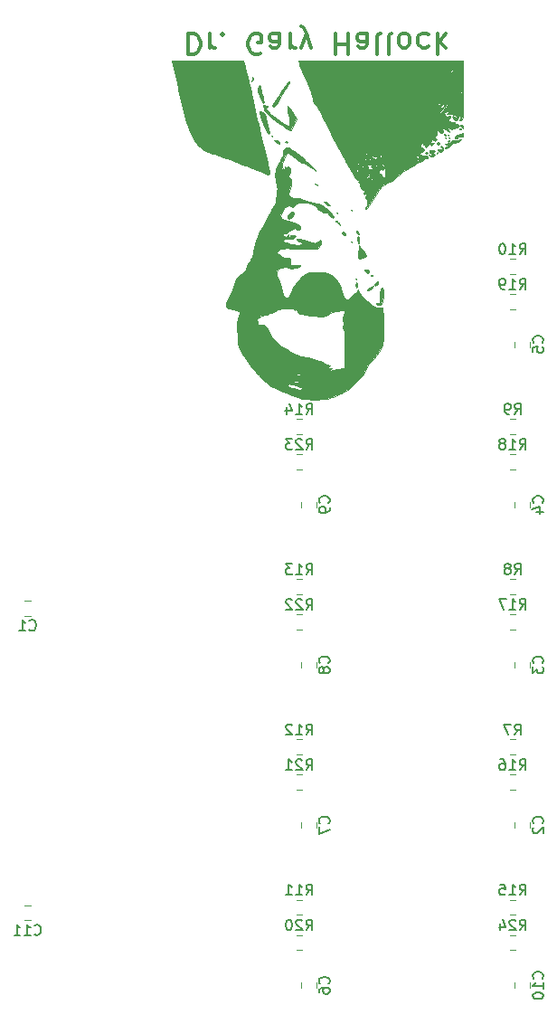
<source format=gbr>
%TF.GenerationSoftware,KiCad,Pcbnew,(5.1.5)-3*%
%TF.CreationDate,2021-01-11T01:20:26-06:00*%
%TF.ProjectId,BPS-Test,4250532d-5465-4737-942e-6b696361645f,rev?*%
%TF.SameCoordinates,Original*%
%TF.FileFunction,Legend,Bot*%
%TF.FilePolarity,Positive*%
%FSLAX46Y46*%
G04 Gerber Fmt 4.6, Leading zero omitted, Abs format (unit mm)*
G04 Created by KiCad (PCBNEW (5.1.5)-3) date 2021-01-11 01:20:26*
%MOMM*%
%LPD*%
G04 APERTURE LIST*
%ADD10C,0.300000*%
%ADD11C,0.120000*%
%ADD12C,0.010000*%
%ADD13C,0.150000*%
G04 APERTURE END LIST*
D10*
X128900000Y-45095238D02*
X128900000Y-47095238D01*
X129376190Y-47095238D01*
X129661904Y-47000000D01*
X129852380Y-46809523D01*
X129947619Y-46619047D01*
X130042857Y-46238095D01*
X130042857Y-45952380D01*
X129947619Y-45571428D01*
X129852380Y-45380952D01*
X129661904Y-45190476D01*
X129376190Y-45095238D01*
X128900000Y-45095238D01*
X130900000Y-45095238D02*
X130900000Y-46428571D01*
X130900000Y-46047619D02*
X130995238Y-46238095D01*
X131090476Y-46333333D01*
X131280952Y-46428571D01*
X131471428Y-46428571D01*
X132138095Y-45285714D02*
X132233333Y-45190476D01*
X132138095Y-45095238D01*
X132042857Y-45190476D01*
X132138095Y-45285714D01*
X132138095Y-45095238D01*
X135661904Y-47000000D02*
X135471428Y-47095238D01*
X135185714Y-47095238D01*
X134900000Y-47000000D01*
X134709523Y-46809523D01*
X134614285Y-46619047D01*
X134519047Y-46238095D01*
X134519047Y-45952380D01*
X134614285Y-45571428D01*
X134709523Y-45380952D01*
X134900000Y-45190476D01*
X135185714Y-45095238D01*
X135376190Y-45095238D01*
X135661904Y-45190476D01*
X135757142Y-45285714D01*
X135757142Y-45952380D01*
X135376190Y-45952380D01*
X137471428Y-45095238D02*
X137471428Y-46142857D01*
X137376190Y-46333333D01*
X137185714Y-46428571D01*
X136804761Y-46428571D01*
X136614285Y-46333333D01*
X137471428Y-45190476D02*
X137280952Y-45095238D01*
X136804761Y-45095238D01*
X136614285Y-45190476D01*
X136519047Y-45380952D01*
X136519047Y-45571428D01*
X136614285Y-45761904D01*
X136804761Y-45857142D01*
X137280952Y-45857142D01*
X137471428Y-45952380D01*
X138423809Y-45095238D02*
X138423809Y-46428571D01*
X138423809Y-46047619D02*
X138519047Y-46238095D01*
X138614285Y-46333333D01*
X138804761Y-46428571D01*
X138995238Y-46428571D01*
X139471428Y-46428571D02*
X139947619Y-45095238D01*
X140423809Y-46428571D02*
X139947619Y-45095238D01*
X139757142Y-44619047D01*
X139661904Y-44523809D01*
X139471428Y-44428571D01*
X142709523Y-45095238D02*
X142709523Y-47095238D01*
X142709523Y-46142857D02*
X143852380Y-46142857D01*
X143852380Y-45095238D02*
X143852380Y-47095238D01*
X145661904Y-45095238D02*
X145661904Y-46142857D01*
X145566666Y-46333333D01*
X145376190Y-46428571D01*
X144995238Y-46428571D01*
X144804761Y-46333333D01*
X145661904Y-45190476D02*
X145471428Y-45095238D01*
X144995238Y-45095238D01*
X144804761Y-45190476D01*
X144709523Y-45380952D01*
X144709523Y-45571428D01*
X144804761Y-45761904D01*
X144995238Y-45857142D01*
X145471428Y-45857142D01*
X145661904Y-45952380D01*
X146900000Y-45095238D02*
X146709523Y-45190476D01*
X146614285Y-45380952D01*
X146614285Y-47095238D01*
X147947619Y-45095238D02*
X147757142Y-45190476D01*
X147661904Y-45380952D01*
X147661904Y-47095238D01*
X148995238Y-45095238D02*
X148804761Y-45190476D01*
X148709523Y-45285714D01*
X148614285Y-45476190D01*
X148614285Y-46047619D01*
X148709523Y-46238095D01*
X148804761Y-46333333D01*
X148995238Y-46428571D01*
X149280952Y-46428571D01*
X149471428Y-46333333D01*
X149566666Y-46238095D01*
X149661904Y-46047619D01*
X149661904Y-45476190D01*
X149566666Y-45285714D01*
X149471428Y-45190476D01*
X149280952Y-45095238D01*
X148995238Y-45095238D01*
X151376190Y-45190476D02*
X151185714Y-45095238D01*
X150804761Y-45095238D01*
X150614285Y-45190476D01*
X150519047Y-45285714D01*
X150423809Y-45476190D01*
X150423809Y-46047619D01*
X150519047Y-46238095D01*
X150614285Y-46333333D01*
X150804761Y-46428571D01*
X151185714Y-46428571D01*
X151376190Y-46333333D01*
X152233333Y-45095238D02*
X152233333Y-47095238D01*
X152423809Y-45857142D02*
X152995238Y-45095238D01*
X152995238Y-46428571D02*
X152233333Y-45666666D01*
D11*
%TO.C,C1*%
X113603922Y-98190000D02*
X114121078Y-98190000D01*
X113603922Y-99610000D02*
X114121078Y-99610000D01*
%TO.C,C11*%
X113603922Y-126690000D02*
X114121078Y-126690000D01*
X113603922Y-128110000D02*
X114121078Y-128110000D01*
%TO.C,R24*%
X159041422Y-130910000D02*
X159558578Y-130910000D01*
X159041422Y-129490000D02*
X159558578Y-129490000D01*
D12*
%TO.C,LOGO1*%
G36*
X147014376Y-70418441D02*
G01*
X147124408Y-70143389D01*
X147176284Y-69714565D01*
X147181333Y-69482488D01*
X147165606Y-69134134D01*
X147120366Y-68941071D01*
X147048521Y-68907115D01*
X146952982Y-69036084D01*
X146911251Y-69128166D01*
X146859425Y-69344437D01*
X146830963Y-69647178D01*
X146829320Y-69847833D01*
X146831396Y-70123577D01*
X146807953Y-70270086D01*
X146746352Y-70326967D01*
X146673973Y-70334666D01*
X146532203Y-70375486D01*
X146515051Y-70460718D01*
X146609833Y-70525498D01*
X146843685Y-70544289D01*
X147014376Y-70418441D01*
G37*
X147014376Y-70418441D02*
X147124408Y-70143389D01*
X147176284Y-69714565D01*
X147181333Y-69482488D01*
X147165606Y-69134134D01*
X147120366Y-68941071D01*
X147048521Y-68907115D01*
X146952982Y-69036084D01*
X146911251Y-69128166D01*
X146859425Y-69344437D01*
X146830963Y-69647178D01*
X146829320Y-69847833D01*
X146831396Y-70123577D01*
X146807953Y-70270086D01*
X146746352Y-70326967D01*
X146673973Y-70334666D01*
X146532203Y-70375486D01*
X146515051Y-70460718D01*
X146609833Y-70525498D01*
X146843685Y-70544289D01*
X147014376Y-70418441D01*
G36*
X145890809Y-69099344D02*
G01*
X146054740Y-68983620D01*
X146195787Y-68853527D01*
X146250000Y-68765035D01*
X146247348Y-68738319D01*
X146209912Y-68742159D01*
X146093468Y-68789804D01*
X145932500Y-68860149D01*
X145743092Y-68970118D01*
X145658928Y-69073254D01*
X145697085Y-69139471D01*
X145768368Y-69149333D01*
X145890809Y-69099344D01*
G37*
X145890809Y-69099344D02*
X146054740Y-68983620D01*
X146195787Y-68853527D01*
X146250000Y-68765035D01*
X146247348Y-68738319D01*
X146209912Y-68742159D01*
X146093468Y-68789804D01*
X145932500Y-68860149D01*
X145743092Y-68970118D01*
X145658928Y-69073254D01*
X145697085Y-69139471D01*
X145768368Y-69149333D01*
X145890809Y-69099344D01*
G36*
X144690404Y-68839976D02*
G01*
X144702977Y-68789500D01*
X144714924Y-68573466D01*
X144702977Y-68493166D01*
X144668650Y-68389360D01*
X144625516Y-68442691D01*
X144603044Y-68493166D01*
X144579523Y-68695675D01*
X144603044Y-68789500D01*
X144657728Y-68893306D01*
X144690404Y-68839976D01*
G37*
X144690404Y-68839976D02*
X144702977Y-68789500D01*
X144714924Y-68573466D01*
X144702977Y-68493166D01*
X144668650Y-68389360D01*
X144625516Y-68442691D01*
X144603044Y-68493166D01*
X144579523Y-68695675D01*
X144603044Y-68789500D01*
X144657728Y-68893306D01*
X144690404Y-68839976D01*
G36*
X146534215Y-68676601D02*
G01*
X146651635Y-68556956D01*
X146673333Y-68462941D01*
X146661330Y-68331103D01*
X146605421Y-68328502D01*
X146475754Y-68456484D01*
X146461196Y-68472519D01*
X146356518Y-68628886D01*
X146384954Y-68702348D01*
X146534215Y-68676601D01*
G37*
X146534215Y-68676601D02*
X146651635Y-68556956D01*
X146673333Y-68462941D01*
X146661330Y-68331103D01*
X146605421Y-68328502D01*
X146475754Y-68456484D01*
X146461196Y-68472519D01*
X146356518Y-68628886D01*
X146384954Y-68702348D01*
X146534215Y-68676601D01*
G36*
X144641333Y-68091000D02*
G01*
X144599000Y-68048666D01*
X144556666Y-68091000D01*
X144599000Y-68133333D01*
X144641333Y-68091000D01*
G37*
X144641333Y-68091000D02*
X144599000Y-68048666D01*
X144556666Y-68091000D01*
X144599000Y-68133333D01*
X144641333Y-68091000D01*
G36*
X146137111Y-67766444D02*
G01*
X146125488Y-67716110D01*
X146080666Y-67710000D01*
X146010976Y-67740978D01*
X146024222Y-67766444D01*
X146124701Y-67776577D01*
X146137111Y-67766444D01*
G37*
X146137111Y-67766444D02*
X146125488Y-67716110D01*
X146080666Y-67710000D01*
X146010976Y-67740978D01*
X146024222Y-67766444D01*
X146124701Y-67776577D01*
X146137111Y-67766444D01*
G36*
X145787046Y-67451930D02*
G01*
X145806913Y-67332028D01*
X145788892Y-67294044D01*
X145681658Y-67223564D01*
X145531380Y-67204145D01*
X145419494Y-67239534D01*
X145403333Y-67276300D01*
X145461329Y-67386109D01*
X145533921Y-67458978D01*
X145675733Y-67507389D01*
X145787046Y-67451930D01*
G37*
X145787046Y-67451930D02*
X145806913Y-67332028D01*
X145788892Y-67294044D01*
X145681658Y-67223564D01*
X145531380Y-67204145D01*
X145419494Y-67239534D01*
X145403333Y-67276300D01*
X145461329Y-67386109D01*
X145533921Y-67458978D01*
X145675733Y-67507389D01*
X145787046Y-67451930D01*
G36*
X145243488Y-66101470D02*
G01*
X145267921Y-66092847D01*
X145463918Y-66000482D01*
X145567704Y-65909669D01*
X145572666Y-65891497D01*
X145520019Y-65741858D01*
X145394711Y-65544991D01*
X145245686Y-65371504D01*
X145170206Y-65310936D01*
X145043720Y-65179872D01*
X144972208Y-65056936D01*
X144912437Y-64928484D01*
X144907375Y-64957001D01*
X144927351Y-65064166D01*
X144935378Y-65211418D01*
X144908573Y-65254666D01*
X144862815Y-65326299D01*
X144829440Y-65547916D01*
X144808780Y-65881122D01*
X144846740Y-66078448D01*
X144988601Y-66150495D01*
X145243488Y-66101470D01*
G37*
X145243488Y-66101470D02*
X145267921Y-66092847D01*
X145463918Y-66000482D01*
X145567704Y-65909669D01*
X145572666Y-65891497D01*
X145520019Y-65741858D01*
X145394711Y-65544991D01*
X145245686Y-65371504D01*
X145170206Y-65310936D01*
X145043720Y-65179872D01*
X144972208Y-65056936D01*
X144912437Y-64928484D01*
X144907375Y-64957001D01*
X144927351Y-65064166D01*
X144935378Y-65211418D01*
X144908573Y-65254666D01*
X144862815Y-65326299D01*
X144829440Y-65547916D01*
X144808780Y-65881122D01*
X144846740Y-66078448D01*
X144988601Y-66150495D01*
X145243488Y-66101470D01*
G36*
X144218000Y-64619666D02*
G01*
X144175666Y-64577333D01*
X144133333Y-64619666D01*
X144175666Y-64662000D01*
X144218000Y-64619666D01*
G37*
X144218000Y-64619666D02*
X144175666Y-64577333D01*
X144133333Y-64619666D01*
X144175666Y-64662000D01*
X144218000Y-64619666D01*
G36*
X144870461Y-64751360D02*
G01*
X144881489Y-64602021D01*
X144885316Y-64471500D01*
X144875191Y-64237192D01*
X144838190Y-64092227D01*
X144810666Y-64069333D01*
X144743787Y-64138552D01*
X144736017Y-64217500D01*
X144763927Y-64406643D01*
X144810666Y-64619666D01*
X144849241Y-64752502D01*
X144870461Y-64751360D01*
G37*
X144870461Y-64751360D02*
X144881489Y-64602021D01*
X144885316Y-64471500D01*
X144875191Y-64237192D01*
X144838190Y-64092227D01*
X144810666Y-64069333D01*
X144743787Y-64138552D01*
X144736017Y-64217500D01*
X144763927Y-64406643D01*
X144810666Y-64619666D01*
X144849241Y-64752502D01*
X144870461Y-64751360D01*
G36*
X143666608Y-63955359D02*
G01*
X143648774Y-63861177D01*
X143625288Y-63815250D01*
X143491961Y-63676317D01*
X143339255Y-63653781D01*
X143247949Y-63724816D01*
X143263830Y-63828447D01*
X143407975Y-63919964D01*
X143564767Y-63960967D01*
X143666608Y-63955359D01*
G37*
X143666608Y-63955359D02*
X143648774Y-63861177D01*
X143625288Y-63815250D01*
X143491961Y-63676317D01*
X143339255Y-63653781D01*
X143247949Y-63724816D01*
X143263830Y-63828447D01*
X143407975Y-63919964D01*
X143564767Y-63960967D01*
X143666608Y-63955359D01*
G36*
X144889179Y-63896458D02*
G01*
X144827585Y-63765019D01*
X144771026Y-63683349D01*
X144675161Y-63590758D01*
X144644026Y-63630881D01*
X144697030Y-63778270D01*
X144768333Y-63869762D01*
X144869277Y-63941853D01*
X144889179Y-63896458D01*
G37*
X144889179Y-63896458D02*
X144827585Y-63765019D01*
X144771026Y-63683349D01*
X144675161Y-63590758D01*
X144644026Y-63630881D01*
X144697030Y-63778270D01*
X144768333Y-63869762D01*
X144869277Y-63941853D01*
X144889179Y-63896458D01*
G36*
X143077853Y-62965155D02*
G01*
X143067879Y-62938309D01*
X142991733Y-62834270D01*
X142901559Y-62790181D01*
X142863333Y-62831300D01*
X142919501Y-62904266D01*
X142992271Y-62970275D01*
X143084062Y-63032049D01*
X143077853Y-62965155D01*
G37*
X143077853Y-62965155D02*
X143067879Y-62938309D01*
X142991733Y-62834270D01*
X142901559Y-62790181D01*
X142863333Y-62831300D01*
X142919501Y-62904266D01*
X142992271Y-62970275D01*
X143084062Y-63032049D01*
X143077853Y-62965155D01*
G36*
X142835111Y-62686444D02*
G01*
X142823488Y-62636110D01*
X142778666Y-62630000D01*
X142708976Y-62660978D01*
X142722222Y-62686444D01*
X142822701Y-62696577D01*
X142835111Y-62686444D01*
G37*
X142835111Y-62686444D02*
X142823488Y-62636110D01*
X142778666Y-62630000D01*
X142708976Y-62660978D01*
X142722222Y-62686444D01*
X142822701Y-62696577D01*
X142835111Y-62686444D01*
G36*
X142863333Y-61910333D02*
G01*
X142821000Y-61868000D01*
X142778666Y-61910333D01*
X142821000Y-61952666D01*
X142863333Y-61910333D01*
G37*
X142863333Y-61910333D02*
X142821000Y-61868000D01*
X142778666Y-61910333D01*
X142821000Y-61952666D01*
X142863333Y-61910333D01*
G36*
X138471281Y-62418789D02*
G01*
X138594361Y-62322185D01*
X138720166Y-62156207D01*
X138812426Y-61980403D01*
X138834870Y-61854318D01*
X138825324Y-61837547D01*
X138734194Y-61789177D01*
X138610527Y-61830229D01*
X138414678Y-61975710D01*
X138376730Y-62007377D01*
X138213958Y-62159717D01*
X138171691Y-62259934D01*
X138228202Y-62349155D01*
X138383120Y-62425752D01*
X138471281Y-62418789D01*
G37*
X138471281Y-62418789D02*
X138594361Y-62322185D01*
X138720166Y-62156207D01*
X138812426Y-61980403D01*
X138834870Y-61854318D01*
X138825324Y-61837547D01*
X138734194Y-61789177D01*
X138610527Y-61830229D01*
X138414678Y-61975710D01*
X138376730Y-62007377D01*
X138213958Y-62159717D01*
X138171691Y-62259934D01*
X138228202Y-62349155D01*
X138383120Y-62425752D01*
X138471281Y-62418789D01*
G36*
X144218000Y-61656333D02*
G01*
X144175666Y-61614000D01*
X144133333Y-61656333D01*
X144175666Y-61698666D01*
X144218000Y-61656333D01*
G37*
X144218000Y-61656333D02*
X144175666Y-61614000D01*
X144133333Y-61656333D01*
X144175666Y-61698666D01*
X144218000Y-61656333D01*
G36*
X142185982Y-61204779D02*
G01*
X142186000Y-61203383D01*
X142118605Y-61101356D01*
X141960888Y-60980137D01*
X141779543Y-60883923D01*
X141659812Y-60854693D01*
X141630322Y-60896262D01*
X141720333Y-60987896D01*
X141962433Y-61156372D01*
X142125249Y-61232183D01*
X142185982Y-61204779D01*
G37*
X142185982Y-61204779D02*
X142186000Y-61203383D01*
X142118605Y-61101356D01*
X141960888Y-60980137D01*
X141779543Y-60883923D01*
X141659812Y-60854693D01*
X141630322Y-60896262D01*
X141720333Y-60987896D01*
X141962433Y-61156372D01*
X142125249Y-61232183D01*
X142185982Y-61204779D01*
G36*
X145458896Y-60122797D02*
G01*
X145445666Y-60090000D01*
X145369584Y-60009229D01*
X145356003Y-60005333D01*
X145319637Y-60070839D01*
X145318666Y-60090000D01*
X145383754Y-60171413D01*
X145408330Y-60174666D01*
X145458896Y-60122797D01*
G37*
X145458896Y-60122797D02*
X145445666Y-60090000D01*
X145369584Y-60009229D01*
X145356003Y-60005333D01*
X145319637Y-60070839D01*
X145318666Y-60090000D01*
X145383754Y-60171413D01*
X145408330Y-60174666D01*
X145458896Y-60122797D01*
G36*
X141000666Y-59285666D02*
G01*
X140958333Y-59243333D01*
X140916000Y-59285666D01*
X140958333Y-59328000D01*
X141000666Y-59285666D01*
G37*
X141000666Y-59285666D02*
X140958333Y-59243333D01*
X140916000Y-59285666D01*
X140958333Y-59328000D01*
X141000666Y-59285666D01*
G36*
X140831333Y-59201000D02*
G01*
X140789000Y-59158666D01*
X140746666Y-59201000D01*
X140789000Y-59243333D01*
X140831333Y-59201000D01*
G37*
X140831333Y-59201000D02*
X140789000Y-59158666D01*
X140746666Y-59201000D01*
X140789000Y-59243333D01*
X140831333Y-59201000D01*
G36*
X151791467Y-56583682D02*
G01*
X151949381Y-56527624D01*
X152007333Y-56447720D01*
X151936406Y-56380235D01*
X151838000Y-56364666D01*
X151700482Y-56403867D01*
X151668666Y-56458392D01*
X151605959Y-56512550D01*
X151520500Y-56495709D01*
X151425063Y-56472225D01*
X151469033Y-56536750D01*
X151471967Y-56539718D01*
X151607399Y-56591997D01*
X151791467Y-56583682D01*
G37*
X151791467Y-56583682D02*
X151949381Y-56527624D01*
X152007333Y-56447720D01*
X151936406Y-56380235D01*
X151838000Y-56364666D01*
X151700482Y-56403867D01*
X151668666Y-56458392D01*
X151605959Y-56512550D01*
X151520500Y-56495709D01*
X151425063Y-56472225D01*
X151469033Y-56536750D01*
X151471967Y-56539718D01*
X151607399Y-56591997D01*
X151791467Y-56583682D01*
G36*
X152257887Y-56303206D02*
G01*
X152261333Y-56280000D01*
X152232446Y-56197534D01*
X152223996Y-56195333D01*
X152151710Y-56254662D01*
X152134333Y-56280000D01*
X152141046Y-56358019D01*
X152171669Y-56364666D01*
X152257887Y-56303206D01*
G37*
X152257887Y-56303206D02*
X152261333Y-56280000D01*
X152232446Y-56197534D01*
X152223996Y-56195333D01*
X152151710Y-56254662D01*
X152134333Y-56280000D01*
X152141046Y-56358019D01*
X152171669Y-56364666D01*
X152257887Y-56303206D01*
G36*
X151295631Y-56323621D02*
G01*
X151287666Y-56280000D01*
X151179423Y-56198563D01*
X151155669Y-56195333D01*
X151078280Y-56259912D01*
X151076000Y-56280000D01*
X151144915Y-56354304D01*
X151207996Y-56364666D01*
X151295631Y-56323621D01*
G37*
X151295631Y-56323621D02*
X151287666Y-56280000D01*
X151179423Y-56198563D01*
X151155669Y-56195333D01*
X151078280Y-56259912D01*
X151076000Y-56280000D01*
X151144915Y-56354304D01*
X151207996Y-56364666D01*
X151295631Y-56323621D01*
G36*
X151753333Y-56254083D02*
G01*
X151928352Y-56172374D01*
X152007000Y-56104736D01*
X152007333Y-56101714D01*
X151933895Y-56051299D01*
X151756903Y-56008469D01*
X151753333Y-56007940D01*
X151573908Y-55999969D01*
X151506683Y-56070163D01*
X151499333Y-56160309D01*
X151514214Y-56284901D01*
X151591411Y-56306810D01*
X151753333Y-56254083D01*
G37*
X151753333Y-56254083D02*
X151928352Y-56172374D01*
X152007000Y-56104736D01*
X152007333Y-56101714D01*
X151933895Y-56051299D01*
X151756903Y-56008469D01*
X151753333Y-56007940D01*
X151573908Y-55999969D01*
X151506683Y-56070163D01*
X151499333Y-56160309D01*
X151514214Y-56284901D01*
X151591411Y-56306810D01*
X151753333Y-56254083D01*
G36*
X141014613Y-79402109D02*
G01*
X141459306Y-79354461D01*
X141918786Y-79275732D01*
X142343893Y-79171701D01*
X142462889Y-79134593D01*
X143210585Y-78812812D01*
X143936917Y-78363297D01*
X144582000Y-77823209D01*
X144591886Y-77813490D01*
X144924879Y-77459712D01*
X145210178Y-77108220D01*
X145426032Y-76789788D01*
X145550692Y-76535191D01*
X145572666Y-76425722D01*
X145628443Y-76309602D01*
X145779383Y-76104997D01*
X146000902Y-75843149D01*
X146209221Y-75616798D01*
X146540394Y-75245553D01*
X146798550Y-74890255D01*
X146989722Y-74525046D01*
X147119941Y-74124067D01*
X147195239Y-73661461D01*
X147221649Y-73111370D01*
X147205203Y-72447936D01*
X147151933Y-71645300D01*
X147147796Y-71593382D01*
X147082345Y-70777764D01*
X146744917Y-70773107D01*
X146533011Y-70748706D01*
X146331547Y-70665251D01*
X146090424Y-70497685D01*
X145926577Y-70363814D01*
X145575340Y-70066430D01*
X145330061Y-69851157D01*
X145166126Y-69692290D01*
X145058921Y-69564122D01*
X144983833Y-69440946D01*
X144925846Y-69318666D01*
X144837038Y-69135009D01*
X144780845Y-69090481D01*
X144725796Y-69167472D01*
X144710970Y-69198423D01*
X144580012Y-69366208D01*
X144385977Y-69517666D01*
X144200097Y-69667056D01*
X144090945Y-69826863D01*
X144090446Y-69828410D01*
X143973899Y-69959606D01*
X143781211Y-69993256D01*
X143578033Y-69924380D01*
X143513582Y-69872153D01*
X143424495Y-69721831D01*
X143331832Y-69472476D01*
X143285100Y-69300653D01*
X143082236Y-68646594D01*
X142809075Y-68141742D01*
X142455705Y-67777105D01*
X142012213Y-67543688D01*
X141468686Y-67432500D01*
X141212333Y-67420128D01*
X140648993Y-67432320D01*
X140217174Y-67488285D01*
X139882853Y-67596163D01*
X139612010Y-67764092D01*
X139548210Y-67818218D01*
X139362248Y-68013515D01*
X139147777Y-68281424D01*
X138931843Y-68582185D01*
X138741493Y-68876041D01*
X138603772Y-69123236D01*
X138545726Y-69284011D01*
X138545333Y-69292438D01*
X138490049Y-69483179D01*
X138358056Y-69675508D01*
X138200144Y-69805237D01*
X138122629Y-69826666D01*
X137996096Y-69802259D01*
X137892787Y-69710984D01*
X137797205Y-69525765D01*
X137693852Y-69219525D01*
X137613773Y-68937666D01*
X137511652Y-68589577D01*
X137408459Y-68279216D01*
X137323464Y-68063728D01*
X137309585Y-68035603D01*
X137197590Y-67688161D01*
X137231703Y-67386310D01*
X137390483Y-67151134D01*
X137652485Y-67003720D01*
X137996269Y-66965155D01*
X138330531Y-67031632D01*
X138588682Y-67088421D01*
X138846895Y-67066113D01*
X139016258Y-67021975D01*
X139232155Y-66939753D01*
X139352939Y-66857179D01*
X139363078Y-66823442D01*
X139318917Y-66770637D01*
X139210933Y-66749424D01*
X139002990Y-66757790D01*
X138714666Y-66787335D01*
X138418333Y-66821000D01*
X138426206Y-66453508D01*
X138424465Y-66225979D01*
X138386148Y-66125562D01*
X138281229Y-66110165D01*
X138189645Y-66121891D01*
X138000832Y-66126086D01*
X137901608Y-66087217D01*
X137789856Y-66027020D01*
X137702728Y-66016666D01*
X137547157Y-65955973D01*
X137498715Y-65889667D01*
X137385564Y-65777036D01*
X137320323Y-65762666D01*
X137204991Y-65714841D01*
X137207360Y-65597572D01*
X137315337Y-65450174D01*
X137447197Y-65350172D01*
X137560424Y-65291542D01*
X137694396Y-65251134D01*
X137878245Y-65226807D01*
X138141100Y-65216419D01*
X138512093Y-65217829D01*
X139020354Y-65228897D01*
X139077030Y-65230378D01*
X139553836Y-65241893D01*
X139980488Y-65250220D01*
X140324046Y-65254870D01*
X140551569Y-65255351D01*
X140619666Y-65253360D01*
X140849746Y-65236152D01*
X140947188Y-65229255D01*
X141093524Y-65146069D01*
X141224573Y-64959561D01*
X141307367Y-64734816D01*
X141308940Y-64536920D01*
X141304456Y-64523902D01*
X141242742Y-64425884D01*
X141176882Y-64481530D01*
X141051951Y-64603237D01*
X140906270Y-64694921D01*
X140730194Y-64751046D01*
X140551728Y-64707640D01*
X140450333Y-64655300D01*
X140260335Y-64575905D01*
X139989825Y-64494004D01*
X139687559Y-64420303D01*
X139402292Y-64365509D01*
X139182778Y-64340327D01*
X139078957Y-64354154D01*
X139068440Y-64450295D01*
X139154579Y-64535021D01*
X139267373Y-64545805D01*
X139402119Y-64555246D01*
X139504684Y-64648298D01*
X139529971Y-64765713D01*
X139482146Y-64827947D01*
X139293828Y-64882249D01*
X139019303Y-64898621D01*
X138737197Y-64877906D01*
X138526136Y-64820947D01*
X138519717Y-64817624D01*
X138299219Y-64736485D01*
X138147867Y-64706713D01*
X137923261Y-64639447D01*
X137813591Y-64527228D01*
X137823125Y-64412007D01*
X137956127Y-64335732D01*
X138109229Y-64326804D01*
X138462346Y-64336254D01*
X138686000Y-64312920D01*
X138763713Y-64259044D01*
X138757000Y-64238666D01*
X138777105Y-64166937D01*
X138841666Y-64154000D01*
X138933114Y-64114176D01*
X138926333Y-64069333D01*
X138812886Y-64010668D01*
X138611163Y-63985959D01*
X138603836Y-63985963D01*
X138435773Y-63998027D01*
X138419928Y-64038069D01*
X138460666Y-64069333D01*
X138527798Y-64131314D01*
X138443945Y-64151815D01*
X138399823Y-64152703D01*
X138264204Y-64122277D01*
X138262049Y-64008760D01*
X138263047Y-64005833D01*
X138286115Y-63915666D01*
X138236222Y-63959052D01*
X138187967Y-64019590D01*
X138038959Y-64125719D01*
X137896440Y-64113615D01*
X137819335Y-63998201D01*
X137820016Y-63926404D01*
X137901479Y-63807674D01*
X138024960Y-63799488D01*
X138176088Y-63774547D01*
X138206666Y-63693655D01*
X138278354Y-63584959D01*
X138390499Y-63561333D01*
X138597638Y-63505715D01*
X138731167Y-63419400D01*
X138874283Y-63329066D01*
X138984611Y-63374115D01*
X138987600Y-63377067D01*
X139162980Y-63476515D01*
X139328371Y-63462894D01*
X139432449Y-63358053D01*
X139426423Y-63190250D01*
X139317898Y-63075749D01*
X139099658Y-62937640D01*
X138824137Y-62801103D01*
X138543773Y-62691319D01*
X138311001Y-62633467D01*
X138259754Y-62630000D01*
X137907129Y-62576222D01*
X137667390Y-62430285D01*
X137556075Y-62215281D01*
X137588725Y-61954306D01*
X137687778Y-61779952D01*
X137807959Y-61600468D01*
X137867237Y-61478761D01*
X137868535Y-61469262D01*
X137935152Y-61386558D01*
X138097363Y-61272756D01*
X138122535Y-61258104D01*
X138294528Y-61182595D01*
X138374450Y-61194564D01*
X138376000Y-61204479D01*
X138442737Y-61260025D01*
X138538998Y-61252458D01*
X138657929Y-61250832D01*
X138658300Y-61348416D01*
X138679013Y-61375566D01*
X138780595Y-61289821D01*
X138860981Y-61201998D01*
X139052591Y-61014139D01*
X139246528Y-60931807D01*
X139482512Y-60914415D01*
X139768984Y-60922537D01*
X140018748Y-60945938D01*
X140069333Y-60954520D01*
X140311179Y-61030439D01*
X140572647Y-61152461D01*
X140805690Y-61292675D01*
X140962261Y-61423171D01*
X141000666Y-61495548D01*
X141071331Y-61591108D01*
X141172657Y-61614000D01*
X141335462Y-61669171D01*
X141393382Y-61741000D01*
X141518551Y-61837221D01*
X141766728Y-61868000D01*
X141991557Y-61891446D01*
X142137133Y-61949449D01*
X142151751Y-61965748D01*
X142161730Y-62023685D01*
X142114415Y-62003085D01*
X142027410Y-61999682D01*
X142016666Y-62034994D01*
X142085432Y-62138213D01*
X142164833Y-62181981D01*
X142323344Y-62274627D01*
X142372974Y-62326783D01*
X142464255Y-62367325D01*
X142530441Y-62319425D01*
X142550820Y-62235550D01*
X142475387Y-62096784D01*
X142290190Y-61881507D01*
X142162135Y-61748633D01*
X141925299Y-61523830D01*
X141719679Y-61356858D01*
X141583218Y-61277906D01*
X141567223Y-61275333D01*
X141435930Y-61228972D01*
X141409888Y-61191948D01*
X141317935Y-61133761D01*
X141107453Y-61066713D01*
X140873666Y-61015134D01*
X140570967Y-60953497D01*
X140316071Y-60891197D01*
X140196333Y-60853475D01*
X139716154Y-60674707D01*
X139323722Y-60558548D01*
X139048460Y-60513596D01*
X139032208Y-60513333D01*
X138815603Y-60480004D01*
X138571939Y-60396798D01*
X138356514Y-60288884D01*
X138224626Y-60181432D01*
X138207224Y-60137819D01*
X138250896Y-60010613D01*
X138356414Y-59822440D01*
X138367591Y-59805268D01*
X138458493Y-59597487D01*
X138517488Y-59327749D01*
X138542728Y-59043032D01*
X138532363Y-58790315D01*
X138484542Y-58616578D01*
X138416383Y-58566000D01*
X138315361Y-58538545D01*
X138305929Y-58436249D01*
X138388508Y-58229217D01*
X138422099Y-58160556D01*
X138502590Y-57954961D01*
X138487041Y-57804709D01*
X138444066Y-57724215D01*
X138316210Y-57572282D01*
X138211001Y-57579043D01*
X138158746Y-57643706D01*
X138082313Y-57682349D01*
X138028046Y-57622539D01*
X137973423Y-57581318D01*
X137953096Y-57697455D01*
X137952666Y-57719333D01*
X137938792Y-57855650D01*
X137891752Y-57839381D01*
X137866703Y-57804000D01*
X137786774Y-57719624D01*
X137708670Y-57785305D01*
X137695525Y-57804000D01*
X137647918Y-57831892D01*
X137643223Y-57732334D01*
X137674767Y-57539784D01*
X137735879Y-57288704D01*
X137819886Y-57013553D01*
X137881486Y-56843557D01*
X137993948Y-56593180D01*
X138112375Y-56387303D01*
X138214906Y-56256213D01*
X138279679Y-56230195D01*
X138281589Y-56237666D01*
X138460666Y-56237666D01*
X138503000Y-56195333D01*
X138545333Y-56237666D01*
X138503000Y-56280000D01*
X138460666Y-56237666D01*
X138281589Y-56237666D01*
X138291333Y-56275767D01*
X138360567Y-56372669D01*
X138523005Y-56472315D01*
X138741831Y-56593029D01*
X138889493Y-56703333D01*
X139174876Y-56957403D01*
X139404735Y-57133166D01*
X139551230Y-57209695D01*
X139565350Y-57211333D01*
X139725654Y-57256973D01*
X139969140Y-57374439D01*
X140243083Y-57534551D01*
X140494756Y-57708126D01*
X140566027Y-57765146D01*
X140756337Y-57914545D01*
X140840935Y-57957947D01*
X140831262Y-57911621D01*
X140738761Y-57791833D01*
X140574875Y-57614851D01*
X140351045Y-57396944D01*
X140228196Y-57284841D01*
X139921723Y-57010653D01*
X139623830Y-56743773D01*
X139383942Y-56528495D01*
X139318029Y-56469211D01*
X139081489Y-56278394D01*
X138850005Y-56125701D01*
X138778166Y-56088710D01*
X138613567Y-55998750D01*
X138545333Y-55928948D01*
X138474371Y-55866017D01*
X138301943Y-55788491D01*
X138285956Y-55782812D01*
X138110628Y-55735172D01*
X138010336Y-55776298D01*
X137923988Y-55938365D01*
X137904956Y-55983477D01*
X137824026Y-56206592D01*
X137784194Y-56374119D01*
X137783333Y-56389887D01*
X137747585Y-56510948D01*
X137651243Y-56744761D01*
X137510656Y-57053237D01*
X137401529Y-57279320D01*
X137229298Y-57634060D01*
X137121130Y-57887445D01*
X137065249Y-58089521D01*
X137049883Y-58290335D01*
X137063255Y-58539934D01*
X137074449Y-58669547D01*
X137111636Y-58994698D01*
X137157621Y-59266592D01*
X137202774Y-59428860D01*
X137204957Y-59433319D01*
X137235226Y-59604366D01*
X137230431Y-59888282D01*
X137197357Y-60233858D01*
X137142790Y-60589883D01*
X137073516Y-60905147D01*
X136996321Y-61128440D01*
X136975399Y-61165711D01*
X136852268Y-61365504D01*
X136700422Y-61627047D01*
X136646537Y-61723317D01*
X136226258Y-62490176D01*
X135883992Y-63132240D01*
X135610943Y-63670105D01*
X135398318Y-64124366D01*
X135237322Y-64515617D01*
X135119158Y-64864454D01*
X135035034Y-65191473D01*
X134976153Y-65517267D01*
X134953091Y-65688930D01*
X134880216Y-66048355D01*
X134755505Y-66288071D01*
X134694517Y-66353907D01*
X134553074Y-66551410D01*
X134431374Y-66828617D01*
X134396641Y-66948107D01*
X134317173Y-67203935D01*
X134290041Y-67244333D01*
X135328000Y-67244333D01*
X135370333Y-67202000D01*
X135412666Y-67244333D01*
X135370333Y-67286666D01*
X135328000Y-67244333D01*
X134290041Y-67244333D01*
X134197929Y-67381478D01*
X133990042Y-67544557D01*
X133892178Y-67606997D01*
X133684383Y-67747924D01*
X133536267Y-67892172D01*
X133415112Y-68085447D01*
X133288199Y-68373456D01*
X133221201Y-68544303D01*
X133101154Y-68868491D01*
X133009682Y-69140061D01*
X132961360Y-69314759D01*
X132957333Y-69345565D01*
X132910436Y-69477853D01*
X132790849Y-69685215D01*
X132703333Y-69813230D01*
X132500554Y-70185337D01*
X132449333Y-70459320D01*
X132450261Y-70468722D01*
X143801350Y-70468722D01*
X143816917Y-70358908D01*
X143845819Y-70357597D01*
X143864380Y-70461666D01*
X144810666Y-70461666D01*
X144853000Y-70419333D01*
X144895333Y-70461666D01*
X144853000Y-70504000D01*
X144810666Y-70461666D01*
X143864380Y-70461666D01*
X143866030Y-70470914D01*
X143852503Y-70519875D01*
X143814908Y-70551945D01*
X143801350Y-70468722D01*
X132450261Y-70468722D01*
X132469846Y-70667038D01*
X132558320Y-70768171D01*
X132682166Y-70807902D01*
X133132082Y-70913961D01*
X133438773Y-70996241D01*
X133625261Y-71063155D01*
X133714566Y-71123113D01*
X133729709Y-71184530D01*
X133728287Y-71190183D01*
X133686976Y-71334483D01*
X133616998Y-71577240D01*
X133565227Y-71756285D01*
X133512989Y-71971542D01*
X135333000Y-71971542D01*
X135359410Y-71842625D01*
X135435580Y-71738991D01*
X135768595Y-71518185D01*
X136159938Y-71435378D01*
X136169100Y-71435333D01*
X136349905Y-71416524D01*
X136428557Y-71371076D01*
X136428666Y-71369151D01*
X136502185Y-71308479D01*
X136688783Y-71229599D01*
X136809666Y-71190472D01*
X137034012Y-71110889D01*
X137170924Y-71036603D01*
X137190666Y-71008863D01*
X137236294Y-70942515D01*
X137386896Y-70896747D01*
X137663051Y-70868180D01*
X138085335Y-70853435D01*
X138143166Y-70852488D01*
X138504128Y-70858300D01*
X138728118Y-70887107D01*
X138799333Y-70933039D01*
X138865033Y-70985053D01*
X138964659Y-70970938D01*
X139087458Y-70960843D01*
X139100611Y-71070074D01*
X139097625Y-71086497D01*
X139104231Y-71191610D01*
X139197279Y-71265166D01*
X139412306Y-71330329D01*
X139503799Y-71351237D01*
X139882474Y-71424518D01*
X140327065Y-71495227D01*
X140780136Y-71555724D01*
X141184251Y-71598365D01*
X141481974Y-71615509D01*
X141490384Y-71615555D01*
X141778519Y-71549811D01*
X141913717Y-71440902D01*
X142079807Y-71318157D01*
X142369935Y-71210933D01*
X142800072Y-71114522D01*
X143278185Y-71038880D01*
X143503779Y-71015681D01*
X143593837Y-71034842D01*
X143578354Y-71103042D01*
X143576899Y-71105392D01*
X143501245Y-71278002D01*
X143439136Y-71507632D01*
X143397205Y-71747624D01*
X143382085Y-71951319D01*
X143400410Y-72072060D01*
X143438147Y-72081366D01*
X143484877Y-72101812D01*
X143477586Y-72220167D01*
X143427711Y-72378170D01*
X143354409Y-72507999D01*
X143341392Y-72624488D01*
X143403532Y-72677654D01*
X143446444Y-72727134D01*
X143479884Y-72835065D01*
X143505462Y-73021577D01*
X143524788Y-73306801D01*
X143539471Y-73710867D01*
X143551120Y-74253904D01*
X143556394Y-74589577D01*
X143562313Y-75127738D01*
X143564001Y-75604327D01*
X143561665Y-75994955D01*
X143555514Y-76275234D01*
X143545755Y-76420777D01*
X143540666Y-76435856D01*
X143438441Y-76446434D01*
X143226710Y-76467627D01*
X143094899Y-76480678D01*
X142799642Y-76523114D01*
X142538810Y-76582244D01*
X142469323Y-76604946D01*
X142285904Y-76649319D01*
X142190061Y-76628111D01*
X142214194Y-76556663D01*
X142273118Y-76512026D01*
X142336732Y-76452281D01*
X142247977Y-76432615D01*
X142212163Y-76431963D01*
X142041317Y-76396270D01*
X141974333Y-76346000D01*
X141994438Y-76274271D01*
X142059000Y-76261333D01*
X142148795Y-76219109D01*
X142140099Y-76170894D01*
X142024547Y-76115594D01*
X141963848Y-76126641D01*
X141821775Y-76106385D01*
X141674558Y-76003892D01*
X141467308Y-75855758D01*
X141144507Y-75718155D01*
X140688011Y-75584717D01*
X140111666Y-75455541D01*
X139511746Y-75321231D01*
X139067591Y-75192321D01*
X138765911Y-75064538D01*
X138644386Y-74983834D01*
X138499950Y-74888264D01*
X138253742Y-74748737D01*
X137956872Y-74594101D01*
X137931829Y-74581626D01*
X137593045Y-74394153D01*
X137330362Y-74191009D01*
X137081567Y-73919169D01*
X136938456Y-73734960D01*
X136721670Y-73436212D01*
X136531370Y-73155876D01*
X136402779Y-72946228D01*
X136387373Y-72917000D01*
X136219866Y-72619882D01*
X136063790Y-72451243D01*
X135878873Y-72378315D01*
X135710958Y-72366666D01*
X135505210Y-72354781D01*
X135428261Y-72302704D01*
X135437198Y-72197333D01*
X135441947Y-72062325D01*
X135404740Y-72028000D01*
X135333000Y-71971542D01*
X133512989Y-71971542D01*
X133511395Y-71978108D01*
X133481287Y-72213415D01*
X133473667Y-72502025D01*
X133487294Y-72883754D01*
X133516186Y-73332629D01*
X133550778Y-73792870D01*
X133584249Y-74124269D01*
X133626492Y-74366960D01*
X133687399Y-74561075D01*
X133776864Y-74746749D01*
X133904779Y-74964114D01*
X133927534Y-75001344D01*
X134581688Y-75965000D01*
X141339333Y-75965000D01*
X141381666Y-75922666D01*
X141424000Y-75965000D01*
X141381666Y-76007333D01*
X141339333Y-75965000D01*
X134581688Y-75965000D01*
X134656053Y-76074549D01*
X134999374Y-76491064D01*
X139490314Y-76491064D01*
X139510915Y-76443748D01*
X139596165Y-76352855D01*
X139645175Y-76371500D01*
X139646000Y-76383336D01*
X139585863Y-76454949D01*
X139548251Y-76481085D01*
X139490314Y-76491064D01*
X134999374Y-76491064D01*
X135179703Y-76709837D01*
X139444863Y-76709837D01*
X139561333Y-76698035D01*
X139681528Y-76711340D01*
X139667166Y-76740740D01*
X139493824Y-76751922D01*
X139455500Y-76740740D01*
X139444863Y-76709837D01*
X135179703Y-76709837D01*
X135345059Y-76910444D01*
X138488888Y-76910444D01*
X138500511Y-76860110D01*
X138545333Y-76854000D01*
X138615023Y-76884978D01*
X138601777Y-76910444D01*
X138501298Y-76920577D01*
X138488888Y-76910444D01*
X135345059Y-76910444D01*
X135401917Y-76979424D01*
X138850857Y-76979424D01*
X138872125Y-76957722D01*
X139046847Y-76947870D01*
X139074500Y-76947106D01*
X139278458Y-76961592D01*
X139386711Y-77008089D01*
X139392000Y-77023333D01*
X139339332Y-77091111D01*
X139168916Y-77079280D01*
X138968666Y-77023333D01*
X138850857Y-76979424D01*
X135401917Y-76979424D01*
X135453025Y-77041426D01*
X138193514Y-77041426D01*
X138303322Y-77050464D01*
X138497944Y-77103209D01*
X138630000Y-77150333D01*
X138793780Y-77225787D01*
X138797617Y-77263331D01*
X138757000Y-77267073D01*
X138560493Y-77234141D01*
X138333666Y-77153391D01*
X138194851Y-77075826D01*
X138193514Y-77041426D01*
X135453025Y-77041426D01*
X135466557Y-77057842D01*
X135737843Y-77345974D01*
X136010833Y-77616377D01*
X136143746Y-77731348D01*
X138758915Y-77731348D01*
X138799333Y-77700666D01*
X138892741Y-77644342D01*
X138977671Y-77627240D01*
X139107372Y-77653438D01*
X139335091Y-77727018D01*
X139392000Y-77746078D01*
X139595590Y-77817420D01*
X139644388Y-77845988D01*
X139545652Y-77838136D01*
X139487250Y-77829460D01*
X139195226Y-77796898D01*
X138936916Y-77784037D01*
X138771828Y-77771889D01*
X138758915Y-77731348D01*
X136143746Y-77731348D01*
X136253686Y-77826446D01*
X136509816Y-78005562D01*
X136544180Y-78025066D01*
X138053791Y-78025066D01*
X138076396Y-77983845D01*
X138164333Y-77946074D01*
X138384933Y-77909052D01*
X138503000Y-77922019D01*
X138694714Y-77970911D01*
X138953791Y-78035758D01*
X139011000Y-78049939D01*
X139244573Y-78121447D01*
X139407074Y-78195808D01*
X139430100Y-78213522D01*
X139488437Y-78240389D01*
X140396250Y-78240389D01*
X140508707Y-78225731D01*
X140535000Y-78225172D01*
X140679595Y-78234324D01*
X140692326Y-78260828D01*
X140684778Y-78264202D01*
X140516698Y-78280951D01*
X140430778Y-78267340D01*
X140396250Y-78240389D01*
X139488437Y-78240389D01*
X139570878Y-78278357D01*
X139726433Y-78302400D01*
X139811199Y-78318580D01*
X139733386Y-78354503D01*
X139579015Y-78392739D01*
X139271613Y-78430874D01*
X138983882Y-78380897D01*
X138844688Y-78332320D01*
X138602649Y-78260603D01*
X138417520Y-78242317D01*
X138369424Y-78255064D01*
X138304419Y-78271348D01*
X138321814Y-78227844D01*
X138298273Y-78136488D01*
X138186729Y-78075235D01*
X138053791Y-78025066D01*
X136544180Y-78025066D01*
X136822639Y-78183107D01*
X137235570Y-78388465D01*
X137379762Y-78457188D01*
X138027483Y-78748211D01*
X138054586Y-78759000D01*
X140662000Y-78759000D01*
X140704333Y-78716666D01*
X140746666Y-78759000D01*
X140704333Y-78801333D01*
X140662000Y-78759000D01*
X138054586Y-78759000D01*
X138629033Y-78987670D01*
X139158711Y-79166777D01*
X139590816Y-79276740D01*
X139871369Y-79309333D01*
X140139759Y-79333906D01*
X140366225Y-79381048D01*
X140633867Y-79412897D01*
X141014613Y-79402109D01*
G37*
X141014613Y-79402109D02*
X141459306Y-79354461D01*
X141918786Y-79275732D01*
X142343893Y-79171701D01*
X142462889Y-79134593D01*
X143210585Y-78812812D01*
X143936917Y-78363297D01*
X144582000Y-77823209D01*
X144591886Y-77813490D01*
X144924879Y-77459712D01*
X145210178Y-77108220D01*
X145426032Y-76789788D01*
X145550692Y-76535191D01*
X145572666Y-76425722D01*
X145628443Y-76309602D01*
X145779383Y-76104997D01*
X146000902Y-75843149D01*
X146209221Y-75616798D01*
X146540394Y-75245553D01*
X146798550Y-74890255D01*
X146989722Y-74525046D01*
X147119941Y-74124067D01*
X147195239Y-73661461D01*
X147221649Y-73111370D01*
X147205203Y-72447936D01*
X147151933Y-71645300D01*
X147147796Y-71593382D01*
X147082345Y-70777764D01*
X146744917Y-70773107D01*
X146533011Y-70748706D01*
X146331547Y-70665251D01*
X146090424Y-70497685D01*
X145926577Y-70363814D01*
X145575340Y-70066430D01*
X145330061Y-69851157D01*
X145166126Y-69692290D01*
X145058921Y-69564122D01*
X144983833Y-69440946D01*
X144925846Y-69318666D01*
X144837038Y-69135009D01*
X144780845Y-69090481D01*
X144725796Y-69167472D01*
X144710970Y-69198423D01*
X144580012Y-69366208D01*
X144385977Y-69517666D01*
X144200097Y-69667056D01*
X144090945Y-69826863D01*
X144090446Y-69828410D01*
X143973899Y-69959606D01*
X143781211Y-69993256D01*
X143578033Y-69924380D01*
X143513582Y-69872153D01*
X143424495Y-69721831D01*
X143331832Y-69472476D01*
X143285100Y-69300653D01*
X143082236Y-68646594D01*
X142809075Y-68141742D01*
X142455705Y-67777105D01*
X142012213Y-67543688D01*
X141468686Y-67432500D01*
X141212333Y-67420128D01*
X140648993Y-67432320D01*
X140217174Y-67488285D01*
X139882853Y-67596163D01*
X139612010Y-67764092D01*
X139548210Y-67818218D01*
X139362248Y-68013515D01*
X139147777Y-68281424D01*
X138931843Y-68582185D01*
X138741493Y-68876041D01*
X138603772Y-69123236D01*
X138545726Y-69284011D01*
X138545333Y-69292438D01*
X138490049Y-69483179D01*
X138358056Y-69675508D01*
X138200144Y-69805237D01*
X138122629Y-69826666D01*
X137996096Y-69802259D01*
X137892787Y-69710984D01*
X137797205Y-69525765D01*
X137693852Y-69219525D01*
X137613773Y-68937666D01*
X137511652Y-68589577D01*
X137408459Y-68279216D01*
X137323464Y-68063728D01*
X137309585Y-68035603D01*
X137197590Y-67688161D01*
X137231703Y-67386310D01*
X137390483Y-67151134D01*
X137652485Y-67003720D01*
X137996269Y-66965155D01*
X138330531Y-67031632D01*
X138588682Y-67088421D01*
X138846895Y-67066113D01*
X139016258Y-67021975D01*
X139232155Y-66939753D01*
X139352939Y-66857179D01*
X139363078Y-66823442D01*
X139318917Y-66770637D01*
X139210933Y-66749424D01*
X139002990Y-66757790D01*
X138714666Y-66787335D01*
X138418333Y-66821000D01*
X138426206Y-66453508D01*
X138424465Y-66225979D01*
X138386148Y-66125562D01*
X138281229Y-66110165D01*
X138189645Y-66121891D01*
X138000832Y-66126086D01*
X137901608Y-66087217D01*
X137789856Y-66027020D01*
X137702728Y-66016666D01*
X137547157Y-65955973D01*
X137498715Y-65889667D01*
X137385564Y-65777036D01*
X137320323Y-65762666D01*
X137204991Y-65714841D01*
X137207360Y-65597572D01*
X137315337Y-65450174D01*
X137447197Y-65350172D01*
X137560424Y-65291542D01*
X137694396Y-65251134D01*
X137878245Y-65226807D01*
X138141100Y-65216419D01*
X138512093Y-65217829D01*
X139020354Y-65228897D01*
X139077030Y-65230378D01*
X139553836Y-65241893D01*
X139980488Y-65250220D01*
X140324046Y-65254870D01*
X140551569Y-65255351D01*
X140619666Y-65253360D01*
X140849746Y-65236152D01*
X140947188Y-65229255D01*
X141093524Y-65146069D01*
X141224573Y-64959561D01*
X141307367Y-64734816D01*
X141308940Y-64536920D01*
X141304456Y-64523902D01*
X141242742Y-64425884D01*
X141176882Y-64481530D01*
X141051951Y-64603237D01*
X140906270Y-64694921D01*
X140730194Y-64751046D01*
X140551728Y-64707640D01*
X140450333Y-64655300D01*
X140260335Y-64575905D01*
X139989825Y-64494004D01*
X139687559Y-64420303D01*
X139402292Y-64365509D01*
X139182778Y-64340327D01*
X139078957Y-64354154D01*
X139068440Y-64450295D01*
X139154579Y-64535021D01*
X139267373Y-64545805D01*
X139402119Y-64555246D01*
X139504684Y-64648298D01*
X139529971Y-64765713D01*
X139482146Y-64827947D01*
X139293828Y-64882249D01*
X139019303Y-64898621D01*
X138737197Y-64877906D01*
X138526136Y-64820947D01*
X138519717Y-64817624D01*
X138299219Y-64736485D01*
X138147867Y-64706713D01*
X137923261Y-64639447D01*
X137813591Y-64527228D01*
X137823125Y-64412007D01*
X137956127Y-64335732D01*
X138109229Y-64326804D01*
X138462346Y-64336254D01*
X138686000Y-64312920D01*
X138763713Y-64259044D01*
X138757000Y-64238666D01*
X138777105Y-64166937D01*
X138841666Y-64154000D01*
X138933114Y-64114176D01*
X138926333Y-64069333D01*
X138812886Y-64010668D01*
X138611163Y-63985959D01*
X138603836Y-63985963D01*
X138435773Y-63998027D01*
X138419928Y-64038069D01*
X138460666Y-64069333D01*
X138527798Y-64131314D01*
X138443945Y-64151815D01*
X138399823Y-64152703D01*
X138264204Y-64122277D01*
X138262049Y-64008760D01*
X138263047Y-64005833D01*
X138286115Y-63915666D01*
X138236222Y-63959052D01*
X138187967Y-64019590D01*
X138038959Y-64125719D01*
X137896440Y-64113615D01*
X137819335Y-63998201D01*
X137820016Y-63926404D01*
X137901479Y-63807674D01*
X138024960Y-63799488D01*
X138176088Y-63774547D01*
X138206666Y-63693655D01*
X138278354Y-63584959D01*
X138390499Y-63561333D01*
X138597638Y-63505715D01*
X138731167Y-63419400D01*
X138874283Y-63329066D01*
X138984611Y-63374115D01*
X138987600Y-63377067D01*
X139162980Y-63476515D01*
X139328371Y-63462894D01*
X139432449Y-63358053D01*
X139426423Y-63190250D01*
X139317898Y-63075749D01*
X139099658Y-62937640D01*
X138824137Y-62801103D01*
X138543773Y-62691319D01*
X138311001Y-62633467D01*
X138259754Y-62630000D01*
X137907129Y-62576222D01*
X137667390Y-62430285D01*
X137556075Y-62215281D01*
X137588725Y-61954306D01*
X137687778Y-61779952D01*
X137807959Y-61600468D01*
X137867237Y-61478761D01*
X137868535Y-61469262D01*
X137935152Y-61386558D01*
X138097363Y-61272756D01*
X138122535Y-61258104D01*
X138294528Y-61182595D01*
X138374450Y-61194564D01*
X138376000Y-61204479D01*
X138442737Y-61260025D01*
X138538998Y-61252458D01*
X138657929Y-61250832D01*
X138658300Y-61348416D01*
X138679013Y-61375566D01*
X138780595Y-61289821D01*
X138860981Y-61201998D01*
X139052591Y-61014139D01*
X139246528Y-60931807D01*
X139482512Y-60914415D01*
X139768984Y-60922537D01*
X140018748Y-60945938D01*
X140069333Y-60954520D01*
X140311179Y-61030439D01*
X140572647Y-61152461D01*
X140805690Y-61292675D01*
X140962261Y-61423171D01*
X141000666Y-61495548D01*
X141071331Y-61591108D01*
X141172657Y-61614000D01*
X141335462Y-61669171D01*
X141393382Y-61741000D01*
X141518551Y-61837221D01*
X141766728Y-61868000D01*
X141991557Y-61891446D01*
X142137133Y-61949449D01*
X142151751Y-61965748D01*
X142161730Y-62023685D01*
X142114415Y-62003085D01*
X142027410Y-61999682D01*
X142016666Y-62034994D01*
X142085432Y-62138213D01*
X142164833Y-62181981D01*
X142323344Y-62274627D01*
X142372974Y-62326783D01*
X142464255Y-62367325D01*
X142530441Y-62319425D01*
X142550820Y-62235550D01*
X142475387Y-62096784D01*
X142290190Y-61881507D01*
X142162135Y-61748633D01*
X141925299Y-61523830D01*
X141719679Y-61356858D01*
X141583218Y-61277906D01*
X141567223Y-61275333D01*
X141435930Y-61228972D01*
X141409888Y-61191948D01*
X141317935Y-61133761D01*
X141107453Y-61066713D01*
X140873666Y-61015134D01*
X140570967Y-60953497D01*
X140316071Y-60891197D01*
X140196333Y-60853475D01*
X139716154Y-60674707D01*
X139323722Y-60558548D01*
X139048460Y-60513596D01*
X139032208Y-60513333D01*
X138815603Y-60480004D01*
X138571939Y-60396798D01*
X138356514Y-60288884D01*
X138224626Y-60181432D01*
X138207224Y-60137819D01*
X138250896Y-60010613D01*
X138356414Y-59822440D01*
X138367591Y-59805268D01*
X138458493Y-59597487D01*
X138517488Y-59327749D01*
X138542728Y-59043032D01*
X138532363Y-58790315D01*
X138484542Y-58616578D01*
X138416383Y-58566000D01*
X138315361Y-58538545D01*
X138305929Y-58436249D01*
X138388508Y-58229217D01*
X138422099Y-58160556D01*
X138502590Y-57954961D01*
X138487041Y-57804709D01*
X138444066Y-57724215D01*
X138316210Y-57572282D01*
X138211001Y-57579043D01*
X138158746Y-57643706D01*
X138082313Y-57682349D01*
X138028046Y-57622539D01*
X137973423Y-57581318D01*
X137953096Y-57697455D01*
X137952666Y-57719333D01*
X137938792Y-57855650D01*
X137891752Y-57839381D01*
X137866703Y-57804000D01*
X137786774Y-57719624D01*
X137708670Y-57785305D01*
X137695525Y-57804000D01*
X137647918Y-57831892D01*
X137643223Y-57732334D01*
X137674767Y-57539784D01*
X137735879Y-57288704D01*
X137819886Y-57013553D01*
X137881486Y-56843557D01*
X137993948Y-56593180D01*
X138112375Y-56387303D01*
X138214906Y-56256213D01*
X138279679Y-56230195D01*
X138281589Y-56237666D01*
X138460666Y-56237666D01*
X138503000Y-56195333D01*
X138545333Y-56237666D01*
X138503000Y-56280000D01*
X138460666Y-56237666D01*
X138281589Y-56237666D01*
X138291333Y-56275767D01*
X138360567Y-56372669D01*
X138523005Y-56472315D01*
X138741831Y-56593029D01*
X138889493Y-56703333D01*
X139174876Y-56957403D01*
X139404735Y-57133166D01*
X139551230Y-57209695D01*
X139565350Y-57211333D01*
X139725654Y-57256973D01*
X139969140Y-57374439D01*
X140243083Y-57534551D01*
X140494756Y-57708126D01*
X140566027Y-57765146D01*
X140756337Y-57914545D01*
X140840935Y-57957947D01*
X140831262Y-57911621D01*
X140738761Y-57791833D01*
X140574875Y-57614851D01*
X140351045Y-57396944D01*
X140228196Y-57284841D01*
X139921723Y-57010653D01*
X139623830Y-56743773D01*
X139383942Y-56528495D01*
X139318029Y-56469211D01*
X139081489Y-56278394D01*
X138850005Y-56125701D01*
X138778166Y-56088710D01*
X138613567Y-55998750D01*
X138545333Y-55928948D01*
X138474371Y-55866017D01*
X138301943Y-55788491D01*
X138285956Y-55782812D01*
X138110628Y-55735172D01*
X138010336Y-55776298D01*
X137923988Y-55938365D01*
X137904956Y-55983477D01*
X137824026Y-56206592D01*
X137784194Y-56374119D01*
X137783333Y-56389887D01*
X137747585Y-56510948D01*
X137651243Y-56744761D01*
X137510656Y-57053237D01*
X137401529Y-57279320D01*
X137229298Y-57634060D01*
X137121130Y-57887445D01*
X137065249Y-58089521D01*
X137049883Y-58290335D01*
X137063255Y-58539934D01*
X137074449Y-58669547D01*
X137111636Y-58994698D01*
X137157621Y-59266592D01*
X137202774Y-59428860D01*
X137204957Y-59433319D01*
X137235226Y-59604366D01*
X137230431Y-59888282D01*
X137197357Y-60233858D01*
X137142790Y-60589883D01*
X137073516Y-60905147D01*
X136996321Y-61128440D01*
X136975399Y-61165711D01*
X136852268Y-61365504D01*
X136700422Y-61627047D01*
X136646537Y-61723317D01*
X136226258Y-62490176D01*
X135883992Y-63132240D01*
X135610943Y-63670105D01*
X135398318Y-64124366D01*
X135237322Y-64515617D01*
X135119158Y-64864454D01*
X135035034Y-65191473D01*
X134976153Y-65517267D01*
X134953091Y-65688930D01*
X134880216Y-66048355D01*
X134755505Y-66288071D01*
X134694517Y-66353907D01*
X134553074Y-66551410D01*
X134431374Y-66828617D01*
X134396641Y-66948107D01*
X134317173Y-67203935D01*
X134290041Y-67244333D01*
X135328000Y-67244333D01*
X135370333Y-67202000D01*
X135412666Y-67244333D01*
X135370333Y-67286666D01*
X135328000Y-67244333D01*
X134290041Y-67244333D01*
X134197929Y-67381478D01*
X133990042Y-67544557D01*
X133892178Y-67606997D01*
X133684383Y-67747924D01*
X133536267Y-67892172D01*
X133415112Y-68085447D01*
X133288199Y-68373456D01*
X133221201Y-68544303D01*
X133101154Y-68868491D01*
X133009682Y-69140061D01*
X132961360Y-69314759D01*
X132957333Y-69345565D01*
X132910436Y-69477853D01*
X132790849Y-69685215D01*
X132703333Y-69813230D01*
X132500554Y-70185337D01*
X132449333Y-70459320D01*
X132450261Y-70468722D01*
X143801350Y-70468722D01*
X143816917Y-70358908D01*
X143845819Y-70357597D01*
X143864380Y-70461666D01*
X144810666Y-70461666D01*
X144853000Y-70419333D01*
X144895333Y-70461666D01*
X144853000Y-70504000D01*
X144810666Y-70461666D01*
X143864380Y-70461666D01*
X143866030Y-70470914D01*
X143852503Y-70519875D01*
X143814908Y-70551945D01*
X143801350Y-70468722D01*
X132450261Y-70468722D01*
X132469846Y-70667038D01*
X132558320Y-70768171D01*
X132682166Y-70807902D01*
X133132082Y-70913961D01*
X133438773Y-70996241D01*
X133625261Y-71063155D01*
X133714566Y-71123113D01*
X133729709Y-71184530D01*
X133728287Y-71190183D01*
X133686976Y-71334483D01*
X133616998Y-71577240D01*
X133565227Y-71756285D01*
X133512989Y-71971542D01*
X135333000Y-71971542D01*
X135359410Y-71842625D01*
X135435580Y-71738991D01*
X135768595Y-71518185D01*
X136159938Y-71435378D01*
X136169100Y-71435333D01*
X136349905Y-71416524D01*
X136428557Y-71371076D01*
X136428666Y-71369151D01*
X136502185Y-71308479D01*
X136688783Y-71229599D01*
X136809666Y-71190472D01*
X137034012Y-71110889D01*
X137170924Y-71036603D01*
X137190666Y-71008863D01*
X137236294Y-70942515D01*
X137386896Y-70896747D01*
X137663051Y-70868180D01*
X138085335Y-70853435D01*
X138143166Y-70852488D01*
X138504128Y-70858300D01*
X138728118Y-70887107D01*
X138799333Y-70933039D01*
X138865033Y-70985053D01*
X138964659Y-70970938D01*
X139087458Y-70960843D01*
X139100611Y-71070074D01*
X139097625Y-71086497D01*
X139104231Y-71191610D01*
X139197279Y-71265166D01*
X139412306Y-71330329D01*
X139503799Y-71351237D01*
X139882474Y-71424518D01*
X140327065Y-71495227D01*
X140780136Y-71555724D01*
X141184251Y-71598365D01*
X141481974Y-71615509D01*
X141490384Y-71615555D01*
X141778519Y-71549811D01*
X141913717Y-71440902D01*
X142079807Y-71318157D01*
X142369935Y-71210933D01*
X142800072Y-71114522D01*
X143278185Y-71038880D01*
X143503779Y-71015681D01*
X143593837Y-71034842D01*
X143578354Y-71103042D01*
X143576899Y-71105392D01*
X143501245Y-71278002D01*
X143439136Y-71507632D01*
X143397205Y-71747624D01*
X143382085Y-71951319D01*
X143400410Y-72072060D01*
X143438147Y-72081366D01*
X143484877Y-72101812D01*
X143477586Y-72220167D01*
X143427711Y-72378170D01*
X143354409Y-72507999D01*
X143341392Y-72624488D01*
X143403532Y-72677654D01*
X143446444Y-72727134D01*
X143479884Y-72835065D01*
X143505462Y-73021577D01*
X143524788Y-73306801D01*
X143539471Y-73710867D01*
X143551120Y-74253904D01*
X143556394Y-74589577D01*
X143562313Y-75127738D01*
X143564001Y-75604327D01*
X143561665Y-75994955D01*
X143555514Y-76275234D01*
X143545755Y-76420777D01*
X143540666Y-76435856D01*
X143438441Y-76446434D01*
X143226710Y-76467627D01*
X143094899Y-76480678D01*
X142799642Y-76523114D01*
X142538810Y-76582244D01*
X142469323Y-76604946D01*
X142285904Y-76649319D01*
X142190061Y-76628111D01*
X142214194Y-76556663D01*
X142273118Y-76512026D01*
X142336732Y-76452281D01*
X142247977Y-76432615D01*
X142212163Y-76431963D01*
X142041317Y-76396270D01*
X141974333Y-76346000D01*
X141994438Y-76274271D01*
X142059000Y-76261333D01*
X142148795Y-76219109D01*
X142140099Y-76170894D01*
X142024547Y-76115594D01*
X141963848Y-76126641D01*
X141821775Y-76106385D01*
X141674558Y-76003892D01*
X141467308Y-75855758D01*
X141144507Y-75718155D01*
X140688011Y-75584717D01*
X140111666Y-75455541D01*
X139511746Y-75321231D01*
X139067591Y-75192321D01*
X138765911Y-75064538D01*
X138644386Y-74983834D01*
X138499950Y-74888264D01*
X138253742Y-74748737D01*
X137956872Y-74594101D01*
X137931829Y-74581626D01*
X137593045Y-74394153D01*
X137330362Y-74191009D01*
X137081567Y-73919169D01*
X136938456Y-73734960D01*
X136721670Y-73436212D01*
X136531370Y-73155876D01*
X136402779Y-72946228D01*
X136387373Y-72917000D01*
X136219866Y-72619882D01*
X136063790Y-72451243D01*
X135878873Y-72378315D01*
X135710958Y-72366666D01*
X135505210Y-72354781D01*
X135428261Y-72302704D01*
X135437198Y-72197333D01*
X135441947Y-72062325D01*
X135404740Y-72028000D01*
X135333000Y-71971542D01*
X133512989Y-71971542D01*
X133511395Y-71978108D01*
X133481287Y-72213415D01*
X133473667Y-72502025D01*
X133487294Y-72883754D01*
X133516186Y-73332629D01*
X133550778Y-73792870D01*
X133584249Y-74124269D01*
X133626492Y-74366960D01*
X133687399Y-74561075D01*
X133776864Y-74746749D01*
X133904779Y-74964114D01*
X133927534Y-75001344D01*
X134581688Y-75965000D01*
X141339333Y-75965000D01*
X141381666Y-75922666D01*
X141424000Y-75965000D01*
X141381666Y-76007333D01*
X141339333Y-75965000D01*
X134581688Y-75965000D01*
X134656053Y-76074549D01*
X134999374Y-76491064D01*
X139490314Y-76491064D01*
X139510915Y-76443748D01*
X139596165Y-76352855D01*
X139645175Y-76371500D01*
X139646000Y-76383336D01*
X139585863Y-76454949D01*
X139548251Y-76481085D01*
X139490314Y-76491064D01*
X134999374Y-76491064D01*
X135179703Y-76709837D01*
X139444863Y-76709837D01*
X139561333Y-76698035D01*
X139681528Y-76711340D01*
X139667166Y-76740740D01*
X139493824Y-76751922D01*
X139455500Y-76740740D01*
X139444863Y-76709837D01*
X135179703Y-76709837D01*
X135345059Y-76910444D01*
X138488888Y-76910444D01*
X138500511Y-76860110D01*
X138545333Y-76854000D01*
X138615023Y-76884978D01*
X138601777Y-76910444D01*
X138501298Y-76920577D01*
X138488888Y-76910444D01*
X135345059Y-76910444D01*
X135401917Y-76979424D01*
X138850857Y-76979424D01*
X138872125Y-76957722D01*
X139046847Y-76947870D01*
X139074500Y-76947106D01*
X139278458Y-76961592D01*
X139386711Y-77008089D01*
X139392000Y-77023333D01*
X139339332Y-77091111D01*
X139168916Y-77079280D01*
X138968666Y-77023333D01*
X138850857Y-76979424D01*
X135401917Y-76979424D01*
X135453025Y-77041426D01*
X138193514Y-77041426D01*
X138303322Y-77050464D01*
X138497944Y-77103209D01*
X138630000Y-77150333D01*
X138793780Y-77225787D01*
X138797617Y-77263331D01*
X138757000Y-77267073D01*
X138560493Y-77234141D01*
X138333666Y-77153391D01*
X138194851Y-77075826D01*
X138193514Y-77041426D01*
X135453025Y-77041426D01*
X135466557Y-77057842D01*
X135737843Y-77345974D01*
X136010833Y-77616377D01*
X136143746Y-77731348D01*
X138758915Y-77731348D01*
X138799333Y-77700666D01*
X138892741Y-77644342D01*
X138977671Y-77627240D01*
X139107372Y-77653438D01*
X139335091Y-77727018D01*
X139392000Y-77746078D01*
X139595590Y-77817420D01*
X139644388Y-77845988D01*
X139545652Y-77838136D01*
X139487250Y-77829460D01*
X139195226Y-77796898D01*
X138936916Y-77784037D01*
X138771828Y-77771889D01*
X138758915Y-77731348D01*
X136143746Y-77731348D01*
X136253686Y-77826446D01*
X136509816Y-78005562D01*
X136544180Y-78025066D01*
X138053791Y-78025066D01*
X138076396Y-77983845D01*
X138164333Y-77946074D01*
X138384933Y-77909052D01*
X138503000Y-77922019D01*
X138694714Y-77970911D01*
X138953791Y-78035758D01*
X139011000Y-78049939D01*
X139244573Y-78121447D01*
X139407074Y-78195808D01*
X139430100Y-78213522D01*
X139488437Y-78240389D01*
X140396250Y-78240389D01*
X140508707Y-78225731D01*
X140535000Y-78225172D01*
X140679595Y-78234324D01*
X140692326Y-78260828D01*
X140684778Y-78264202D01*
X140516698Y-78280951D01*
X140430778Y-78267340D01*
X140396250Y-78240389D01*
X139488437Y-78240389D01*
X139570878Y-78278357D01*
X139726433Y-78302400D01*
X139811199Y-78318580D01*
X139733386Y-78354503D01*
X139579015Y-78392739D01*
X139271613Y-78430874D01*
X138983882Y-78380897D01*
X138844688Y-78332320D01*
X138602649Y-78260603D01*
X138417520Y-78242317D01*
X138369424Y-78255064D01*
X138304419Y-78271348D01*
X138321814Y-78227844D01*
X138298273Y-78136488D01*
X138186729Y-78075235D01*
X138053791Y-78025066D01*
X136544180Y-78025066D01*
X136822639Y-78183107D01*
X137235570Y-78388465D01*
X137379762Y-78457188D01*
X138027483Y-78748211D01*
X138054586Y-78759000D01*
X140662000Y-78759000D01*
X140704333Y-78716666D01*
X140746666Y-78759000D01*
X140704333Y-78801333D01*
X140662000Y-78759000D01*
X138054586Y-78759000D01*
X138629033Y-78987670D01*
X139158711Y-79166777D01*
X139590816Y-79276740D01*
X139871369Y-79309333D01*
X140139759Y-79333906D01*
X140366225Y-79381048D01*
X140633867Y-79412897D01*
X141014613Y-79402109D01*
G36*
X153074650Y-55856622D02*
G01*
X153192666Y-55801643D01*
X153391479Y-55685483D01*
X153431798Y-55620363D01*
X153318491Y-55612751D01*
X153086833Y-55661029D01*
X152961031Y-55748007D01*
X152938666Y-55814052D01*
X152966144Y-55878977D01*
X153074650Y-55856622D01*
G37*
X153074650Y-55856622D02*
X153192666Y-55801643D01*
X153391479Y-55685483D01*
X153431798Y-55620363D01*
X153318491Y-55612751D01*
X153086833Y-55661029D01*
X152961031Y-55748007D01*
X152938666Y-55814052D01*
X152966144Y-55878977D01*
X153074650Y-55856622D01*
G36*
X152663954Y-56100729D02*
G01*
X152669295Y-56097051D01*
X152782753Y-55960938D01*
X152760617Y-55793166D01*
X152673880Y-55653910D01*
X152576146Y-55599530D01*
X152517857Y-55652819D01*
X152515333Y-55682336D01*
X152576950Y-55796797D01*
X152601381Y-55815187D01*
X152658055Y-55903628D01*
X152594126Y-55976268D01*
X152456056Y-55989680D01*
X152423541Y-55981405D01*
X152291533Y-55977005D01*
X152261333Y-56022952D01*
X152327327Y-56136357D01*
X152482793Y-56166144D01*
X152663954Y-56100729D01*
G37*
X152663954Y-56100729D02*
X152669295Y-56097051D01*
X152782753Y-55960938D01*
X152760617Y-55793166D01*
X152673880Y-55653910D01*
X152576146Y-55599530D01*
X152517857Y-55652819D01*
X152515333Y-55682336D01*
X152576950Y-55796797D01*
X152601381Y-55815187D01*
X152658055Y-55903628D01*
X152594126Y-55976268D01*
X152456056Y-55989680D01*
X152423541Y-55981405D01*
X152291533Y-55977005D01*
X152261333Y-56022952D01*
X152327327Y-56136357D01*
X152482793Y-56166144D01*
X152663954Y-56100729D01*
G36*
X152409468Y-55468771D02*
G01*
X152411263Y-55417458D01*
X152326991Y-55305650D01*
X152225537Y-55291434D01*
X152176666Y-55383944D01*
X152244836Y-55500576D01*
X152310722Y-55518000D01*
X152409468Y-55468771D01*
G37*
X152409468Y-55468771D02*
X152411263Y-55417458D01*
X152326991Y-55305650D01*
X152225537Y-55291434D01*
X152176666Y-55383944D01*
X152244836Y-55500576D01*
X152310722Y-55518000D01*
X152409468Y-55468771D01*
G36*
X138177896Y-55296501D02*
G01*
X138164333Y-55264000D01*
X138052174Y-55182494D01*
X138027339Y-55179333D01*
X137981436Y-55231499D01*
X137995000Y-55264000D01*
X138107159Y-55345506D01*
X138131993Y-55348666D01*
X138177896Y-55296501D01*
G37*
X138177896Y-55296501D02*
X138164333Y-55264000D01*
X138052174Y-55182494D01*
X138027339Y-55179333D01*
X137981436Y-55231499D01*
X137995000Y-55264000D01*
X138107159Y-55345506D01*
X138131993Y-55348666D01*
X138177896Y-55296501D01*
G36*
X153277333Y-55221666D02*
G01*
X153358103Y-55145584D01*
X153362000Y-55132003D01*
X153296494Y-55095637D01*
X153277333Y-55094666D01*
X153195920Y-55159754D01*
X153192666Y-55184330D01*
X153244536Y-55234896D01*
X153277333Y-55221666D01*
G37*
X153277333Y-55221666D02*
X153358103Y-55145584D01*
X153362000Y-55132003D01*
X153296494Y-55095637D01*
X153277333Y-55094666D01*
X153195920Y-55159754D01*
X153192666Y-55184330D01*
X153244536Y-55234896D01*
X153277333Y-55221666D01*
G36*
X153559684Y-55504284D02*
G01*
X153656754Y-55460159D01*
X153649440Y-55418945D01*
X153645339Y-55355345D01*
X153728907Y-55373876D01*
X153889626Y-55367814D01*
X154111390Y-55283109D01*
X154166129Y-55252901D01*
X154385524Y-55108753D01*
X154462217Y-55025862D01*
X154396196Y-55013938D01*
X154187448Y-55082688D01*
X154166333Y-55091246D01*
X153955292Y-55128323D01*
X153760386Y-55116289D01*
X153586825Y-55107899D01*
X153548029Y-55178804D01*
X153548720Y-55182023D01*
X153492377Y-55275833D01*
X153307647Y-55349848D01*
X153294203Y-55352881D01*
X153050456Y-55419116D01*
X152975188Y-55471846D01*
X153067932Y-55506365D01*
X153310552Y-55518000D01*
X153559684Y-55504284D01*
G37*
X153559684Y-55504284D02*
X153656754Y-55460159D01*
X153649440Y-55418945D01*
X153645339Y-55355345D01*
X153728907Y-55373876D01*
X153889626Y-55367814D01*
X154111390Y-55283109D01*
X154166129Y-55252901D01*
X154385524Y-55108753D01*
X154462217Y-55025862D01*
X154396196Y-55013938D01*
X154187448Y-55082688D01*
X154166333Y-55091246D01*
X153955292Y-55128323D01*
X153760386Y-55116289D01*
X153586825Y-55107899D01*
X153548029Y-55178804D01*
X153548720Y-55182023D01*
X153492377Y-55275833D01*
X153307647Y-55349848D01*
X153294203Y-55352881D01*
X153050456Y-55419116D01*
X152975188Y-55471846D01*
X153067932Y-55506365D01*
X153310552Y-55518000D01*
X153559684Y-55504284D01*
G36*
X137417040Y-55404515D02*
G01*
X137415053Y-55306509D01*
X137369291Y-55232862D01*
X137237883Y-55129005D01*
X137081293Y-55065719D01*
X136962985Y-55062399D01*
X136936666Y-55100641D01*
X136999028Y-55197204D01*
X137142407Y-55308529D01*
X137301242Y-55393144D01*
X137409975Y-55409578D01*
X137417040Y-55404515D01*
G37*
X137417040Y-55404515D02*
X137415053Y-55306509D01*
X137369291Y-55232862D01*
X137237883Y-55129005D01*
X137081293Y-55065719D01*
X136962985Y-55062399D01*
X136936666Y-55100641D01*
X136999028Y-55197204D01*
X137142407Y-55308529D01*
X137301242Y-55393144D01*
X137409975Y-55409578D01*
X137417040Y-55404515D01*
G36*
X153362000Y-54883000D02*
G01*
X153319666Y-54840666D01*
X153277333Y-54883000D01*
X153319666Y-54925333D01*
X153362000Y-54883000D01*
G37*
X153362000Y-54883000D02*
X153319666Y-54840666D01*
X153277333Y-54883000D01*
X153319666Y-54925333D01*
X153362000Y-54883000D01*
G36*
X153023333Y-54883000D02*
G01*
X152981000Y-54840666D01*
X152938666Y-54883000D01*
X152981000Y-54925333D01*
X153023333Y-54883000D01*
G37*
X153023333Y-54883000D02*
X152981000Y-54840666D01*
X152938666Y-54883000D01*
X152981000Y-54925333D01*
X153023333Y-54883000D01*
G36*
X136767333Y-54713666D02*
G01*
X136725000Y-54671333D01*
X136682666Y-54713666D01*
X136725000Y-54756000D01*
X136767333Y-54713666D01*
G37*
X136767333Y-54713666D02*
X136725000Y-54671333D01*
X136682666Y-54713666D01*
X136725000Y-54756000D01*
X136767333Y-54713666D01*
G36*
X153277333Y-54629000D02*
G01*
X153235000Y-54586666D01*
X153192666Y-54629000D01*
X153235000Y-54671333D01*
X153277333Y-54629000D01*
G37*
X153277333Y-54629000D02*
X153235000Y-54586666D01*
X153192666Y-54629000D01*
X153235000Y-54671333D01*
X153277333Y-54629000D01*
G36*
X154154499Y-54896548D02*
G01*
X154158090Y-54827330D01*
X154160863Y-54763280D01*
X154280093Y-54777070D01*
X154422726Y-54780975D01*
X154462645Y-54668116D01*
X154462666Y-54663407D01*
X154453460Y-54534189D01*
X154441500Y-54510643D01*
X154355175Y-54539636D01*
X154172858Y-54598821D01*
X154150064Y-54606153D01*
X153937638Y-54704155D01*
X153835196Y-54809567D01*
X153856105Y-54893051D01*
X154004654Y-54925333D01*
X154154499Y-54896548D01*
G37*
X154154499Y-54896548D02*
X154158090Y-54827330D01*
X154160863Y-54763280D01*
X154280093Y-54777070D01*
X154422726Y-54780975D01*
X154462645Y-54668116D01*
X154462666Y-54663407D01*
X154453460Y-54534189D01*
X154441500Y-54510643D01*
X154355175Y-54539636D01*
X154172858Y-54598821D01*
X154150064Y-54606153D01*
X153937638Y-54704155D01*
X153835196Y-54809567D01*
X153856105Y-54893051D01*
X154004654Y-54925333D01*
X154154499Y-54896548D01*
G36*
X152996770Y-54616643D02*
G01*
X152981000Y-54586666D01*
X152901225Y-54505810D01*
X152886339Y-54502000D01*
X152880563Y-54556690D01*
X152896333Y-54586666D01*
X152976107Y-54667523D01*
X152990993Y-54671333D01*
X152996770Y-54616643D01*
G37*
X152996770Y-54616643D02*
X152981000Y-54586666D01*
X152901225Y-54505810D01*
X152886339Y-54502000D01*
X152880563Y-54556690D01*
X152896333Y-54586666D01*
X152976107Y-54667523D01*
X152990993Y-54671333D01*
X152996770Y-54616643D01*
G36*
X154605696Y-54734833D02*
G01*
X154618863Y-54520099D01*
X154605696Y-54438500D01*
X154581155Y-54412149D01*
X154567795Y-54529222D01*
X154566976Y-54586666D01*
X154575803Y-54740702D01*
X154597780Y-54758856D01*
X154605696Y-54734833D01*
G37*
X154605696Y-54734833D02*
X154618863Y-54520099D01*
X154605696Y-54438500D01*
X154581155Y-54412149D01*
X154567795Y-54529222D01*
X154566976Y-54586666D01*
X154575803Y-54740702D01*
X154597780Y-54758856D01*
X154605696Y-54734833D01*
G36*
X154434444Y-54050444D02*
G01*
X154422822Y-54000110D01*
X154378000Y-53994000D01*
X154308309Y-54024978D01*
X154321555Y-54050444D01*
X154422035Y-54060577D01*
X154434444Y-54050444D01*
G37*
X154434444Y-54050444D02*
X154422822Y-54000110D01*
X154378000Y-53994000D01*
X154308309Y-54024978D01*
X154321555Y-54050444D01*
X154422035Y-54060577D01*
X154434444Y-54050444D01*
G36*
X154631303Y-53876110D02*
G01*
X154632000Y-53835033D01*
X154581443Y-53689049D01*
X154505000Y-53655333D01*
X154392249Y-53695541D01*
X154378000Y-53729633D01*
X154435925Y-53839975D01*
X154505000Y-53909333D01*
X154602313Y-53963867D01*
X154631303Y-53876110D01*
G37*
X154631303Y-53876110D02*
X154632000Y-53835033D01*
X154581443Y-53689049D01*
X154505000Y-53655333D01*
X154392249Y-53695541D01*
X154378000Y-53729633D01*
X154435925Y-53839975D01*
X154505000Y-53909333D01*
X154602313Y-53963867D01*
X154631303Y-53876110D01*
G36*
X154434444Y-53203778D02*
G01*
X154422822Y-53153443D01*
X154378000Y-53147333D01*
X154308309Y-53178311D01*
X154321555Y-53203778D01*
X154422035Y-53213911D01*
X154434444Y-53203778D01*
G37*
X154434444Y-53203778D02*
X154422822Y-53153443D01*
X154378000Y-53147333D01*
X154308309Y-53178311D01*
X154321555Y-53203778D01*
X154422035Y-53213911D01*
X154434444Y-53203778D01*
G36*
X136508923Y-54462661D02*
G01*
X136513333Y-54422587D01*
X136494801Y-54301681D01*
X136445841Y-54060874D01*
X136376402Y-53744714D01*
X136296433Y-53397749D01*
X136215887Y-53064526D01*
X136168209Y-52877449D01*
X136031007Y-52591370D01*
X135834159Y-52439439D01*
X135657193Y-52366473D01*
X135587291Y-52386778D01*
X135582000Y-52420606D01*
X135610207Y-52555414D01*
X135684848Y-52805097D01*
X135790952Y-53126722D01*
X135913549Y-53477354D01*
X136037668Y-53814061D01*
X136148339Y-54093909D01*
X136223756Y-54261065D01*
X136339789Y-54429979D01*
X136446907Y-54503906D01*
X136508923Y-54462661D01*
G37*
X136508923Y-54462661D02*
X136513333Y-54422587D01*
X136494801Y-54301681D01*
X136445841Y-54060874D01*
X136376402Y-53744714D01*
X136296433Y-53397749D01*
X136215887Y-53064526D01*
X136168209Y-52877449D01*
X136031007Y-52591370D01*
X135834159Y-52439439D01*
X135657193Y-52366473D01*
X135587291Y-52386778D01*
X135582000Y-52420606D01*
X135610207Y-52555414D01*
X135684848Y-52805097D01*
X135790952Y-53126722D01*
X135913549Y-53477354D01*
X136037668Y-53814061D01*
X136148339Y-54093909D01*
X136223756Y-54261065D01*
X136339789Y-54429979D01*
X136446907Y-54503906D01*
X136508923Y-54462661D01*
G36*
X138560076Y-54126367D02*
G01*
X138666012Y-53942343D01*
X138788912Y-53677666D01*
X138798328Y-53655333D01*
X139028741Y-53105000D01*
X138834148Y-52724000D01*
X138655121Y-52407691D01*
X138476963Y-52150478D01*
X138321546Y-51978639D01*
X138210744Y-51918451D01*
X138179482Y-51937487D01*
X138170071Y-52064092D01*
X138206491Y-52289328D01*
X138244744Y-52438385D01*
X138367559Y-52996357D01*
X138391796Y-53520843D01*
X138388767Y-53583907D01*
X138352837Y-53744837D01*
X138250487Y-53774556D01*
X138217400Y-53767339D01*
X138074590Y-53695480D01*
X137835765Y-53540638D01*
X137534844Y-53328413D01*
X137205749Y-53084405D01*
X136882401Y-52834215D01*
X136598720Y-52603442D01*
X136388627Y-52417687D01*
X136294488Y-52316112D01*
X136153874Y-52176825D01*
X136040161Y-52131333D01*
X135967551Y-52181053D01*
X136011054Y-52314895D01*
X136155622Y-52509883D01*
X136386205Y-52743041D01*
X136513333Y-52853721D01*
X136719223Y-53014277D01*
X137002251Y-53220436D01*
X137329955Y-53450269D01*
X137669871Y-53681848D01*
X137989537Y-53893243D01*
X138256490Y-54062525D01*
X138438266Y-54167766D01*
X138493124Y-54191084D01*
X138560076Y-54126367D01*
G37*
X138560076Y-54126367D02*
X138666012Y-53942343D01*
X138788912Y-53677666D01*
X138798328Y-53655333D01*
X139028741Y-53105000D01*
X138834148Y-52724000D01*
X138655121Y-52407691D01*
X138476963Y-52150478D01*
X138321546Y-51978639D01*
X138210744Y-51918451D01*
X138179482Y-51937487D01*
X138170071Y-52064092D01*
X138206491Y-52289328D01*
X138244744Y-52438385D01*
X138367559Y-52996357D01*
X138391796Y-53520843D01*
X138388767Y-53583907D01*
X138352837Y-53744837D01*
X138250487Y-53774556D01*
X138217400Y-53767339D01*
X138074590Y-53695480D01*
X137835765Y-53540638D01*
X137534844Y-53328413D01*
X137205749Y-53084405D01*
X136882401Y-52834215D01*
X136598720Y-52603442D01*
X136388627Y-52417687D01*
X136294488Y-52316112D01*
X136153874Y-52176825D01*
X136040161Y-52131333D01*
X135967551Y-52181053D01*
X136011054Y-52314895D01*
X136155622Y-52509883D01*
X136386205Y-52743041D01*
X136513333Y-52853721D01*
X136719223Y-53014277D01*
X137002251Y-53220436D01*
X137329955Y-53450269D01*
X137669871Y-53681848D01*
X137989537Y-53893243D01*
X138256490Y-54062525D01*
X138438266Y-54167766D01*
X138493124Y-54191084D01*
X138560076Y-54126367D01*
G36*
X136329990Y-51972450D02*
G01*
X136376595Y-51908183D01*
X136268603Y-51854375D01*
X136245323Y-51847902D01*
X136036307Y-51801307D01*
X135942992Y-51818984D01*
X135920719Y-51910803D01*
X135920666Y-51919666D01*
X135986849Y-52020315D01*
X136144257Y-52040309D01*
X136329990Y-51972450D01*
G37*
X136329990Y-51972450D02*
X136376595Y-51908183D01*
X136268603Y-51854375D01*
X136245323Y-51847902D01*
X136036307Y-51801307D01*
X135942992Y-51818984D01*
X135920719Y-51910803D01*
X135920666Y-51919666D01*
X135986849Y-52020315D01*
X136144257Y-52040309D01*
X136329990Y-51972450D01*
G36*
X135963513Y-51543625D02*
G01*
X135955420Y-51358982D01*
X135952990Y-51344409D01*
X135890431Y-51069103D01*
X135820703Y-50845277D01*
X135774688Y-50652548D01*
X135786892Y-50533627D01*
X135779339Y-50420221D01*
X135752714Y-50396520D01*
X135679654Y-50275943D01*
X135666666Y-50184000D01*
X135629605Y-50023881D01*
X135548119Y-49972843D01*
X135466760Y-50057159D01*
X135463871Y-50064411D01*
X135417556Y-50281701D01*
X135442074Y-50546196D01*
X135543081Y-50901071D01*
X135591349Y-51037670D01*
X135712868Y-51323523D01*
X135826136Y-51512238D01*
X135915052Y-51590158D01*
X135963513Y-51543625D01*
G37*
X135963513Y-51543625D02*
X135955420Y-51358982D01*
X135952990Y-51344409D01*
X135890431Y-51069103D01*
X135820703Y-50845277D01*
X135774688Y-50652548D01*
X135786892Y-50533627D01*
X135779339Y-50420221D01*
X135752714Y-50396520D01*
X135679654Y-50275943D01*
X135666666Y-50184000D01*
X135629605Y-50023881D01*
X135548119Y-49972843D01*
X135466760Y-50057159D01*
X135463871Y-50064411D01*
X135417556Y-50281701D01*
X135442074Y-50546196D01*
X135543081Y-50901071D01*
X135591349Y-51037670D01*
X135712868Y-51323523D01*
X135826136Y-51512238D01*
X135915052Y-51590158D01*
X135963513Y-51543625D01*
G36*
X136998153Y-51882678D02*
G01*
X137165195Y-51681247D01*
X137351868Y-51385647D01*
X137522906Y-51054708D01*
X137670473Y-50788583D01*
X137876095Y-50475662D01*
X138033092Y-50263938D01*
X138243921Y-49970428D01*
X138359323Y-49749857D01*
X138371606Y-49620657D01*
X138312500Y-49594546D01*
X138231654Y-49659992D01*
X138094118Y-49823957D01*
X137998115Y-49954380D01*
X137832938Y-50196484D01*
X137631917Y-50501936D01*
X137414784Y-50839348D01*
X137201271Y-51177329D01*
X137011111Y-51484491D01*
X136864035Y-51729444D01*
X136779775Y-51880800D01*
X136767333Y-51912273D01*
X136834566Y-51956484D01*
X136873166Y-51958738D01*
X136998153Y-51882678D01*
G37*
X136998153Y-51882678D02*
X137165195Y-51681247D01*
X137351868Y-51385647D01*
X137522906Y-51054708D01*
X137670473Y-50788583D01*
X137876095Y-50475662D01*
X138033092Y-50263938D01*
X138243921Y-49970428D01*
X138359323Y-49749857D01*
X138371606Y-49620657D01*
X138312500Y-49594546D01*
X138231654Y-49659992D01*
X138094118Y-49823957D01*
X137998115Y-49954380D01*
X137832938Y-50196484D01*
X137631917Y-50501936D01*
X137414784Y-50839348D01*
X137201271Y-51177329D01*
X137011111Y-51484491D01*
X136864035Y-51729444D01*
X136779775Y-51880800D01*
X136767333Y-51912273D01*
X136834566Y-51956484D01*
X136873166Y-51958738D01*
X136998153Y-51882678D01*
G36*
X134893223Y-49543214D02*
G01*
X134899373Y-49537598D01*
X134966668Y-49386003D01*
X134965698Y-49241265D01*
X134934567Y-49140290D01*
X134916196Y-49182242D01*
X134877670Y-49386404D01*
X134849872Y-49478575D01*
X134828007Y-49580034D01*
X134893223Y-49543214D01*
G37*
X134893223Y-49543214D02*
X134899373Y-49537598D01*
X134966668Y-49386003D01*
X134965698Y-49241265D01*
X134934567Y-49140290D01*
X134916196Y-49182242D01*
X134877670Y-49386404D01*
X134849872Y-49478575D01*
X134828007Y-49580034D01*
X134893223Y-49543214D01*
G36*
X145640061Y-61416217D02*
G01*
X145799858Y-61233153D01*
X145988587Y-60973989D01*
X146145427Y-60729343D01*
X146500867Y-60159170D01*
X146793811Y-59727514D01*
X147035506Y-59420459D01*
X147237199Y-59224088D01*
X147410136Y-59124485D01*
X147451890Y-59112697D01*
X147735997Y-59000960D01*
X148085672Y-58787723D01*
X148454505Y-58501738D01*
X148693064Y-58304946D01*
X148956443Y-58100686D01*
X149206803Y-57916667D01*
X149406306Y-57780597D01*
X149517114Y-57720185D01*
X149522917Y-57719333D01*
X149627773Y-57675326D01*
X149824493Y-57561201D01*
X150018796Y-57435882D01*
X150311981Y-57258133D01*
X150607629Y-57108588D01*
X150759279Y-57048059D01*
X150947681Y-56965576D01*
X151032061Y-56886175D01*
X151029449Y-56865843D01*
X151064721Y-56809780D01*
X151208370Y-56788000D01*
X151360537Y-56774523D01*
X151369941Y-56715395D01*
X151327405Y-56657874D01*
X151174754Y-56554526D01*
X151084205Y-56540623D01*
X150781545Y-56547192D01*
X150616737Y-56489795D01*
X150568000Y-56364666D01*
X150623608Y-56224640D01*
X150701047Y-56195333D01*
X150874019Y-56139002D01*
X150942337Y-56087091D01*
X151007460Y-55974184D01*
X150939863Y-55875424D01*
X150798917Y-55785540D01*
X150740906Y-55772000D01*
X150674582Y-55699566D01*
X150652666Y-55560333D01*
X150698970Y-55387339D01*
X150788725Y-55348666D01*
X150885084Y-55401228D01*
X150877703Y-55471355D01*
X150881460Y-55557264D01*
X150953311Y-55546963D01*
X151057424Y-55564941D01*
X151076000Y-55642997D01*
X151124909Y-55747191D01*
X151181833Y-55750833D01*
X151278900Y-55646895D01*
X151287666Y-55596770D01*
X151348341Y-55487288D01*
X151474330Y-55449653D01*
X151581583Y-55500120D01*
X151598027Y-55536757D01*
X151650335Y-55589460D01*
X151765610Y-55508013D01*
X151787871Y-55485885D01*
X151895941Y-55369593D01*
X151879022Y-55343719D01*
X151766704Y-55369702D01*
X151624606Y-55380805D01*
X151584000Y-55347665D01*
X151560125Y-55214754D01*
X151533679Y-55122758D01*
X151508851Y-55022292D01*
X151557726Y-55071347D01*
X151574716Y-55094666D01*
X151650217Y-55164886D01*
X151667370Y-55115833D01*
X151736330Y-55020593D01*
X151788611Y-55010000D01*
X151921849Y-55073595D01*
X151947361Y-55115833D01*
X152005202Y-55175049D01*
X152102583Y-55105250D01*
X152172767Y-55002221D01*
X152113166Y-54950028D01*
X152016373Y-54848038D01*
X152038623Y-54713623D01*
X152127761Y-54643237D01*
X152210611Y-54533399D01*
X152205051Y-54432068D01*
X152205900Y-54281437D01*
X152269941Y-54205735D01*
X152351645Y-54242405D01*
X152376804Y-54290819D01*
X152489162Y-54390472D01*
X152660943Y-54414192D01*
X152798664Y-54351641D01*
X152808050Y-54338517D01*
X152797433Y-54229777D01*
X152770714Y-54206520D01*
X152686752Y-54096444D01*
X152748618Y-54009448D01*
X152835183Y-53994000D01*
X153002087Y-54054511D01*
X153130688Y-54163333D01*
X153275146Y-54291373D01*
X153375929Y-54332666D01*
X153392891Y-54281001D01*
X153306701Y-54153504D01*
X153277646Y-54121334D01*
X153159833Y-53965651D01*
X153131014Y-53860748D01*
X153136222Y-53852889D01*
X153228599Y-53865761D01*
X153230365Y-53867000D01*
X153531333Y-53867000D01*
X153573666Y-53824666D01*
X153616000Y-53867000D01*
X153573666Y-53909333D01*
X153531333Y-53867000D01*
X153230365Y-53867000D01*
X153380274Y-53972114D01*
X153404667Y-53994313D01*
X153542907Y-54098731D01*
X153613546Y-54102077D01*
X153616000Y-54088428D01*
X153665337Y-54024024D01*
X153700492Y-54036226D01*
X153820056Y-54030187D01*
X154002771Y-53955461D01*
X154180736Y-53848308D01*
X154286052Y-53744988D01*
X154293333Y-53719628D01*
X154220107Y-53657493D01*
X154042848Y-53601056D01*
X154032504Y-53598934D01*
X153867630Y-53549077D01*
X153859397Y-53491207D01*
X153884337Y-53471479D01*
X153910890Y-53429620D01*
X153783665Y-53445657D01*
X153771503Y-53448432D01*
X153539334Y-53442795D01*
X153372160Y-53326827D01*
X153198313Y-53152980D01*
X153371041Y-53031996D01*
X153479605Y-52917211D01*
X153449176Y-52852551D01*
X153310891Y-52848234D01*
X153244142Y-52885745D01*
X153123225Y-52922325D01*
X153006729Y-52829534D01*
X152897286Y-52687756D01*
X152812605Y-52555816D01*
X152777989Y-52477654D01*
X152811469Y-52490432D01*
X152926464Y-52500761D01*
X152983645Y-52467805D01*
X153141762Y-52423004D01*
X153167000Y-52427666D01*
X153531333Y-52427666D01*
X153573666Y-52385333D01*
X153616000Y-52427666D01*
X153573666Y-52470000D01*
X153531333Y-52427666D01*
X153167000Y-52427666D01*
X153239244Y-52441011D01*
X153343521Y-52492283D01*
X153293225Y-52537280D01*
X153228809Y-52563521D01*
X153136837Y-52610250D01*
X153192884Y-52634289D01*
X153298500Y-52643966D01*
X153492726Y-52663572D01*
X153594833Y-52682473D01*
X153718832Y-52723855D01*
X153848833Y-52766431D01*
X153996327Y-52842015D01*
X154039333Y-52903208D01*
X153987117Y-52974233D01*
X153866105Y-52932140D01*
X153811822Y-52885956D01*
X153708318Y-52843758D01*
X153654954Y-52898800D01*
X153662056Y-53018874D01*
X153775682Y-53137753D01*
X153939100Y-53209278D01*
X154037695Y-53210211D01*
X154138232Y-53119100D01*
X154144048Y-53049725D01*
X154184026Y-52887350D01*
X154246472Y-52812424D01*
X154336536Y-52758992D01*
X154344776Y-52842476D01*
X154337118Y-52885796D01*
X154352736Y-53031784D01*
X154418139Y-53062666D01*
X154550929Y-53129014D01*
X154574795Y-53168500D01*
X154584883Y-53112903D01*
X154594530Y-52906657D01*
X154603396Y-52568447D01*
X154611144Y-52116955D01*
X154617435Y-51570867D01*
X154621930Y-50948866D01*
X154623879Y-50459166D01*
X154631389Y-47644000D01*
X153467528Y-47642051D01*
X153117240Y-47641117D01*
X152624457Y-47639304D01*
X152016013Y-47636735D01*
X151318742Y-47633534D01*
X150559479Y-47629824D01*
X149765059Y-47625730D01*
X148962316Y-47621374D01*
X148874666Y-47620884D01*
X147953219Y-47616899D01*
X146933747Y-47614532D01*
X145863944Y-47613760D01*
X144791504Y-47614561D01*
X143764123Y-47616914D01*
X142829495Y-47620797D01*
X142328794Y-47623882D01*
X139211921Y-47646097D01*
X139249581Y-47771000D01*
X152854000Y-47771000D01*
X152896333Y-47728666D01*
X152938666Y-47771000D01*
X152896333Y-47813333D01*
X152854000Y-47771000D01*
X139249581Y-47771000D01*
X139269044Y-47835549D01*
X139344207Y-48053813D01*
X139432322Y-48279000D01*
X139502780Y-48448333D01*
X153362000Y-48448333D01*
X153404333Y-48406000D01*
X153446666Y-48448333D01*
X153404333Y-48490666D01*
X153362000Y-48448333D01*
X139502780Y-48448333D01*
X139603211Y-48689701D01*
X153446666Y-48689701D01*
X153492991Y-48610772D01*
X153587684Y-48490569D01*
X153664324Y-48412308D01*
X153670543Y-48409220D01*
X153675514Y-48478741D01*
X153670543Y-48606866D01*
X153624935Y-48751937D01*
X153552500Y-48767141D01*
X153454841Y-48706999D01*
X153446666Y-48689701D01*
X139603211Y-48689701D01*
X139742038Y-49023345D01*
X153481110Y-49023345D01*
X153492615Y-48992816D01*
X153574349Y-48917742D01*
X153614343Y-49003249D01*
X153616000Y-49045997D01*
X153574343Y-49133199D01*
X153529952Y-49124813D01*
X153481110Y-49023345D01*
X139742038Y-49023345D01*
X139766477Y-49082077D01*
X139801777Y-49168000D01*
X153785333Y-49168000D01*
X153816311Y-49098310D01*
X153841777Y-49111555D01*
X153851910Y-49212035D01*
X153841777Y-49224444D01*
X153791443Y-49212822D01*
X153785333Y-49168000D01*
X139801777Y-49168000D01*
X140036983Y-49740501D01*
X140232399Y-50226333D01*
X154208666Y-50226333D01*
X154251000Y-50184000D01*
X154293333Y-50226333D01*
X154251000Y-50268666D01*
X154208666Y-50226333D01*
X140232399Y-50226333D01*
X140247885Y-50264833D01*
X140282185Y-50353333D01*
X152176666Y-50353333D01*
X152207644Y-50283643D01*
X152233111Y-50296889D01*
X152243244Y-50397368D01*
X152233111Y-50409778D01*
X152182776Y-50398155D01*
X152176666Y-50353333D01*
X140282185Y-50353333D01*
X140377288Y-50598714D01*
X154408050Y-50598714D01*
X154437005Y-50471285D01*
X154488964Y-50359506D01*
X154518129Y-50404802D01*
X154531149Y-50465793D01*
X154534108Y-50620371D01*
X154512484Y-50670404D01*
X154434617Y-50692827D01*
X154408050Y-50598714D01*
X140377288Y-50598714D01*
X140403226Y-50665637D01*
X140491629Y-50910722D01*
X154469350Y-50910722D01*
X154484917Y-50800908D01*
X154513819Y-50799597D01*
X154534030Y-50912914D01*
X154520503Y-50961875D01*
X154482908Y-50993945D01*
X154469350Y-50910722D01*
X140491629Y-50910722D01*
X140507050Y-50953473D01*
X140563402Y-51138903D01*
X140576326Y-51232488D01*
X140568957Y-51247509D01*
X140558484Y-51341111D01*
X152035555Y-51341111D01*
X152047177Y-51290777D01*
X152092000Y-51284666D01*
X152161690Y-51315645D01*
X152148444Y-51341111D01*
X152047964Y-51351244D01*
X152035555Y-51341111D01*
X140558484Y-51341111D01*
X140558090Y-51344627D01*
X140571867Y-51374330D01*
X152600000Y-51374330D01*
X152661460Y-51288112D01*
X152684666Y-51284666D01*
X152767132Y-51313553D01*
X152769333Y-51322003D01*
X152710004Y-51394289D01*
X152684666Y-51411666D01*
X152606647Y-51404954D01*
X152600000Y-51374330D01*
X140571867Y-51374330D01*
X140635004Y-51510444D01*
X152966888Y-51510444D01*
X152978511Y-51460110D01*
X153023333Y-51454000D01*
X153093023Y-51484978D01*
X153079777Y-51510444D01*
X152979298Y-51520577D01*
X152966888Y-51510444D01*
X140635004Y-51510444D01*
X140645558Y-51533196D01*
X140764147Y-51708000D01*
X151838000Y-51708000D01*
X151868978Y-51638310D01*
X151894444Y-51651555D01*
X151904577Y-51752035D01*
X151894444Y-51764444D01*
X151844110Y-51752822D01*
X151838000Y-51708000D01*
X140764147Y-51708000D01*
X140813809Y-51781202D01*
X140842546Y-51816580D01*
X152233851Y-51816580D01*
X152234392Y-51740750D01*
X152323347Y-51648670D01*
X152443115Y-51625153D01*
X152513878Y-51682312D01*
X152515333Y-51698125D01*
X152445085Y-51777908D01*
X152352334Y-51815542D01*
X152233851Y-51816580D01*
X140842546Y-51816580D01*
X140960672Y-51962000D01*
X140982194Y-51992629D01*
X152523546Y-51992629D01*
X152605166Y-51862988D01*
X152627573Y-51836530D01*
X152796548Y-51671932D01*
X152899310Y-51630934D01*
X152919214Y-51719716D01*
X152917500Y-51728860D01*
X152820615Y-51887168D01*
X152649154Y-52013983D01*
X152542906Y-52043974D01*
X152523546Y-51992629D01*
X140982194Y-51992629D01*
X141090808Y-52147200D01*
X141166055Y-52276397D01*
X152190314Y-52276397D01*
X152210915Y-52229082D01*
X152296165Y-52138188D01*
X152345175Y-52156834D01*
X152346000Y-52168670D01*
X152285863Y-52240282D01*
X152248251Y-52266418D01*
X152190314Y-52276397D01*
X141166055Y-52276397D01*
X141253052Y-52425768D01*
X141285059Y-52488307D01*
X152405580Y-52488307D01*
X152499785Y-52403913D01*
X152525498Y-52385333D01*
X152697876Y-52244090D01*
X152909927Y-52048897D01*
X152968363Y-51991460D01*
X153180152Y-51796060D01*
X153303329Y-51719687D01*
X153329212Y-51766811D01*
X153313464Y-51813833D01*
X153225572Y-51920735D01*
X153045254Y-52083505D01*
X152931788Y-52173666D01*
X153277333Y-52173666D01*
X153319666Y-52131333D01*
X153362000Y-52173666D01*
X153319666Y-52216000D01*
X153277333Y-52173666D01*
X152931788Y-52173666D01*
X152890325Y-52206612D01*
X152677742Y-52372575D01*
X152581688Y-52477839D01*
X152582353Y-52562135D01*
X152659929Y-52665192D01*
X152661037Y-52666465D01*
X152811666Y-52839372D01*
X152580468Y-52675852D01*
X152429018Y-52560685D01*
X152405580Y-52488307D01*
X141285059Y-52488307D01*
X141405686Y-52724000D01*
X141446066Y-52808666D01*
X146602035Y-52808666D01*
X146615340Y-52688471D01*
X146644739Y-52702833D01*
X146655922Y-52876175D01*
X146647832Y-52903903D01*
X152875999Y-52903903D01*
X152938021Y-52944483D01*
X152949172Y-52955422D01*
X153016049Y-53066430D01*
X153006981Y-53107240D01*
X152944000Y-53081832D01*
X152901776Y-53002818D01*
X152875999Y-52903903D01*
X146647832Y-52903903D01*
X146644739Y-52914500D01*
X146613837Y-52925136D01*
X146602035Y-52808666D01*
X141446066Y-52808666D01*
X141634513Y-53203778D01*
X144076888Y-53203778D01*
X144088511Y-53153443D01*
X144133333Y-53147333D01*
X144203023Y-53178311D01*
X144189777Y-53203778D01*
X144089298Y-53213911D01*
X144076888Y-53203778D01*
X141634513Y-53203778D01*
X141737977Y-53420707D01*
X141762484Y-53471680D01*
X152938666Y-53471680D01*
X152995555Y-53460041D01*
X153133386Y-53538826D01*
X153142496Y-53545547D01*
X153261163Y-53658845D01*
X153270012Y-53725381D01*
X153266650Y-53726838D01*
X153139251Y-53700843D01*
X153002815Y-53594913D01*
X152938669Y-53472316D01*
X152938666Y-53471680D01*
X141762484Y-53471680D01*
X141830432Y-53613000D01*
X151922666Y-53613000D01*
X151965000Y-53570666D01*
X152007333Y-53613000D01*
X151965000Y-53655333D01*
X151922666Y-53613000D01*
X141830432Y-53613000D01*
X142011031Y-53988616D01*
X142237253Y-54452360D01*
X142240900Y-54459666D01*
X151584000Y-54459666D01*
X151626333Y-54417333D01*
X151668666Y-54459666D01*
X151626333Y-54502000D01*
X151584000Y-54459666D01*
X142240900Y-54459666D01*
X142304296Y-54586666D01*
X151795666Y-54586666D01*
X151802379Y-54508648D01*
X151833003Y-54502000D01*
X151919221Y-54563460D01*
X151922666Y-54586666D01*
X151893779Y-54669132D01*
X151885330Y-54671333D01*
X151813044Y-54612004D01*
X151795666Y-54586666D01*
X142304296Y-54586666D01*
X142429046Y-54836573D01*
X142543912Y-55059389D01*
X146595350Y-55059389D01*
X146610917Y-54949575D01*
X146639819Y-54948264D01*
X146660030Y-55061581D01*
X146646503Y-55110541D01*
X146608908Y-55142612D01*
X146595350Y-55059389D01*
X142543912Y-55059389D01*
X142572534Y-55114909D01*
X145101388Y-55114909D01*
X145184611Y-55101351D01*
X145294425Y-55116917D01*
X145295736Y-55145819D01*
X145182419Y-55166031D01*
X145133458Y-55152503D01*
X145101388Y-55114909D01*
X142572534Y-55114909D01*
X142598815Y-55165888D01*
X142758964Y-55464937D01*
X142811937Y-55560333D01*
X144048666Y-55560333D01*
X144091000Y-55518000D01*
X144133333Y-55560333D01*
X144091000Y-55602666D01*
X144048666Y-55560333D01*
X142811937Y-55560333D01*
X142921899Y-55758356D01*
X142953685Y-55814333D01*
X144048666Y-55814333D01*
X144091000Y-55772000D01*
X144133333Y-55814333D01*
X146165333Y-55814333D01*
X146207666Y-55772000D01*
X146250000Y-55814333D01*
X146207666Y-55856666D01*
X146165333Y-55814333D01*
X144133333Y-55814333D01*
X144091000Y-55856666D01*
X144048666Y-55814333D01*
X142953685Y-55814333D01*
X143025802Y-55941333D01*
X143097991Y-56068333D01*
X144133333Y-56068333D01*
X144175666Y-56026000D01*
X144218000Y-56068333D01*
X144175666Y-56110666D01*
X144133333Y-56068333D01*
X143097991Y-56068333D01*
X143228725Y-56298329D01*
X143285833Y-56399944D01*
X145488000Y-56399944D01*
X145537353Y-56307226D01*
X145638903Y-56322011D01*
X145722597Y-56433458D01*
X145697763Y-56491666D01*
X146334666Y-56491666D01*
X146377000Y-56449333D01*
X146419333Y-56491666D01*
X146377000Y-56534000D01*
X146334666Y-56491666D01*
X145697763Y-56491666D01*
X145685748Y-56519825D01*
X145622055Y-56534000D01*
X145505423Y-56465830D01*
X145488000Y-56399944D01*
X143285833Y-56399944D01*
X143324967Y-56469575D01*
X144254721Y-56469575D01*
X144337944Y-56456017D01*
X144447758Y-56471584D01*
X144448668Y-56491666D01*
X144726000Y-56491666D01*
X144768333Y-56449333D01*
X144810666Y-56491666D01*
X144768333Y-56534000D01*
X144726000Y-56491666D01*
X144448668Y-56491666D01*
X144449069Y-56500486D01*
X144335752Y-56520697D01*
X144286791Y-56507170D01*
X144254721Y-56469575D01*
X143324967Y-56469575D01*
X143387520Y-56580878D01*
X146087437Y-56580878D01*
X146176121Y-56570352D01*
X146207666Y-56578990D01*
X146258807Y-56595119D01*
X146864861Y-56595119D01*
X146880440Y-56541377D01*
X146964189Y-56454479D01*
X146984547Y-56491666D01*
X150060000Y-56491666D01*
X150102333Y-56449333D01*
X150144666Y-56491666D01*
X150102333Y-56534000D01*
X150060000Y-56491666D01*
X146984547Y-56491666D01*
X147006459Y-56531688D01*
X147010091Y-56599806D01*
X150229333Y-56599806D01*
X150249701Y-56498421D01*
X150341051Y-56519393D01*
X150398666Y-56553649D01*
X150530113Y-56652881D01*
X150568000Y-56705557D01*
X150496810Y-56743113D01*
X150398666Y-56751714D01*
X150255874Y-56691266D01*
X150229333Y-56599806D01*
X147010091Y-56599806D01*
X147012000Y-56635600D01*
X146991257Y-56758433D01*
X146919742Y-56729595D01*
X146917777Y-56727644D01*
X146864861Y-56595119D01*
X146258807Y-56595119D01*
X146404560Y-56641087D01*
X146475824Y-56663775D01*
X146564761Y-56730396D01*
X146528139Y-56797727D01*
X146396057Y-56835544D01*
X146259982Y-56774585D01*
X146118354Y-56660035D01*
X146087437Y-56580878D01*
X143387520Y-56580878D01*
X143403562Y-56609421D01*
X143432069Y-56661000D01*
X144387333Y-56661000D01*
X144429666Y-56618666D01*
X144472000Y-56661000D01*
X144429666Y-56703333D01*
X144387333Y-56661000D01*
X143432069Y-56661000D01*
X143466891Y-56724004D01*
X145791037Y-56724004D01*
X145842484Y-56722717D01*
X145962611Y-56826314D01*
X145970930Y-56844444D01*
X149410888Y-56844444D01*
X149422511Y-56794110D01*
X149467333Y-56788000D01*
X149537023Y-56818978D01*
X149523777Y-56844444D01*
X149423298Y-56854577D01*
X149410888Y-56844444D01*
X145970930Y-56844444D01*
X145976597Y-56856791D01*
X145971540Y-56915000D01*
X147012000Y-56915000D01*
X147054333Y-56872666D01*
X147096666Y-56915000D01*
X147054333Y-56957333D01*
X150314000Y-56957333D01*
X150382915Y-56883029D01*
X150445996Y-56872666D01*
X150533631Y-56913712D01*
X150525666Y-56957333D01*
X150417423Y-57038770D01*
X150393669Y-57042000D01*
X150316280Y-56977421D01*
X150314000Y-56957333D01*
X147054333Y-56957333D01*
X147012000Y-56915000D01*
X145971540Y-56915000D01*
X145968728Y-56947360D01*
X145891466Y-56942117D01*
X145806573Y-56852363D01*
X145793334Y-56823258D01*
X145791037Y-56724004D01*
X143466891Y-56724004D01*
X143525659Y-56830333D01*
X144810666Y-56830333D01*
X144853000Y-56788000D01*
X144895333Y-56830333D01*
X144853000Y-56872666D01*
X144810666Y-56830333D01*
X143525659Y-56830333D01*
X143531411Y-56840739D01*
X143592868Y-56957333D01*
X143610018Y-56990426D01*
X145329057Y-56990426D01*
X145350077Y-56873332D01*
X145375111Y-56844444D01*
X145499034Y-56790513D01*
X145569827Y-56878635D01*
X145572666Y-56915000D01*
X145504893Y-57027248D01*
X145445666Y-57042000D01*
X145329057Y-56990426D01*
X143610018Y-56990426D01*
X143655460Y-57078110D01*
X143712114Y-57183111D01*
X144330888Y-57183111D01*
X144342511Y-57132777D01*
X144387333Y-57126666D01*
X144457023Y-57157645D01*
X144443777Y-57183111D01*
X144343298Y-57193244D01*
X144330888Y-57183111D01*
X143712114Y-57183111D01*
X143782100Y-57312820D01*
X143805240Y-57355104D01*
X144686523Y-57355104D01*
X144705360Y-57324418D01*
X144774055Y-57241176D01*
X144763864Y-57204102D01*
X144739189Y-57129914D01*
X144800602Y-57157455D01*
X144853651Y-57211333D01*
X145784333Y-57211333D01*
X145788203Y-57133190D01*
X145816673Y-57126666D01*
X145936364Y-57188452D01*
X145953666Y-57211333D01*
X145951570Y-57253666D01*
X146165333Y-57253666D01*
X146207666Y-57211333D01*
X146250000Y-57253666D01*
X146235888Y-57267778D01*
X146532222Y-57267778D01*
X146543844Y-57217443D01*
X146588666Y-57211333D01*
X146658356Y-57242311D01*
X146645111Y-57267778D01*
X146544631Y-57277911D01*
X146532222Y-57267778D01*
X146235888Y-57267778D01*
X146207666Y-57296000D01*
X146165333Y-57253666D01*
X145951570Y-57253666D01*
X145949796Y-57289477D01*
X145921326Y-57296000D01*
X145801635Y-57234214D01*
X145784333Y-57211333D01*
X144853651Y-57211333D01*
X144895333Y-57253666D01*
X144948397Y-57347267D01*
X144932744Y-57352444D01*
X145092888Y-57352444D01*
X145104511Y-57302110D01*
X145149333Y-57296000D01*
X145219023Y-57326978D01*
X145205777Y-57352444D01*
X145105298Y-57362577D01*
X145092888Y-57352444D01*
X144932744Y-57352444D01*
X144865614Y-57374645D01*
X144799866Y-57373982D01*
X144686523Y-57355104D01*
X143805240Y-57355104D01*
X143872918Y-57478770D01*
X145097453Y-57478770D01*
X145221979Y-57487025D01*
X145263705Y-57496932D01*
X145426200Y-57517377D01*
X145488379Y-57488113D01*
X145563212Y-57441196D01*
X145746646Y-57410340D01*
X145784712Y-57407852D01*
X145980114Y-57417554D01*
X146074542Y-57459459D01*
X146425217Y-57459459D01*
X146475646Y-57383286D01*
X146504000Y-57380666D01*
X146569579Y-57452375D01*
X146571519Y-57465333D01*
X146758000Y-57465333D01*
X146788978Y-57395643D01*
X146814444Y-57408889D01*
X146815334Y-57417721D01*
X147025080Y-57417721D01*
X147046014Y-57313880D01*
X147109747Y-57314471D01*
X147136320Y-57338333D01*
X149721333Y-57338333D01*
X149763666Y-57296000D01*
X149806000Y-57338333D01*
X149763666Y-57380666D01*
X149721333Y-57338333D01*
X147136320Y-57338333D01*
X147213852Y-57407954D01*
X147223666Y-57451222D01*
X147193977Y-57513364D01*
X148206306Y-57513364D01*
X148255580Y-57473246D01*
X148371663Y-57465333D01*
X148489708Y-57496592D01*
X148495951Y-57546302D01*
X148385809Y-57592427D01*
X148321621Y-57579577D01*
X148206306Y-57513364D01*
X147193977Y-57513364D01*
X147178147Y-57546496D01*
X147088146Y-57528630D01*
X147025080Y-57417721D01*
X146815334Y-57417721D01*
X146824577Y-57509368D01*
X146814444Y-57521778D01*
X146764110Y-57510155D01*
X146758000Y-57465333D01*
X146571519Y-57465333D01*
X146587370Y-57571166D01*
X146575935Y-57677000D01*
X148790000Y-57677000D01*
X148832333Y-57634666D01*
X148874666Y-57677000D01*
X148832333Y-57719333D01*
X148790000Y-57677000D01*
X146575935Y-57677000D01*
X146574002Y-57694881D01*
X146524200Y-57664465D01*
X146504000Y-57634666D01*
X146425217Y-57459459D01*
X146074542Y-57459459D01*
X146078031Y-57461007D01*
X146080666Y-57471352D01*
X146014173Y-57545272D01*
X145979817Y-57550000D01*
X145959034Y-57590482D01*
X146043317Y-57674307D01*
X146141870Y-57759159D01*
X146111693Y-57793518D01*
X145935157Y-57801307D01*
X145750815Y-57785496D01*
X145701078Y-57720349D01*
X145713671Y-57671035D01*
X145721471Y-57587365D01*
X145629003Y-57569589D01*
X145466710Y-57593971D01*
X145210860Y-57607105D01*
X145104067Y-57545255D01*
X145097453Y-57478770D01*
X143872918Y-57478770D01*
X143942791Y-57606444D01*
X144669555Y-57606444D01*
X144681177Y-57556110D01*
X144726000Y-57550000D01*
X144795690Y-57580978D01*
X144782444Y-57606444D01*
X144681964Y-57616577D01*
X144669555Y-57606444D01*
X143942791Y-57606444D01*
X143954329Y-57627525D01*
X144110004Y-57909252D01*
X144604862Y-57909252D01*
X144714435Y-57814461D01*
X144902273Y-57749327D01*
X145064666Y-57736103D01*
X145361000Y-57746433D01*
X145238252Y-57761666D01*
X145403333Y-57761666D01*
X145445666Y-57719333D01*
X145488000Y-57761666D01*
X145445666Y-57804000D01*
X145403333Y-57761666D01*
X145238252Y-57761666D01*
X145085833Y-57780581D01*
X144883120Y-57840027D01*
X144810666Y-57936364D01*
X144806528Y-57945111D01*
X145346888Y-57945111D01*
X145358511Y-57894777D01*
X145403333Y-57888666D01*
X145473023Y-57919645D01*
X145469591Y-57926244D01*
X145759562Y-57926244D01*
X145861326Y-57912214D01*
X145953666Y-57910018D01*
X146127917Y-57916833D01*
X146172892Y-57936020D01*
X146145153Y-57946839D01*
X145941832Y-57962610D01*
X145806487Y-57948548D01*
X145759562Y-57926244D01*
X145469591Y-57926244D01*
X145459777Y-57945111D01*
X145359298Y-57955244D01*
X145346888Y-57945111D01*
X144806528Y-57945111D01*
X144766468Y-58029778D01*
X145092888Y-58029778D01*
X145104511Y-57979443D01*
X145149333Y-57973333D01*
X145219023Y-58004311D01*
X145205777Y-58029778D01*
X145105298Y-58039911D01*
X145092888Y-58029778D01*
X144766468Y-58029778D01*
X144757491Y-58048749D01*
X144640794Y-58026546D01*
X144618200Y-58006645D01*
X144604862Y-57909252D01*
X144110004Y-57909252D01*
X144151960Y-57985180D01*
X144217163Y-58100333D01*
X144472000Y-58100333D01*
X144514333Y-58058000D01*
X144534575Y-58078242D01*
X145524721Y-58078242D01*
X145607944Y-58064684D01*
X145717758Y-58080251D01*
X145718281Y-58091796D01*
X146379830Y-58091796D01*
X146441167Y-58067748D01*
X146588666Y-58058000D01*
X146768197Y-58043832D01*
X146794898Y-58015012D01*
X146715666Y-57973333D01*
X146603447Y-57917414D01*
X146644732Y-57897612D01*
X146699496Y-57894617D01*
X146802679Y-57853291D01*
X146800333Y-57804000D01*
X146790299Y-57728295D01*
X146872456Y-57735581D01*
X146994555Y-57820467D01*
X146998592Y-57824459D01*
X147102652Y-57884377D01*
X147175392Y-57813612D01*
X147276854Y-57736025D01*
X147362672Y-57794864D01*
X147394733Y-57958717D01*
X147393698Y-57973333D01*
X148578333Y-57973333D01*
X148582203Y-57895190D01*
X148610673Y-57888666D01*
X148730364Y-57950452D01*
X148747666Y-57973333D01*
X148743796Y-58051477D01*
X148715326Y-58058000D01*
X148595635Y-57996214D01*
X148578333Y-57973333D01*
X147393698Y-57973333D01*
X147392345Y-57992414D01*
X147370358Y-58243883D01*
X147368618Y-58269666D01*
X148366666Y-58269666D01*
X148409000Y-58227333D01*
X148451333Y-58269666D01*
X148409000Y-58312000D01*
X148366666Y-58269666D01*
X147368618Y-58269666D01*
X147361472Y-58375500D01*
X147341883Y-58439000D01*
X148112666Y-58439000D01*
X148155000Y-58396666D01*
X148197333Y-58439000D01*
X148155000Y-58481333D01*
X148112666Y-58439000D01*
X147341883Y-58439000D01*
X147312487Y-58534288D01*
X147199721Y-58542146D01*
X147034545Y-58399884D01*
X146992825Y-58349186D01*
X146849480Y-58210156D01*
X146732539Y-58166411D01*
X146726639Y-58168136D01*
X146575633Y-58168717D01*
X146461666Y-58136901D01*
X146379830Y-58091796D01*
X145718281Y-58091796D01*
X145719069Y-58109153D01*
X145605752Y-58129364D01*
X145556791Y-58115837D01*
X145524721Y-58078242D01*
X144534575Y-58078242D01*
X144556666Y-58100333D01*
X144514333Y-58142666D01*
X144472000Y-58100333D01*
X144217163Y-58100333D01*
X144360987Y-58354333D01*
X145488000Y-58354333D01*
X145530333Y-58312000D01*
X145572666Y-58354333D01*
X145530333Y-58396666D01*
X145488000Y-58354333D01*
X144360987Y-58354333D01*
X144369722Y-58369758D01*
X144412597Y-58439000D01*
X144810666Y-58439000D01*
X144853000Y-58396666D01*
X144895333Y-58439000D01*
X144853000Y-58481333D01*
X144810666Y-58439000D01*
X144412597Y-58439000D01*
X144465024Y-58523666D01*
X145064666Y-58523666D01*
X145107000Y-58481333D01*
X145149333Y-58523666D01*
X145107000Y-58566000D01*
X145064666Y-58523666D01*
X144465024Y-58523666D01*
X144509223Y-58595044D01*
X145557653Y-58595044D01*
X145615223Y-58512342D01*
X145642520Y-58482035D01*
X145871142Y-58355758D01*
X146123000Y-58331070D01*
X146461666Y-58336029D01*
X146123000Y-58396666D01*
X145948278Y-58436184D01*
X145932356Y-58462226D01*
X145988944Y-58469319D01*
X146139937Y-58490144D01*
X146125839Y-58523425D01*
X145950237Y-58566718D01*
X145811854Y-58589995D01*
X145614451Y-58615353D01*
X145557653Y-58595044D01*
X144509223Y-58595044D01*
X144528496Y-58626168D01*
X144613639Y-58735333D01*
X145869000Y-58735333D01*
X145894923Y-58668693D01*
X145991003Y-58650666D01*
X146131274Y-58685210D01*
X146165333Y-58735333D01*
X146097118Y-58811272D01*
X146043330Y-58820000D01*
X145899181Y-58768400D01*
X145869000Y-58735333D01*
X144613639Y-58735333D01*
X144646213Y-58777096D01*
X144740804Y-58845231D01*
X144830202Y-58853257D01*
X144837161Y-58852075D01*
X144940046Y-58843749D01*
X144916500Y-58868450D01*
X144815333Y-58976872D01*
X144854276Y-59101239D01*
X145017231Y-59192124D01*
X145022333Y-59193434D01*
X145070384Y-59215111D01*
X145685555Y-59215111D01*
X145697177Y-59164777D01*
X145742000Y-59158666D01*
X145811690Y-59189645D01*
X145805784Y-59201000D01*
X146080666Y-59201000D01*
X146123000Y-59158666D01*
X146165333Y-59201000D01*
X146123000Y-59243333D01*
X146080666Y-59201000D01*
X145805784Y-59201000D01*
X145798444Y-59215111D01*
X145697964Y-59225244D01*
X145685555Y-59215111D01*
X145070384Y-59215111D01*
X145181004Y-59265014D01*
X145195603Y-59285666D01*
X146419333Y-59285666D01*
X146461666Y-59243333D01*
X146504000Y-59285666D01*
X146461666Y-59328000D01*
X146419333Y-59285666D01*
X145195603Y-59285666D01*
X145234000Y-59339980D01*
X145201203Y-59370333D01*
X146165333Y-59370333D01*
X146207666Y-59328000D01*
X146250000Y-59370333D01*
X146207666Y-59412666D01*
X146165333Y-59370333D01*
X145201203Y-59370333D01*
X145189459Y-59381201D01*
X145107000Y-59328000D01*
X145006660Y-59266318D01*
X144982599Y-59333730D01*
X144982692Y-59338800D01*
X145036743Y-59505027D01*
X145155142Y-59666455D01*
X145282286Y-59750003D01*
X145296562Y-59751333D01*
X145388178Y-59817247D01*
X145476169Y-59971728D01*
X145535813Y-60149885D01*
X145542388Y-60286830D01*
X145513717Y-60321316D01*
X145456602Y-60415397D01*
X145464280Y-60516440D01*
X145531814Y-60627705D01*
X145589182Y-60630126D01*
X145644593Y-60653862D01*
X145645169Y-60736912D01*
X145656135Y-60926410D01*
X145686011Y-61000816D01*
X145687144Y-61142527D01*
X145620398Y-61239697D01*
X145513468Y-61384433D01*
X145488000Y-61463836D01*
X145529379Y-61500629D01*
X145640061Y-61416217D01*
G37*
X145640061Y-61416217D02*
X145799858Y-61233153D01*
X145988587Y-60973989D01*
X146145427Y-60729343D01*
X146500867Y-60159170D01*
X146793811Y-59727514D01*
X147035506Y-59420459D01*
X147237199Y-59224088D01*
X147410136Y-59124485D01*
X147451890Y-59112697D01*
X147735997Y-59000960D01*
X148085672Y-58787723D01*
X148454505Y-58501738D01*
X148693064Y-58304946D01*
X148956443Y-58100686D01*
X149206803Y-57916667D01*
X149406306Y-57780597D01*
X149517114Y-57720185D01*
X149522917Y-57719333D01*
X149627773Y-57675326D01*
X149824493Y-57561201D01*
X150018796Y-57435882D01*
X150311981Y-57258133D01*
X150607629Y-57108588D01*
X150759279Y-57048059D01*
X150947681Y-56965576D01*
X151032061Y-56886175D01*
X151029449Y-56865843D01*
X151064721Y-56809780D01*
X151208370Y-56788000D01*
X151360537Y-56774523D01*
X151369941Y-56715395D01*
X151327405Y-56657874D01*
X151174754Y-56554526D01*
X151084205Y-56540623D01*
X150781545Y-56547192D01*
X150616737Y-56489795D01*
X150568000Y-56364666D01*
X150623608Y-56224640D01*
X150701047Y-56195333D01*
X150874019Y-56139002D01*
X150942337Y-56087091D01*
X151007460Y-55974184D01*
X150939863Y-55875424D01*
X150798917Y-55785540D01*
X150740906Y-55772000D01*
X150674582Y-55699566D01*
X150652666Y-55560333D01*
X150698970Y-55387339D01*
X150788725Y-55348666D01*
X150885084Y-55401228D01*
X150877703Y-55471355D01*
X150881460Y-55557264D01*
X150953311Y-55546963D01*
X151057424Y-55564941D01*
X151076000Y-55642997D01*
X151124909Y-55747191D01*
X151181833Y-55750833D01*
X151278900Y-55646895D01*
X151287666Y-55596770D01*
X151348341Y-55487288D01*
X151474330Y-55449653D01*
X151581583Y-55500120D01*
X151598027Y-55536757D01*
X151650335Y-55589460D01*
X151765610Y-55508013D01*
X151787871Y-55485885D01*
X151895941Y-55369593D01*
X151879022Y-55343719D01*
X151766704Y-55369702D01*
X151624606Y-55380805D01*
X151584000Y-55347665D01*
X151560125Y-55214754D01*
X151533679Y-55122758D01*
X151508851Y-55022292D01*
X151557726Y-55071347D01*
X151574716Y-55094666D01*
X151650217Y-55164886D01*
X151667370Y-55115833D01*
X151736330Y-55020593D01*
X151788611Y-55010000D01*
X151921849Y-55073595D01*
X151947361Y-55115833D01*
X152005202Y-55175049D01*
X152102583Y-55105250D01*
X152172767Y-55002221D01*
X152113166Y-54950028D01*
X152016373Y-54848038D01*
X152038623Y-54713623D01*
X152127761Y-54643237D01*
X152210611Y-54533399D01*
X152205051Y-54432068D01*
X152205900Y-54281437D01*
X152269941Y-54205735D01*
X152351645Y-54242405D01*
X152376804Y-54290819D01*
X152489162Y-54390472D01*
X152660943Y-54414192D01*
X152798664Y-54351641D01*
X152808050Y-54338517D01*
X152797433Y-54229777D01*
X152770714Y-54206520D01*
X152686752Y-54096444D01*
X152748618Y-54009448D01*
X152835183Y-53994000D01*
X153002087Y-54054511D01*
X153130688Y-54163333D01*
X153275146Y-54291373D01*
X153375929Y-54332666D01*
X153392891Y-54281001D01*
X153306701Y-54153504D01*
X153277646Y-54121334D01*
X153159833Y-53965651D01*
X153131014Y-53860748D01*
X153136222Y-53852889D01*
X153228599Y-53865761D01*
X153230365Y-53867000D01*
X153531333Y-53867000D01*
X153573666Y-53824666D01*
X153616000Y-53867000D01*
X153573666Y-53909333D01*
X153531333Y-53867000D01*
X153230365Y-53867000D01*
X153380274Y-53972114D01*
X153404667Y-53994313D01*
X153542907Y-54098731D01*
X153613546Y-54102077D01*
X153616000Y-54088428D01*
X153665337Y-54024024D01*
X153700492Y-54036226D01*
X153820056Y-54030187D01*
X154002771Y-53955461D01*
X154180736Y-53848308D01*
X154286052Y-53744988D01*
X154293333Y-53719628D01*
X154220107Y-53657493D01*
X154042848Y-53601056D01*
X154032504Y-53598934D01*
X153867630Y-53549077D01*
X153859397Y-53491207D01*
X153884337Y-53471479D01*
X153910890Y-53429620D01*
X153783665Y-53445657D01*
X153771503Y-53448432D01*
X153539334Y-53442795D01*
X153372160Y-53326827D01*
X153198313Y-53152980D01*
X153371041Y-53031996D01*
X153479605Y-52917211D01*
X153449176Y-52852551D01*
X153310891Y-52848234D01*
X153244142Y-52885745D01*
X153123225Y-52922325D01*
X153006729Y-52829534D01*
X152897286Y-52687756D01*
X152812605Y-52555816D01*
X152777989Y-52477654D01*
X152811469Y-52490432D01*
X152926464Y-52500761D01*
X152983645Y-52467805D01*
X153141762Y-52423004D01*
X153167000Y-52427666D01*
X153531333Y-52427666D01*
X153573666Y-52385333D01*
X153616000Y-52427666D01*
X153573666Y-52470000D01*
X153531333Y-52427666D01*
X153167000Y-52427666D01*
X153239244Y-52441011D01*
X153343521Y-52492283D01*
X153293225Y-52537280D01*
X153228809Y-52563521D01*
X153136837Y-52610250D01*
X153192884Y-52634289D01*
X153298500Y-52643966D01*
X153492726Y-52663572D01*
X153594833Y-52682473D01*
X153718832Y-52723855D01*
X153848833Y-52766431D01*
X153996327Y-52842015D01*
X154039333Y-52903208D01*
X153987117Y-52974233D01*
X153866105Y-52932140D01*
X153811822Y-52885956D01*
X153708318Y-52843758D01*
X153654954Y-52898800D01*
X153662056Y-53018874D01*
X153775682Y-53137753D01*
X153939100Y-53209278D01*
X154037695Y-53210211D01*
X154138232Y-53119100D01*
X154144048Y-53049725D01*
X154184026Y-52887350D01*
X154246472Y-52812424D01*
X154336536Y-52758992D01*
X154344776Y-52842476D01*
X154337118Y-52885796D01*
X154352736Y-53031784D01*
X154418139Y-53062666D01*
X154550929Y-53129014D01*
X154574795Y-53168500D01*
X154584883Y-53112903D01*
X154594530Y-52906657D01*
X154603396Y-52568447D01*
X154611144Y-52116955D01*
X154617435Y-51570867D01*
X154621930Y-50948866D01*
X154623879Y-50459166D01*
X154631389Y-47644000D01*
X153467528Y-47642051D01*
X153117240Y-47641117D01*
X152624457Y-47639304D01*
X152016013Y-47636735D01*
X151318742Y-47633534D01*
X150559479Y-47629824D01*
X149765059Y-47625730D01*
X148962316Y-47621374D01*
X148874666Y-47620884D01*
X147953219Y-47616899D01*
X146933747Y-47614532D01*
X145863944Y-47613760D01*
X144791504Y-47614561D01*
X143764123Y-47616914D01*
X142829495Y-47620797D01*
X142328794Y-47623882D01*
X139211921Y-47646097D01*
X139249581Y-47771000D01*
X152854000Y-47771000D01*
X152896333Y-47728666D01*
X152938666Y-47771000D01*
X152896333Y-47813333D01*
X152854000Y-47771000D01*
X139249581Y-47771000D01*
X139269044Y-47835549D01*
X139344207Y-48053813D01*
X139432322Y-48279000D01*
X139502780Y-48448333D01*
X153362000Y-48448333D01*
X153404333Y-48406000D01*
X153446666Y-48448333D01*
X153404333Y-48490666D01*
X153362000Y-48448333D01*
X139502780Y-48448333D01*
X139603211Y-48689701D01*
X153446666Y-48689701D01*
X153492991Y-48610772D01*
X153587684Y-48490569D01*
X153664324Y-48412308D01*
X153670543Y-48409220D01*
X153675514Y-48478741D01*
X153670543Y-48606866D01*
X153624935Y-48751937D01*
X153552500Y-48767141D01*
X153454841Y-48706999D01*
X153446666Y-48689701D01*
X139603211Y-48689701D01*
X139742038Y-49023345D01*
X153481110Y-49023345D01*
X153492615Y-48992816D01*
X153574349Y-48917742D01*
X153614343Y-49003249D01*
X153616000Y-49045997D01*
X153574343Y-49133199D01*
X153529952Y-49124813D01*
X153481110Y-49023345D01*
X139742038Y-49023345D01*
X139766477Y-49082077D01*
X139801777Y-49168000D01*
X153785333Y-49168000D01*
X153816311Y-49098310D01*
X153841777Y-49111555D01*
X153851910Y-49212035D01*
X153841777Y-49224444D01*
X153791443Y-49212822D01*
X153785333Y-49168000D01*
X139801777Y-49168000D01*
X140036983Y-49740501D01*
X140232399Y-50226333D01*
X154208666Y-50226333D01*
X154251000Y-50184000D01*
X154293333Y-50226333D01*
X154251000Y-50268666D01*
X154208666Y-50226333D01*
X140232399Y-50226333D01*
X140247885Y-50264833D01*
X140282185Y-50353333D01*
X152176666Y-50353333D01*
X152207644Y-50283643D01*
X152233111Y-50296889D01*
X152243244Y-50397368D01*
X152233111Y-50409778D01*
X152182776Y-50398155D01*
X152176666Y-50353333D01*
X140282185Y-50353333D01*
X140377288Y-50598714D01*
X154408050Y-50598714D01*
X154437005Y-50471285D01*
X154488964Y-50359506D01*
X154518129Y-50404802D01*
X154531149Y-50465793D01*
X154534108Y-50620371D01*
X154512484Y-50670404D01*
X154434617Y-50692827D01*
X154408050Y-50598714D01*
X140377288Y-50598714D01*
X140403226Y-50665637D01*
X140491629Y-50910722D01*
X154469350Y-50910722D01*
X154484917Y-50800908D01*
X154513819Y-50799597D01*
X154534030Y-50912914D01*
X154520503Y-50961875D01*
X154482908Y-50993945D01*
X154469350Y-50910722D01*
X140491629Y-50910722D01*
X140507050Y-50953473D01*
X140563402Y-51138903D01*
X140576326Y-51232488D01*
X140568957Y-51247509D01*
X140558484Y-51341111D01*
X152035555Y-51341111D01*
X152047177Y-51290777D01*
X152092000Y-51284666D01*
X152161690Y-51315645D01*
X152148444Y-51341111D01*
X152047964Y-51351244D01*
X152035555Y-51341111D01*
X140558484Y-51341111D01*
X140558090Y-51344627D01*
X140571867Y-51374330D01*
X152600000Y-51374330D01*
X152661460Y-51288112D01*
X152684666Y-51284666D01*
X152767132Y-51313553D01*
X152769333Y-51322003D01*
X152710004Y-51394289D01*
X152684666Y-51411666D01*
X152606647Y-51404954D01*
X152600000Y-51374330D01*
X140571867Y-51374330D01*
X140635004Y-51510444D01*
X152966888Y-51510444D01*
X152978511Y-51460110D01*
X153023333Y-51454000D01*
X153093023Y-51484978D01*
X153079777Y-51510444D01*
X152979298Y-51520577D01*
X152966888Y-51510444D01*
X140635004Y-51510444D01*
X140645558Y-51533196D01*
X140764147Y-51708000D01*
X151838000Y-51708000D01*
X151868978Y-51638310D01*
X151894444Y-51651555D01*
X151904577Y-51752035D01*
X151894444Y-51764444D01*
X151844110Y-51752822D01*
X151838000Y-51708000D01*
X140764147Y-51708000D01*
X140813809Y-51781202D01*
X140842546Y-51816580D01*
X152233851Y-51816580D01*
X152234392Y-51740750D01*
X152323347Y-51648670D01*
X152443115Y-51625153D01*
X152513878Y-51682312D01*
X152515333Y-51698125D01*
X152445085Y-51777908D01*
X152352334Y-51815542D01*
X152233851Y-51816580D01*
X140842546Y-51816580D01*
X140960672Y-51962000D01*
X140982194Y-51992629D01*
X152523546Y-51992629D01*
X152605166Y-51862988D01*
X152627573Y-51836530D01*
X152796548Y-51671932D01*
X152899310Y-51630934D01*
X152919214Y-51719716D01*
X152917500Y-51728860D01*
X152820615Y-51887168D01*
X152649154Y-52013983D01*
X152542906Y-52043974D01*
X152523546Y-51992629D01*
X140982194Y-51992629D01*
X141090808Y-52147200D01*
X141166055Y-52276397D01*
X152190314Y-52276397D01*
X152210915Y-52229082D01*
X152296165Y-52138188D01*
X152345175Y-52156834D01*
X152346000Y-52168670D01*
X152285863Y-52240282D01*
X152248251Y-52266418D01*
X152190314Y-52276397D01*
X141166055Y-52276397D01*
X141253052Y-52425768D01*
X141285059Y-52488307D01*
X152405580Y-52488307D01*
X152499785Y-52403913D01*
X152525498Y-52385333D01*
X152697876Y-52244090D01*
X152909927Y-52048897D01*
X152968363Y-51991460D01*
X153180152Y-51796060D01*
X153303329Y-51719687D01*
X153329212Y-51766811D01*
X153313464Y-51813833D01*
X153225572Y-51920735D01*
X153045254Y-52083505D01*
X152931788Y-52173666D01*
X153277333Y-52173666D01*
X153319666Y-52131333D01*
X153362000Y-52173666D01*
X153319666Y-52216000D01*
X153277333Y-52173666D01*
X152931788Y-52173666D01*
X152890325Y-52206612D01*
X152677742Y-52372575D01*
X152581688Y-52477839D01*
X152582353Y-52562135D01*
X152659929Y-52665192D01*
X152661037Y-52666465D01*
X152811666Y-52839372D01*
X152580468Y-52675852D01*
X152429018Y-52560685D01*
X152405580Y-52488307D01*
X141285059Y-52488307D01*
X141405686Y-52724000D01*
X141446066Y-52808666D01*
X146602035Y-52808666D01*
X146615340Y-52688471D01*
X146644739Y-52702833D01*
X146655922Y-52876175D01*
X146647832Y-52903903D01*
X152875999Y-52903903D01*
X152938021Y-52944483D01*
X152949172Y-52955422D01*
X153016049Y-53066430D01*
X153006981Y-53107240D01*
X152944000Y-53081832D01*
X152901776Y-53002818D01*
X152875999Y-52903903D01*
X146647832Y-52903903D01*
X146644739Y-52914500D01*
X146613837Y-52925136D01*
X146602035Y-52808666D01*
X141446066Y-52808666D01*
X141634513Y-53203778D01*
X144076888Y-53203778D01*
X144088511Y-53153443D01*
X144133333Y-53147333D01*
X144203023Y-53178311D01*
X144189777Y-53203778D01*
X144089298Y-53213911D01*
X144076888Y-53203778D01*
X141634513Y-53203778D01*
X141737977Y-53420707D01*
X141762484Y-53471680D01*
X152938666Y-53471680D01*
X152995555Y-53460041D01*
X153133386Y-53538826D01*
X153142496Y-53545547D01*
X153261163Y-53658845D01*
X153270012Y-53725381D01*
X153266650Y-53726838D01*
X153139251Y-53700843D01*
X153002815Y-53594913D01*
X152938669Y-53472316D01*
X152938666Y-53471680D01*
X141762484Y-53471680D01*
X141830432Y-53613000D01*
X151922666Y-53613000D01*
X151965000Y-53570666D01*
X152007333Y-53613000D01*
X151965000Y-53655333D01*
X151922666Y-53613000D01*
X141830432Y-53613000D01*
X142011031Y-53988616D01*
X142237253Y-54452360D01*
X142240900Y-54459666D01*
X151584000Y-54459666D01*
X151626333Y-54417333D01*
X151668666Y-54459666D01*
X151626333Y-54502000D01*
X151584000Y-54459666D01*
X142240900Y-54459666D01*
X142304296Y-54586666D01*
X151795666Y-54586666D01*
X151802379Y-54508648D01*
X151833003Y-54502000D01*
X151919221Y-54563460D01*
X151922666Y-54586666D01*
X151893779Y-54669132D01*
X151885330Y-54671333D01*
X151813044Y-54612004D01*
X151795666Y-54586666D01*
X142304296Y-54586666D01*
X142429046Y-54836573D01*
X142543912Y-55059389D01*
X146595350Y-55059389D01*
X146610917Y-54949575D01*
X146639819Y-54948264D01*
X146660030Y-55061581D01*
X146646503Y-55110541D01*
X146608908Y-55142612D01*
X146595350Y-55059389D01*
X142543912Y-55059389D01*
X142572534Y-55114909D01*
X145101388Y-55114909D01*
X145184611Y-55101351D01*
X145294425Y-55116917D01*
X145295736Y-55145819D01*
X145182419Y-55166031D01*
X145133458Y-55152503D01*
X145101388Y-55114909D01*
X142572534Y-55114909D01*
X142598815Y-55165888D01*
X142758964Y-55464937D01*
X142811937Y-55560333D01*
X144048666Y-55560333D01*
X144091000Y-55518000D01*
X144133333Y-55560333D01*
X144091000Y-55602666D01*
X144048666Y-55560333D01*
X142811937Y-55560333D01*
X142921899Y-55758356D01*
X142953685Y-55814333D01*
X144048666Y-55814333D01*
X144091000Y-55772000D01*
X144133333Y-55814333D01*
X146165333Y-55814333D01*
X146207666Y-55772000D01*
X146250000Y-55814333D01*
X146207666Y-55856666D01*
X146165333Y-55814333D01*
X144133333Y-55814333D01*
X144091000Y-55856666D01*
X144048666Y-55814333D01*
X142953685Y-55814333D01*
X143025802Y-55941333D01*
X143097991Y-56068333D01*
X144133333Y-56068333D01*
X144175666Y-56026000D01*
X144218000Y-56068333D01*
X144175666Y-56110666D01*
X144133333Y-56068333D01*
X143097991Y-56068333D01*
X143228725Y-56298329D01*
X143285833Y-56399944D01*
X145488000Y-56399944D01*
X145537353Y-56307226D01*
X145638903Y-56322011D01*
X145722597Y-56433458D01*
X145697763Y-56491666D01*
X146334666Y-56491666D01*
X146377000Y-56449333D01*
X146419333Y-56491666D01*
X146377000Y-56534000D01*
X146334666Y-56491666D01*
X145697763Y-56491666D01*
X145685748Y-56519825D01*
X145622055Y-56534000D01*
X145505423Y-56465830D01*
X145488000Y-56399944D01*
X143285833Y-56399944D01*
X143324967Y-56469575D01*
X144254721Y-56469575D01*
X144337944Y-56456017D01*
X144447758Y-56471584D01*
X144448668Y-56491666D01*
X144726000Y-56491666D01*
X144768333Y-56449333D01*
X144810666Y-56491666D01*
X144768333Y-56534000D01*
X144726000Y-56491666D01*
X144448668Y-56491666D01*
X144449069Y-56500486D01*
X144335752Y-56520697D01*
X144286791Y-56507170D01*
X144254721Y-56469575D01*
X143324967Y-56469575D01*
X143387520Y-56580878D01*
X146087437Y-56580878D01*
X146176121Y-56570352D01*
X146207666Y-56578990D01*
X146258807Y-56595119D01*
X146864861Y-56595119D01*
X146880440Y-56541377D01*
X146964189Y-56454479D01*
X146984547Y-56491666D01*
X150060000Y-56491666D01*
X150102333Y-56449333D01*
X150144666Y-56491666D01*
X150102333Y-56534000D01*
X150060000Y-56491666D01*
X146984547Y-56491666D01*
X147006459Y-56531688D01*
X147010091Y-56599806D01*
X150229333Y-56599806D01*
X150249701Y-56498421D01*
X150341051Y-56519393D01*
X150398666Y-56553649D01*
X150530113Y-56652881D01*
X150568000Y-56705557D01*
X150496810Y-56743113D01*
X150398666Y-56751714D01*
X150255874Y-56691266D01*
X150229333Y-56599806D01*
X147010091Y-56599806D01*
X147012000Y-56635600D01*
X146991257Y-56758433D01*
X146919742Y-56729595D01*
X146917777Y-56727644D01*
X146864861Y-56595119D01*
X146258807Y-56595119D01*
X146404560Y-56641087D01*
X146475824Y-56663775D01*
X146564761Y-56730396D01*
X146528139Y-56797727D01*
X146396057Y-56835544D01*
X146259982Y-56774585D01*
X146118354Y-56660035D01*
X146087437Y-56580878D01*
X143387520Y-56580878D01*
X143403562Y-56609421D01*
X143432069Y-56661000D01*
X144387333Y-56661000D01*
X144429666Y-56618666D01*
X144472000Y-56661000D01*
X144429666Y-56703333D01*
X144387333Y-56661000D01*
X143432069Y-56661000D01*
X143466891Y-56724004D01*
X145791037Y-56724004D01*
X145842484Y-56722717D01*
X145962611Y-56826314D01*
X145970930Y-56844444D01*
X149410888Y-56844444D01*
X149422511Y-56794110D01*
X149467333Y-56788000D01*
X149537023Y-56818978D01*
X149523777Y-56844444D01*
X149423298Y-56854577D01*
X149410888Y-56844444D01*
X145970930Y-56844444D01*
X145976597Y-56856791D01*
X145971540Y-56915000D01*
X147012000Y-56915000D01*
X147054333Y-56872666D01*
X147096666Y-56915000D01*
X147054333Y-56957333D01*
X150314000Y-56957333D01*
X150382915Y-56883029D01*
X150445996Y-56872666D01*
X150533631Y-56913712D01*
X150525666Y-56957333D01*
X150417423Y-57038770D01*
X150393669Y-57042000D01*
X150316280Y-56977421D01*
X150314000Y-56957333D01*
X147054333Y-56957333D01*
X147012000Y-56915000D01*
X145971540Y-56915000D01*
X145968728Y-56947360D01*
X145891466Y-56942117D01*
X145806573Y-56852363D01*
X145793334Y-56823258D01*
X145791037Y-56724004D01*
X143466891Y-56724004D01*
X143525659Y-56830333D01*
X144810666Y-56830333D01*
X144853000Y-56788000D01*
X144895333Y-56830333D01*
X144853000Y-56872666D01*
X144810666Y-56830333D01*
X143525659Y-56830333D01*
X143531411Y-56840739D01*
X143592868Y-56957333D01*
X143610018Y-56990426D01*
X145329057Y-56990426D01*
X145350077Y-56873332D01*
X145375111Y-56844444D01*
X145499034Y-56790513D01*
X145569827Y-56878635D01*
X145572666Y-56915000D01*
X145504893Y-57027248D01*
X145445666Y-57042000D01*
X145329057Y-56990426D01*
X143610018Y-56990426D01*
X143655460Y-57078110D01*
X143712114Y-57183111D01*
X144330888Y-57183111D01*
X144342511Y-57132777D01*
X144387333Y-57126666D01*
X144457023Y-57157645D01*
X144443777Y-57183111D01*
X144343298Y-57193244D01*
X144330888Y-57183111D01*
X143712114Y-57183111D01*
X143782100Y-57312820D01*
X143805240Y-57355104D01*
X144686523Y-57355104D01*
X144705360Y-57324418D01*
X144774055Y-57241176D01*
X144763864Y-57204102D01*
X144739189Y-57129914D01*
X144800602Y-57157455D01*
X144853651Y-57211333D01*
X145784333Y-57211333D01*
X145788203Y-57133190D01*
X145816673Y-57126666D01*
X145936364Y-57188452D01*
X145953666Y-57211333D01*
X145951570Y-57253666D01*
X146165333Y-57253666D01*
X146207666Y-57211333D01*
X146250000Y-57253666D01*
X146235888Y-57267778D01*
X146532222Y-57267778D01*
X146543844Y-57217443D01*
X146588666Y-57211333D01*
X146658356Y-57242311D01*
X146645111Y-57267778D01*
X146544631Y-57277911D01*
X146532222Y-57267778D01*
X146235888Y-57267778D01*
X146207666Y-57296000D01*
X146165333Y-57253666D01*
X145951570Y-57253666D01*
X145949796Y-57289477D01*
X145921326Y-57296000D01*
X145801635Y-57234214D01*
X145784333Y-57211333D01*
X144853651Y-57211333D01*
X144895333Y-57253666D01*
X144948397Y-57347267D01*
X144932744Y-57352444D01*
X145092888Y-57352444D01*
X145104511Y-57302110D01*
X145149333Y-57296000D01*
X145219023Y-57326978D01*
X145205777Y-57352444D01*
X145105298Y-57362577D01*
X145092888Y-57352444D01*
X144932744Y-57352444D01*
X144865614Y-57374645D01*
X144799866Y-57373982D01*
X144686523Y-57355104D01*
X143805240Y-57355104D01*
X143872918Y-57478770D01*
X145097453Y-57478770D01*
X145221979Y-57487025D01*
X145263705Y-57496932D01*
X145426200Y-57517377D01*
X145488379Y-57488113D01*
X145563212Y-57441196D01*
X145746646Y-57410340D01*
X145784712Y-57407852D01*
X145980114Y-57417554D01*
X146074542Y-57459459D01*
X146425217Y-57459459D01*
X146475646Y-57383286D01*
X146504000Y-57380666D01*
X146569579Y-57452375D01*
X146571519Y-57465333D01*
X146758000Y-57465333D01*
X146788978Y-57395643D01*
X146814444Y-57408889D01*
X146815334Y-57417721D01*
X147025080Y-57417721D01*
X147046014Y-57313880D01*
X147109747Y-57314471D01*
X147136320Y-57338333D01*
X149721333Y-57338333D01*
X149763666Y-57296000D01*
X149806000Y-57338333D01*
X149763666Y-57380666D01*
X149721333Y-57338333D01*
X147136320Y-57338333D01*
X147213852Y-57407954D01*
X147223666Y-57451222D01*
X147193977Y-57513364D01*
X148206306Y-57513364D01*
X148255580Y-57473246D01*
X148371663Y-57465333D01*
X148489708Y-57496592D01*
X148495951Y-57546302D01*
X148385809Y-57592427D01*
X148321621Y-57579577D01*
X148206306Y-57513364D01*
X147193977Y-57513364D01*
X147178147Y-57546496D01*
X147088146Y-57528630D01*
X147025080Y-57417721D01*
X146815334Y-57417721D01*
X146824577Y-57509368D01*
X146814444Y-57521778D01*
X146764110Y-57510155D01*
X146758000Y-57465333D01*
X146571519Y-57465333D01*
X146587370Y-57571166D01*
X146575935Y-57677000D01*
X148790000Y-57677000D01*
X148832333Y-57634666D01*
X148874666Y-57677000D01*
X148832333Y-57719333D01*
X148790000Y-57677000D01*
X146575935Y-57677000D01*
X146574002Y-57694881D01*
X146524200Y-57664465D01*
X146504000Y-57634666D01*
X146425217Y-57459459D01*
X146074542Y-57459459D01*
X146078031Y-57461007D01*
X146080666Y-57471352D01*
X146014173Y-57545272D01*
X145979817Y-57550000D01*
X145959034Y-57590482D01*
X146043317Y-57674307D01*
X146141870Y-57759159D01*
X146111693Y-57793518D01*
X145935157Y-57801307D01*
X145750815Y-57785496D01*
X145701078Y-57720349D01*
X145713671Y-57671035D01*
X145721471Y-57587365D01*
X145629003Y-57569589D01*
X145466710Y-57593971D01*
X145210860Y-57607105D01*
X145104067Y-57545255D01*
X145097453Y-57478770D01*
X143872918Y-57478770D01*
X143942791Y-57606444D01*
X144669555Y-57606444D01*
X144681177Y-57556110D01*
X144726000Y-57550000D01*
X144795690Y-57580978D01*
X144782444Y-57606444D01*
X144681964Y-57616577D01*
X144669555Y-57606444D01*
X143942791Y-57606444D01*
X143954329Y-57627525D01*
X144110004Y-57909252D01*
X144604862Y-57909252D01*
X144714435Y-57814461D01*
X144902273Y-57749327D01*
X145064666Y-57736103D01*
X145361000Y-57746433D01*
X145238252Y-57761666D01*
X145403333Y-57761666D01*
X145445666Y-57719333D01*
X145488000Y-57761666D01*
X145445666Y-57804000D01*
X145403333Y-57761666D01*
X145238252Y-57761666D01*
X145085833Y-57780581D01*
X144883120Y-57840027D01*
X144810666Y-57936364D01*
X144806528Y-57945111D01*
X145346888Y-57945111D01*
X145358511Y-57894777D01*
X145403333Y-57888666D01*
X145473023Y-57919645D01*
X145469591Y-57926244D01*
X145759562Y-57926244D01*
X145861326Y-57912214D01*
X145953666Y-57910018D01*
X146127917Y-57916833D01*
X146172892Y-57936020D01*
X146145153Y-57946839D01*
X145941832Y-57962610D01*
X145806487Y-57948548D01*
X145759562Y-57926244D01*
X145469591Y-57926244D01*
X145459777Y-57945111D01*
X145359298Y-57955244D01*
X145346888Y-57945111D01*
X144806528Y-57945111D01*
X144766468Y-58029778D01*
X145092888Y-58029778D01*
X145104511Y-57979443D01*
X145149333Y-57973333D01*
X145219023Y-58004311D01*
X145205777Y-58029778D01*
X145105298Y-58039911D01*
X145092888Y-58029778D01*
X144766468Y-58029778D01*
X144757491Y-58048749D01*
X144640794Y-58026546D01*
X144618200Y-58006645D01*
X144604862Y-57909252D01*
X144110004Y-57909252D01*
X144151960Y-57985180D01*
X144217163Y-58100333D01*
X144472000Y-58100333D01*
X144514333Y-58058000D01*
X144534575Y-58078242D01*
X145524721Y-58078242D01*
X145607944Y-58064684D01*
X145717758Y-58080251D01*
X145718281Y-58091796D01*
X146379830Y-58091796D01*
X146441167Y-58067748D01*
X146588666Y-58058000D01*
X146768197Y-58043832D01*
X146794898Y-58015012D01*
X146715666Y-57973333D01*
X146603447Y-57917414D01*
X146644732Y-57897612D01*
X146699496Y-57894617D01*
X146802679Y-57853291D01*
X146800333Y-57804000D01*
X146790299Y-57728295D01*
X146872456Y-57735581D01*
X146994555Y-57820467D01*
X146998592Y-57824459D01*
X147102652Y-57884377D01*
X147175392Y-57813612D01*
X147276854Y-57736025D01*
X147362672Y-57794864D01*
X147394733Y-57958717D01*
X147393698Y-57973333D01*
X148578333Y-57973333D01*
X148582203Y-57895190D01*
X148610673Y-57888666D01*
X148730364Y-57950452D01*
X148747666Y-57973333D01*
X148743796Y-58051477D01*
X148715326Y-58058000D01*
X148595635Y-57996214D01*
X148578333Y-57973333D01*
X147393698Y-57973333D01*
X147392345Y-57992414D01*
X147370358Y-58243883D01*
X147368618Y-58269666D01*
X148366666Y-58269666D01*
X148409000Y-58227333D01*
X148451333Y-58269666D01*
X148409000Y-58312000D01*
X148366666Y-58269666D01*
X147368618Y-58269666D01*
X147361472Y-58375500D01*
X147341883Y-58439000D01*
X148112666Y-58439000D01*
X148155000Y-58396666D01*
X148197333Y-58439000D01*
X148155000Y-58481333D01*
X148112666Y-58439000D01*
X147341883Y-58439000D01*
X147312487Y-58534288D01*
X147199721Y-58542146D01*
X147034545Y-58399884D01*
X146992825Y-58349186D01*
X146849480Y-58210156D01*
X146732539Y-58166411D01*
X146726639Y-58168136D01*
X146575633Y-58168717D01*
X146461666Y-58136901D01*
X146379830Y-58091796D01*
X145718281Y-58091796D01*
X145719069Y-58109153D01*
X145605752Y-58129364D01*
X145556791Y-58115837D01*
X145524721Y-58078242D01*
X144534575Y-58078242D01*
X144556666Y-58100333D01*
X144514333Y-58142666D01*
X144472000Y-58100333D01*
X144217163Y-58100333D01*
X144360987Y-58354333D01*
X145488000Y-58354333D01*
X145530333Y-58312000D01*
X145572666Y-58354333D01*
X145530333Y-58396666D01*
X145488000Y-58354333D01*
X144360987Y-58354333D01*
X144369722Y-58369758D01*
X144412597Y-58439000D01*
X144810666Y-58439000D01*
X144853000Y-58396666D01*
X144895333Y-58439000D01*
X144853000Y-58481333D01*
X144810666Y-58439000D01*
X144412597Y-58439000D01*
X144465024Y-58523666D01*
X145064666Y-58523666D01*
X145107000Y-58481333D01*
X145149333Y-58523666D01*
X145107000Y-58566000D01*
X145064666Y-58523666D01*
X144465024Y-58523666D01*
X144509223Y-58595044D01*
X145557653Y-58595044D01*
X145615223Y-58512342D01*
X145642520Y-58482035D01*
X145871142Y-58355758D01*
X146123000Y-58331070D01*
X146461666Y-58336029D01*
X146123000Y-58396666D01*
X145948278Y-58436184D01*
X145932356Y-58462226D01*
X145988944Y-58469319D01*
X146139937Y-58490144D01*
X146125839Y-58523425D01*
X145950237Y-58566718D01*
X145811854Y-58589995D01*
X145614451Y-58615353D01*
X145557653Y-58595044D01*
X144509223Y-58595044D01*
X144528496Y-58626168D01*
X144613639Y-58735333D01*
X145869000Y-58735333D01*
X145894923Y-58668693D01*
X145991003Y-58650666D01*
X146131274Y-58685210D01*
X146165333Y-58735333D01*
X146097118Y-58811272D01*
X146043330Y-58820000D01*
X145899181Y-58768400D01*
X145869000Y-58735333D01*
X144613639Y-58735333D01*
X144646213Y-58777096D01*
X144740804Y-58845231D01*
X144830202Y-58853257D01*
X144837161Y-58852075D01*
X144940046Y-58843749D01*
X144916500Y-58868450D01*
X144815333Y-58976872D01*
X144854276Y-59101239D01*
X145017231Y-59192124D01*
X145022333Y-59193434D01*
X145070384Y-59215111D01*
X145685555Y-59215111D01*
X145697177Y-59164777D01*
X145742000Y-59158666D01*
X145811690Y-59189645D01*
X145805784Y-59201000D01*
X146080666Y-59201000D01*
X146123000Y-59158666D01*
X146165333Y-59201000D01*
X146123000Y-59243333D01*
X146080666Y-59201000D01*
X145805784Y-59201000D01*
X145798444Y-59215111D01*
X145697964Y-59225244D01*
X145685555Y-59215111D01*
X145070384Y-59215111D01*
X145181004Y-59265014D01*
X145195603Y-59285666D01*
X146419333Y-59285666D01*
X146461666Y-59243333D01*
X146504000Y-59285666D01*
X146461666Y-59328000D01*
X146419333Y-59285666D01*
X145195603Y-59285666D01*
X145234000Y-59339980D01*
X145201203Y-59370333D01*
X146165333Y-59370333D01*
X146207666Y-59328000D01*
X146250000Y-59370333D01*
X146207666Y-59412666D01*
X146165333Y-59370333D01*
X145201203Y-59370333D01*
X145189459Y-59381201D01*
X145107000Y-59328000D01*
X145006660Y-59266318D01*
X144982599Y-59333730D01*
X144982692Y-59338800D01*
X145036743Y-59505027D01*
X145155142Y-59666455D01*
X145282286Y-59750003D01*
X145296562Y-59751333D01*
X145388178Y-59817247D01*
X145476169Y-59971728D01*
X145535813Y-60149885D01*
X145542388Y-60286830D01*
X145513717Y-60321316D01*
X145456602Y-60415397D01*
X145464280Y-60516440D01*
X145531814Y-60627705D01*
X145589182Y-60630126D01*
X145644593Y-60653862D01*
X145645169Y-60736912D01*
X145656135Y-60926410D01*
X145686011Y-61000816D01*
X145687144Y-61142527D01*
X145620398Y-61239697D01*
X145513468Y-61384433D01*
X145488000Y-61463836D01*
X145529379Y-61500629D01*
X145640061Y-61416217D01*
G36*
X136491764Y-58253717D02*
G01*
X136489551Y-58064697D01*
X136478931Y-57994500D01*
X136424562Y-57709086D01*
X136336150Y-57290788D01*
X136220830Y-56770973D01*
X136085737Y-56181006D01*
X135938005Y-55552256D01*
X135784770Y-54916088D01*
X135703770Y-54586666D01*
X135581811Y-54094228D01*
X135456995Y-53589751D01*
X135343681Y-53131298D01*
X135256229Y-52776936D01*
X135253617Y-52766333D01*
X135154795Y-52334311D01*
X135057696Y-51859153D01*
X134985085Y-51454000D01*
X134924956Y-51133795D01*
X134831469Y-50701695D01*
X134716313Y-50209040D01*
X134591175Y-49707167D01*
X134561030Y-49591333D01*
X134441876Y-49131046D01*
X134334277Y-48703216D01*
X134247794Y-48346754D01*
X134191991Y-48100567D01*
X134181037Y-48045231D01*
X134125441Y-47827295D01*
X134060924Y-47691968D01*
X134047727Y-47679985D01*
X133949349Y-47669218D01*
X133704770Y-47658763D01*
X133337124Y-47648819D01*
X132869543Y-47639581D01*
X132325161Y-47631247D01*
X131727110Y-47624014D01*
X131098524Y-47618080D01*
X130462535Y-47613641D01*
X129842277Y-47610895D01*
X129260881Y-47610039D01*
X128741482Y-47611270D01*
X128307213Y-47614786D01*
X127981205Y-47620783D01*
X127823439Y-47626925D01*
X127388545Y-47652183D01*
X127549118Y-48346591D01*
X127624989Y-48680026D01*
X127725496Y-49129325D01*
X127839613Y-49644817D01*
X127956314Y-50176831D01*
X128003971Y-50395666D01*
X128242180Y-51458713D01*
X128463187Y-52369108D01*
X128672383Y-53142016D01*
X128875166Y-53792605D01*
X129076927Y-54336041D01*
X129283063Y-54787490D01*
X129498966Y-55162118D01*
X129730031Y-55475092D01*
X129863754Y-55624580D01*
X130044556Y-55800624D01*
X130228469Y-55940677D01*
X130451465Y-56063145D01*
X130749516Y-56186432D01*
X131158592Y-56328945D01*
X131385908Y-56403417D01*
X131731960Y-56521984D01*
X132199102Y-56691356D01*
X132751738Y-56898121D01*
X133354273Y-57128866D01*
X133971112Y-57370178D01*
X134315747Y-57507425D01*
X134865237Y-57726220D01*
X135365525Y-57922386D01*
X135794364Y-58087445D01*
X136129504Y-58212918D01*
X136348697Y-58290325D01*
X136426966Y-58312000D01*
X136491764Y-58253717D01*
G37*
X136491764Y-58253717D02*
X136489551Y-58064697D01*
X136478931Y-57994500D01*
X136424562Y-57709086D01*
X136336150Y-57290788D01*
X136220830Y-56770973D01*
X136085737Y-56181006D01*
X135938005Y-55552256D01*
X135784770Y-54916088D01*
X135703770Y-54586666D01*
X135581811Y-54094228D01*
X135456995Y-53589751D01*
X135343681Y-53131298D01*
X135256229Y-52776936D01*
X135253617Y-52766333D01*
X135154795Y-52334311D01*
X135057696Y-51859153D01*
X134985085Y-51454000D01*
X134924956Y-51133795D01*
X134831469Y-50701695D01*
X134716313Y-50209040D01*
X134591175Y-49707167D01*
X134561030Y-49591333D01*
X134441876Y-49131046D01*
X134334277Y-48703216D01*
X134247794Y-48346754D01*
X134191991Y-48100567D01*
X134181037Y-48045231D01*
X134125441Y-47827295D01*
X134060924Y-47691968D01*
X134047727Y-47679985D01*
X133949349Y-47669218D01*
X133704770Y-47658763D01*
X133337124Y-47648819D01*
X132869543Y-47639581D01*
X132325161Y-47631247D01*
X131727110Y-47624014D01*
X131098524Y-47618080D01*
X130462535Y-47613641D01*
X129842277Y-47610895D01*
X129260881Y-47610039D01*
X128741482Y-47611270D01*
X128307213Y-47614786D01*
X127981205Y-47620783D01*
X127823439Y-47626925D01*
X127388545Y-47652183D01*
X127549118Y-48346591D01*
X127624989Y-48680026D01*
X127725496Y-49129325D01*
X127839613Y-49644817D01*
X127956314Y-50176831D01*
X128003971Y-50395666D01*
X128242180Y-51458713D01*
X128463187Y-52369108D01*
X128672383Y-53142016D01*
X128875166Y-53792605D01*
X129076927Y-54336041D01*
X129283063Y-54787490D01*
X129498966Y-55162118D01*
X129730031Y-55475092D01*
X129863754Y-55624580D01*
X130044556Y-55800624D01*
X130228469Y-55940677D01*
X130451465Y-56063145D01*
X130749516Y-56186432D01*
X131158592Y-56328945D01*
X131385908Y-56403417D01*
X131731960Y-56521984D01*
X132199102Y-56691356D01*
X132751738Y-56898121D01*
X133354273Y-57128866D01*
X133971112Y-57370178D01*
X134315747Y-57507425D01*
X134865237Y-57726220D01*
X135365525Y-57922386D01*
X135794364Y-58087445D01*
X136129504Y-58212918D01*
X136348697Y-58290325D01*
X136426966Y-58312000D01*
X136491764Y-58253717D01*
D11*
%TO.C,R16*%
X159041422Y-115910000D02*
X159558578Y-115910000D01*
X159041422Y-114490000D02*
X159558578Y-114490000D01*
%TO.C,R17*%
X159041422Y-100910000D02*
X159558578Y-100910000D01*
X159041422Y-99490000D02*
X159558578Y-99490000D01*
%TO.C,R19*%
X159041422Y-70910000D02*
X159558578Y-70910000D01*
X159041422Y-69490000D02*
X159558578Y-69490000D01*
%TO.C,R18*%
X159041422Y-85910000D02*
X159558578Y-85910000D01*
X159041422Y-84490000D02*
X159558578Y-84490000D01*
%TO.C,C5*%
X160910000Y-74458578D02*
X160910000Y-73941422D01*
X159490000Y-74458578D02*
X159490000Y-73941422D01*
%TO.C,C4*%
X160910000Y-89458578D02*
X160910000Y-88941422D01*
X159490000Y-89458578D02*
X159490000Y-88941422D01*
%TO.C,R7*%
X159558578Y-111190000D02*
X159041422Y-111190000D01*
X159558578Y-112610000D02*
X159041422Y-112610000D01*
%TO.C,R10*%
X159558578Y-66190000D02*
X159041422Y-66190000D01*
X159558578Y-67610000D02*
X159041422Y-67610000D01*
%TO.C,C3*%
X160910000Y-104458578D02*
X160910000Y-103941422D01*
X159490000Y-104458578D02*
X159490000Y-103941422D01*
%TO.C,R9*%
X159558578Y-81190000D02*
X159041422Y-81190000D01*
X159558578Y-82610000D02*
X159041422Y-82610000D01*
%TO.C,R8*%
X159558578Y-96190000D02*
X159041422Y-96190000D01*
X159558578Y-97610000D02*
X159041422Y-97610000D01*
%TO.C,C2*%
X160910000Y-119458578D02*
X160910000Y-118941422D01*
X159490000Y-119458578D02*
X159490000Y-118941422D01*
%TO.C,C10*%
X160910000Y-134458578D02*
X160910000Y-133941422D01*
X159490000Y-134458578D02*
X159490000Y-133941422D01*
%TO.C,R15*%
X159558578Y-126190000D02*
X159041422Y-126190000D01*
X159558578Y-127610000D02*
X159041422Y-127610000D01*
%TO.C,R23*%
X139041422Y-85910000D02*
X139558578Y-85910000D01*
X139041422Y-84490000D02*
X139558578Y-84490000D01*
%TO.C,R22*%
X139041422Y-100910000D02*
X139558578Y-100910000D01*
X139041422Y-99490000D02*
X139558578Y-99490000D01*
%TO.C,R21*%
X139041422Y-115910000D02*
X139558578Y-115910000D01*
X139041422Y-114490000D02*
X139558578Y-114490000D01*
%TO.C,R20*%
X139041422Y-130910000D02*
X139558578Y-130910000D01*
X139041422Y-129490000D02*
X139558578Y-129490000D01*
%TO.C,C9*%
X140910000Y-89458578D02*
X140910000Y-88941422D01*
X139490000Y-89458578D02*
X139490000Y-88941422D01*
%TO.C,C8*%
X140910000Y-104458578D02*
X140910000Y-103941422D01*
X139490000Y-104458578D02*
X139490000Y-103941422D01*
%TO.C,C7*%
X140910000Y-119458578D02*
X140910000Y-118941422D01*
X139490000Y-119458578D02*
X139490000Y-118941422D01*
%TO.C,C6*%
X140910000Y-134458578D02*
X140910000Y-133941422D01*
X139490000Y-134458578D02*
X139490000Y-133941422D01*
%TO.C,R14*%
X139558578Y-81190000D02*
X139041422Y-81190000D01*
X139558578Y-82610000D02*
X139041422Y-82610000D01*
%TO.C,R13*%
X139558578Y-96190000D02*
X139041422Y-96190000D01*
X139558578Y-97610000D02*
X139041422Y-97610000D01*
%TO.C,R12*%
X139558578Y-111190000D02*
X139041422Y-111190000D01*
X139558578Y-112610000D02*
X139041422Y-112610000D01*
%TO.C,R11*%
X139558578Y-127610000D02*
X139041422Y-127610000D01*
X139558578Y-126190000D02*
X139041422Y-126190000D01*
%TO.C,C1*%
D13*
X114029166Y-100907142D02*
X114076785Y-100954761D01*
X114219642Y-101002380D01*
X114314880Y-101002380D01*
X114457738Y-100954761D01*
X114552976Y-100859523D01*
X114600595Y-100764285D01*
X114648214Y-100573809D01*
X114648214Y-100430952D01*
X114600595Y-100240476D01*
X114552976Y-100145238D01*
X114457738Y-100050000D01*
X114314880Y-100002380D01*
X114219642Y-100002380D01*
X114076785Y-100050000D01*
X114029166Y-100097619D01*
X113076785Y-101002380D02*
X113648214Y-101002380D01*
X113362500Y-101002380D02*
X113362500Y-100002380D01*
X113457738Y-100145238D01*
X113552976Y-100240476D01*
X113648214Y-100288095D01*
%TO.C,C11*%
X114505357Y-129407142D02*
X114552976Y-129454761D01*
X114695833Y-129502380D01*
X114791071Y-129502380D01*
X114933928Y-129454761D01*
X115029166Y-129359523D01*
X115076785Y-129264285D01*
X115124404Y-129073809D01*
X115124404Y-128930952D01*
X115076785Y-128740476D01*
X115029166Y-128645238D01*
X114933928Y-128550000D01*
X114791071Y-128502380D01*
X114695833Y-128502380D01*
X114552976Y-128550000D01*
X114505357Y-128597619D01*
X113552976Y-129502380D02*
X114124404Y-129502380D01*
X113838690Y-129502380D02*
X113838690Y-128502380D01*
X113933928Y-128645238D01*
X114029166Y-128740476D01*
X114124404Y-128788095D01*
X112600595Y-129502380D02*
X113172023Y-129502380D01*
X112886309Y-129502380D02*
X112886309Y-128502380D01*
X112981547Y-128645238D01*
X113076785Y-128740476D01*
X113172023Y-128788095D01*
%TO.C,R24*%
X159942857Y-129052380D02*
X160276190Y-128576190D01*
X160514285Y-129052380D02*
X160514285Y-128052380D01*
X160133333Y-128052380D01*
X160038095Y-128100000D01*
X159990476Y-128147619D01*
X159942857Y-128242857D01*
X159942857Y-128385714D01*
X159990476Y-128480952D01*
X160038095Y-128528571D01*
X160133333Y-128576190D01*
X160514285Y-128576190D01*
X159561904Y-128147619D02*
X159514285Y-128100000D01*
X159419047Y-128052380D01*
X159180952Y-128052380D01*
X159085714Y-128100000D01*
X159038095Y-128147619D01*
X158990476Y-128242857D01*
X158990476Y-128338095D01*
X159038095Y-128480952D01*
X159609523Y-129052380D01*
X158990476Y-129052380D01*
X158133333Y-128385714D02*
X158133333Y-129052380D01*
X158371428Y-128004761D02*
X158609523Y-128719047D01*
X157990476Y-128719047D01*
%TO.C,R16*%
X159942857Y-114052380D02*
X160276190Y-113576190D01*
X160514285Y-114052380D02*
X160514285Y-113052380D01*
X160133333Y-113052380D01*
X160038095Y-113100000D01*
X159990476Y-113147619D01*
X159942857Y-113242857D01*
X159942857Y-113385714D01*
X159990476Y-113480952D01*
X160038095Y-113528571D01*
X160133333Y-113576190D01*
X160514285Y-113576190D01*
X158990476Y-114052380D02*
X159561904Y-114052380D01*
X159276190Y-114052380D02*
X159276190Y-113052380D01*
X159371428Y-113195238D01*
X159466666Y-113290476D01*
X159561904Y-113338095D01*
X158133333Y-113052380D02*
X158323809Y-113052380D01*
X158419047Y-113100000D01*
X158466666Y-113147619D01*
X158561904Y-113290476D01*
X158609523Y-113480952D01*
X158609523Y-113861904D01*
X158561904Y-113957142D01*
X158514285Y-114004761D01*
X158419047Y-114052380D01*
X158228571Y-114052380D01*
X158133333Y-114004761D01*
X158085714Y-113957142D01*
X158038095Y-113861904D01*
X158038095Y-113623809D01*
X158085714Y-113528571D01*
X158133333Y-113480952D01*
X158228571Y-113433333D01*
X158419047Y-113433333D01*
X158514285Y-113480952D01*
X158561904Y-113528571D01*
X158609523Y-113623809D01*
%TO.C,R17*%
X159942857Y-99005380D02*
X160276190Y-98529190D01*
X160514285Y-99005380D02*
X160514285Y-98005380D01*
X160133333Y-98005380D01*
X160038095Y-98053000D01*
X159990476Y-98100619D01*
X159942857Y-98195857D01*
X159942857Y-98338714D01*
X159990476Y-98433952D01*
X160038095Y-98481571D01*
X160133333Y-98529190D01*
X160514285Y-98529190D01*
X158990476Y-99005380D02*
X159561904Y-99005380D01*
X159276190Y-99005380D02*
X159276190Y-98005380D01*
X159371428Y-98148238D01*
X159466666Y-98243476D01*
X159561904Y-98291095D01*
X158657142Y-98005380D02*
X157990476Y-98005380D01*
X158419047Y-99005380D01*
%TO.C,R19*%
X159942857Y-69052380D02*
X160276190Y-68576190D01*
X160514285Y-69052380D02*
X160514285Y-68052380D01*
X160133333Y-68052380D01*
X160038095Y-68100000D01*
X159990476Y-68147619D01*
X159942857Y-68242857D01*
X159942857Y-68385714D01*
X159990476Y-68480952D01*
X160038095Y-68528571D01*
X160133333Y-68576190D01*
X160514285Y-68576190D01*
X158990476Y-69052380D02*
X159561904Y-69052380D01*
X159276190Y-69052380D02*
X159276190Y-68052380D01*
X159371428Y-68195238D01*
X159466666Y-68290476D01*
X159561904Y-68338095D01*
X158514285Y-69052380D02*
X158323809Y-69052380D01*
X158228571Y-69004761D01*
X158180952Y-68957142D01*
X158085714Y-68814285D01*
X158038095Y-68623809D01*
X158038095Y-68242857D01*
X158085714Y-68147619D01*
X158133333Y-68100000D01*
X158228571Y-68052380D01*
X158419047Y-68052380D01*
X158514285Y-68100000D01*
X158561904Y-68147619D01*
X158609523Y-68242857D01*
X158609523Y-68480952D01*
X158561904Y-68576190D01*
X158514285Y-68623809D01*
X158419047Y-68671428D01*
X158228571Y-68671428D01*
X158133333Y-68623809D01*
X158085714Y-68576190D01*
X158038095Y-68480952D01*
%TO.C,R18*%
X159942857Y-84052380D02*
X160276190Y-83576190D01*
X160514285Y-84052380D02*
X160514285Y-83052380D01*
X160133333Y-83052380D01*
X160038095Y-83100000D01*
X159990476Y-83147619D01*
X159942857Y-83242857D01*
X159942857Y-83385714D01*
X159990476Y-83480952D01*
X160038095Y-83528571D01*
X160133333Y-83576190D01*
X160514285Y-83576190D01*
X158990476Y-84052380D02*
X159561904Y-84052380D01*
X159276190Y-84052380D02*
X159276190Y-83052380D01*
X159371428Y-83195238D01*
X159466666Y-83290476D01*
X159561904Y-83338095D01*
X158419047Y-83480952D02*
X158514285Y-83433333D01*
X158561904Y-83385714D01*
X158609523Y-83290476D01*
X158609523Y-83242857D01*
X158561904Y-83147619D01*
X158514285Y-83100000D01*
X158419047Y-83052380D01*
X158228571Y-83052380D01*
X158133333Y-83100000D01*
X158085714Y-83147619D01*
X158038095Y-83242857D01*
X158038095Y-83290476D01*
X158085714Y-83385714D01*
X158133333Y-83433333D01*
X158228571Y-83480952D01*
X158419047Y-83480952D01*
X158514285Y-83528571D01*
X158561904Y-83576190D01*
X158609523Y-83671428D01*
X158609523Y-83861904D01*
X158561904Y-83957142D01*
X158514285Y-84004761D01*
X158419047Y-84052380D01*
X158228571Y-84052380D01*
X158133333Y-84004761D01*
X158085714Y-83957142D01*
X158038095Y-83861904D01*
X158038095Y-83671428D01*
X158085714Y-83576190D01*
X158133333Y-83528571D01*
X158228571Y-83480952D01*
%TO.C,C5*%
X162057142Y-74033333D02*
X162104761Y-73985714D01*
X162152380Y-73842857D01*
X162152380Y-73747619D01*
X162104761Y-73604761D01*
X162009523Y-73509523D01*
X161914285Y-73461904D01*
X161723809Y-73414285D01*
X161580952Y-73414285D01*
X161390476Y-73461904D01*
X161295238Y-73509523D01*
X161200000Y-73604761D01*
X161152380Y-73747619D01*
X161152380Y-73842857D01*
X161200000Y-73985714D01*
X161247619Y-74033333D01*
X161152380Y-74938095D02*
X161152380Y-74461904D01*
X161628571Y-74414285D01*
X161580952Y-74461904D01*
X161533333Y-74557142D01*
X161533333Y-74795238D01*
X161580952Y-74890476D01*
X161628571Y-74938095D01*
X161723809Y-74985714D01*
X161961904Y-74985714D01*
X162057142Y-74938095D01*
X162104761Y-74890476D01*
X162152380Y-74795238D01*
X162152380Y-74557142D01*
X162104761Y-74461904D01*
X162057142Y-74414285D01*
%TO.C,C4*%
X162057142Y-89033333D02*
X162104761Y-88985714D01*
X162152380Y-88842857D01*
X162152380Y-88747619D01*
X162104761Y-88604761D01*
X162009523Y-88509523D01*
X161914285Y-88461904D01*
X161723809Y-88414285D01*
X161580952Y-88414285D01*
X161390476Y-88461904D01*
X161295238Y-88509523D01*
X161200000Y-88604761D01*
X161152380Y-88747619D01*
X161152380Y-88842857D01*
X161200000Y-88985714D01*
X161247619Y-89033333D01*
X161485714Y-89890476D02*
X162152380Y-89890476D01*
X161104761Y-89652380D02*
X161819047Y-89414285D01*
X161819047Y-90033333D01*
%TO.C,R7*%
X159466666Y-110752380D02*
X159800000Y-110276190D01*
X160038095Y-110752380D02*
X160038095Y-109752380D01*
X159657142Y-109752380D01*
X159561904Y-109800000D01*
X159514285Y-109847619D01*
X159466666Y-109942857D01*
X159466666Y-110085714D01*
X159514285Y-110180952D01*
X159561904Y-110228571D01*
X159657142Y-110276190D01*
X160038095Y-110276190D01*
X159133333Y-109752380D02*
X158466666Y-109752380D01*
X158895238Y-110752380D01*
%TO.C,R10*%
X159942857Y-65752380D02*
X160276190Y-65276190D01*
X160514285Y-65752380D02*
X160514285Y-64752380D01*
X160133333Y-64752380D01*
X160038095Y-64800000D01*
X159990476Y-64847619D01*
X159942857Y-64942857D01*
X159942857Y-65085714D01*
X159990476Y-65180952D01*
X160038095Y-65228571D01*
X160133333Y-65276190D01*
X160514285Y-65276190D01*
X158990476Y-65752380D02*
X159561904Y-65752380D01*
X159276190Y-65752380D02*
X159276190Y-64752380D01*
X159371428Y-64895238D01*
X159466666Y-64990476D01*
X159561904Y-65038095D01*
X158371428Y-64752380D02*
X158276190Y-64752380D01*
X158180952Y-64800000D01*
X158133333Y-64847619D01*
X158085714Y-64942857D01*
X158038095Y-65133333D01*
X158038095Y-65371428D01*
X158085714Y-65561904D01*
X158133333Y-65657142D01*
X158180952Y-65704761D01*
X158276190Y-65752380D01*
X158371428Y-65752380D01*
X158466666Y-65704761D01*
X158514285Y-65657142D01*
X158561904Y-65561904D01*
X158609523Y-65371428D01*
X158609523Y-65133333D01*
X158561904Y-64942857D01*
X158514285Y-64847619D01*
X158466666Y-64800000D01*
X158371428Y-64752380D01*
%TO.C,C3*%
X162057142Y-104033333D02*
X162104761Y-103985714D01*
X162152380Y-103842857D01*
X162152380Y-103747619D01*
X162104761Y-103604761D01*
X162009523Y-103509523D01*
X161914285Y-103461904D01*
X161723809Y-103414285D01*
X161580952Y-103414285D01*
X161390476Y-103461904D01*
X161295238Y-103509523D01*
X161200000Y-103604761D01*
X161152380Y-103747619D01*
X161152380Y-103842857D01*
X161200000Y-103985714D01*
X161247619Y-104033333D01*
X161152380Y-104366666D02*
X161152380Y-104985714D01*
X161533333Y-104652380D01*
X161533333Y-104795238D01*
X161580952Y-104890476D01*
X161628571Y-104938095D01*
X161723809Y-104985714D01*
X161961904Y-104985714D01*
X162057142Y-104938095D01*
X162104761Y-104890476D01*
X162152380Y-104795238D01*
X162152380Y-104509523D01*
X162104761Y-104414285D01*
X162057142Y-104366666D01*
%TO.C,R9*%
X159466666Y-80752380D02*
X159800000Y-80276190D01*
X160038095Y-80752380D02*
X160038095Y-79752380D01*
X159657142Y-79752380D01*
X159561904Y-79800000D01*
X159514285Y-79847619D01*
X159466666Y-79942857D01*
X159466666Y-80085714D01*
X159514285Y-80180952D01*
X159561904Y-80228571D01*
X159657142Y-80276190D01*
X160038095Y-80276190D01*
X158990476Y-80752380D02*
X158800000Y-80752380D01*
X158704761Y-80704761D01*
X158657142Y-80657142D01*
X158561904Y-80514285D01*
X158514285Y-80323809D01*
X158514285Y-79942857D01*
X158561904Y-79847619D01*
X158609523Y-79800000D01*
X158704761Y-79752380D01*
X158895238Y-79752380D01*
X158990476Y-79800000D01*
X159038095Y-79847619D01*
X159085714Y-79942857D01*
X159085714Y-80180952D01*
X159038095Y-80276190D01*
X158990476Y-80323809D01*
X158895238Y-80371428D01*
X158704761Y-80371428D01*
X158609523Y-80323809D01*
X158561904Y-80276190D01*
X158514285Y-80180952D01*
%TO.C,R8*%
X159466666Y-95725380D02*
X159800000Y-95249190D01*
X160038095Y-95725380D02*
X160038095Y-94725380D01*
X159657142Y-94725380D01*
X159561904Y-94773000D01*
X159514285Y-94820619D01*
X159466666Y-94915857D01*
X159466666Y-95058714D01*
X159514285Y-95153952D01*
X159561904Y-95201571D01*
X159657142Y-95249190D01*
X160038095Y-95249190D01*
X158895238Y-95153952D02*
X158990476Y-95106333D01*
X159038095Y-95058714D01*
X159085714Y-94963476D01*
X159085714Y-94915857D01*
X159038095Y-94820619D01*
X158990476Y-94773000D01*
X158895238Y-94725380D01*
X158704761Y-94725380D01*
X158609523Y-94773000D01*
X158561904Y-94820619D01*
X158514285Y-94915857D01*
X158514285Y-94963476D01*
X158561904Y-95058714D01*
X158609523Y-95106333D01*
X158704761Y-95153952D01*
X158895238Y-95153952D01*
X158990476Y-95201571D01*
X159038095Y-95249190D01*
X159085714Y-95344428D01*
X159085714Y-95534904D01*
X159038095Y-95630142D01*
X158990476Y-95677761D01*
X158895238Y-95725380D01*
X158704761Y-95725380D01*
X158609523Y-95677761D01*
X158561904Y-95630142D01*
X158514285Y-95534904D01*
X158514285Y-95344428D01*
X158561904Y-95249190D01*
X158609523Y-95201571D01*
X158704761Y-95153952D01*
%TO.C,C2*%
X162057142Y-119033333D02*
X162104761Y-118985714D01*
X162152380Y-118842857D01*
X162152380Y-118747619D01*
X162104761Y-118604761D01*
X162009523Y-118509523D01*
X161914285Y-118461904D01*
X161723809Y-118414285D01*
X161580952Y-118414285D01*
X161390476Y-118461904D01*
X161295238Y-118509523D01*
X161200000Y-118604761D01*
X161152380Y-118747619D01*
X161152380Y-118842857D01*
X161200000Y-118985714D01*
X161247619Y-119033333D01*
X161247619Y-119414285D02*
X161200000Y-119461904D01*
X161152380Y-119557142D01*
X161152380Y-119795238D01*
X161200000Y-119890476D01*
X161247619Y-119938095D01*
X161342857Y-119985714D01*
X161438095Y-119985714D01*
X161580952Y-119938095D01*
X162152380Y-119366666D01*
X162152380Y-119985714D01*
%TO.C,C10*%
X162057142Y-133557142D02*
X162104761Y-133509523D01*
X162152380Y-133366666D01*
X162152380Y-133271428D01*
X162104761Y-133128571D01*
X162009523Y-133033333D01*
X161914285Y-132985714D01*
X161723809Y-132938095D01*
X161580952Y-132938095D01*
X161390476Y-132985714D01*
X161295238Y-133033333D01*
X161200000Y-133128571D01*
X161152380Y-133271428D01*
X161152380Y-133366666D01*
X161200000Y-133509523D01*
X161247619Y-133557142D01*
X162152380Y-134509523D02*
X162152380Y-133938095D01*
X162152380Y-134223809D02*
X161152380Y-134223809D01*
X161295238Y-134128571D01*
X161390476Y-134033333D01*
X161438095Y-133938095D01*
X161152380Y-135128571D02*
X161152380Y-135223809D01*
X161200000Y-135319047D01*
X161247619Y-135366666D01*
X161342857Y-135414285D01*
X161533333Y-135461904D01*
X161771428Y-135461904D01*
X161961904Y-135414285D01*
X162057142Y-135366666D01*
X162104761Y-135319047D01*
X162152380Y-135223809D01*
X162152380Y-135128571D01*
X162104761Y-135033333D01*
X162057142Y-134985714D01*
X161961904Y-134938095D01*
X161771428Y-134890476D01*
X161533333Y-134890476D01*
X161342857Y-134938095D01*
X161247619Y-134985714D01*
X161200000Y-135033333D01*
X161152380Y-135128571D01*
%TO.C,R15*%
X159942857Y-125752380D02*
X160276190Y-125276190D01*
X160514285Y-125752380D02*
X160514285Y-124752380D01*
X160133333Y-124752380D01*
X160038095Y-124800000D01*
X159990476Y-124847619D01*
X159942857Y-124942857D01*
X159942857Y-125085714D01*
X159990476Y-125180952D01*
X160038095Y-125228571D01*
X160133333Y-125276190D01*
X160514285Y-125276190D01*
X158990476Y-125752380D02*
X159561904Y-125752380D01*
X159276190Y-125752380D02*
X159276190Y-124752380D01*
X159371428Y-124895238D01*
X159466666Y-124990476D01*
X159561904Y-125038095D01*
X158085714Y-124752380D02*
X158561904Y-124752380D01*
X158609523Y-125228571D01*
X158561904Y-125180952D01*
X158466666Y-125133333D01*
X158228571Y-125133333D01*
X158133333Y-125180952D01*
X158085714Y-125228571D01*
X158038095Y-125323809D01*
X158038095Y-125561904D01*
X158085714Y-125657142D01*
X158133333Y-125704761D01*
X158228571Y-125752380D01*
X158466666Y-125752380D01*
X158561904Y-125704761D01*
X158609523Y-125657142D01*
%TO.C,R23*%
X139942857Y-84052380D02*
X140276190Y-83576190D01*
X140514285Y-84052380D02*
X140514285Y-83052380D01*
X140133333Y-83052380D01*
X140038095Y-83100000D01*
X139990476Y-83147619D01*
X139942857Y-83242857D01*
X139942857Y-83385714D01*
X139990476Y-83480952D01*
X140038095Y-83528571D01*
X140133333Y-83576190D01*
X140514285Y-83576190D01*
X139561904Y-83147619D02*
X139514285Y-83100000D01*
X139419047Y-83052380D01*
X139180952Y-83052380D01*
X139085714Y-83100000D01*
X139038095Y-83147619D01*
X138990476Y-83242857D01*
X138990476Y-83338095D01*
X139038095Y-83480952D01*
X139609523Y-84052380D01*
X138990476Y-84052380D01*
X138657142Y-83052380D02*
X138038095Y-83052380D01*
X138371428Y-83433333D01*
X138228571Y-83433333D01*
X138133333Y-83480952D01*
X138085714Y-83528571D01*
X138038095Y-83623809D01*
X138038095Y-83861904D01*
X138085714Y-83957142D01*
X138133333Y-84004761D01*
X138228571Y-84052380D01*
X138514285Y-84052380D01*
X138609523Y-84004761D01*
X138657142Y-83957142D01*
%TO.C,R22*%
X139942857Y-99052380D02*
X140276190Y-98576190D01*
X140514285Y-99052380D02*
X140514285Y-98052380D01*
X140133333Y-98052380D01*
X140038095Y-98100000D01*
X139990476Y-98147619D01*
X139942857Y-98242857D01*
X139942857Y-98385714D01*
X139990476Y-98480952D01*
X140038095Y-98528571D01*
X140133333Y-98576190D01*
X140514285Y-98576190D01*
X139561904Y-98147619D02*
X139514285Y-98100000D01*
X139419047Y-98052380D01*
X139180952Y-98052380D01*
X139085714Y-98100000D01*
X139038095Y-98147619D01*
X138990476Y-98242857D01*
X138990476Y-98338095D01*
X139038095Y-98480952D01*
X139609523Y-99052380D01*
X138990476Y-99052380D01*
X138609523Y-98147619D02*
X138561904Y-98100000D01*
X138466666Y-98052380D01*
X138228571Y-98052380D01*
X138133333Y-98100000D01*
X138085714Y-98147619D01*
X138038095Y-98242857D01*
X138038095Y-98338095D01*
X138085714Y-98480952D01*
X138657142Y-99052380D01*
X138038095Y-99052380D01*
%TO.C,R21*%
X139942857Y-114052380D02*
X140276190Y-113576190D01*
X140514285Y-114052380D02*
X140514285Y-113052380D01*
X140133333Y-113052380D01*
X140038095Y-113100000D01*
X139990476Y-113147619D01*
X139942857Y-113242857D01*
X139942857Y-113385714D01*
X139990476Y-113480952D01*
X140038095Y-113528571D01*
X140133333Y-113576190D01*
X140514285Y-113576190D01*
X139561904Y-113147619D02*
X139514285Y-113100000D01*
X139419047Y-113052380D01*
X139180952Y-113052380D01*
X139085714Y-113100000D01*
X139038095Y-113147619D01*
X138990476Y-113242857D01*
X138990476Y-113338095D01*
X139038095Y-113480952D01*
X139609523Y-114052380D01*
X138990476Y-114052380D01*
X138038095Y-114052380D02*
X138609523Y-114052380D01*
X138323809Y-114052380D02*
X138323809Y-113052380D01*
X138419047Y-113195238D01*
X138514285Y-113290476D01*
X138609523Y-113338095D01*
%TO.C,R20*%
X139942857Y-129052380D02*
X140276190Y-128576190D01*
X140514285Y-129052380D02*
X140514285Y-128052380D01*
X140133333Y-128052380D01*
X140038095Y-128100000D01*
X139990476Y-128147619D01*
X139942857Y-128242857D01*
X139942857Y-128385714D01*
X139990476Y-128480952D01*
X140038095Y-128528571D01*
X140133333Y-128576190D01*
X140514285Y-128576190D01*
X139561904Y-128147619D02*
X139514285Y-128100000D01*
X139419047Y-128052380D01*
X139180952Y-128052380D01*
X139085714Y-128100000D01*
X139038095Y-128147619D01*
X138990476Y-128242857D01*
X138990476Y-128338095D01*
X139038095Y-128480952D01*
X139609523Y-129052380D01*
X138990476Y-129052380D01*
X138371428Y-128052380D02*
X138276190Y-128052380D01*
X138180952Y-128100000D01*
X138133333Y-128147619D01*
X138085714Y-128242857D01*
X138038095Y-128433333D01*
X138038095Y-128671428D01*
X138085714Y-128861904D01*
X138133333Y-128957142D01*
X138180952Y-129004761D01*
X138276190Y-129052380D01*
X138371428Y-129052380D01*
X138466666Y-129004761D01*
X138514285Y-128957142D01*
X138561904Y-128861904D01*
X138609523Y-128671428D01*
X138609523Y-128433333D01*
X138561904Y-128242857D01*
X138514285Y-128147619D01*
X138466666Y-128100000D01*
X138371428Y-128052380D01*
%TO.C,C9*%
X142057142Y-89033333D02*
X142104761Y-88985714D01*
X142152380Y-88842857D01*
X142152380Y-88747619D01*
X142104761Y-88604761D01*
X142009523Y-88509523D01*
X141914285Y-88461904D01*
X141723809Y-88414285D01*
X141580952Y-88414285D01*
X141390476Y-88461904D01*
X141295238Y-88509523D01*
X141200000Y-88604761D01*
X141152380Y-88747619D01*
X141152380Y-88842857D01*
X141200000Y-88985714D01*
X141247619Y-89033333D01*
X142152380Y-89509523D02*
X142152380Y-89700000D01*
X142104761Y-89795238D01*
X142057142Y-89842857D01*
X141914285Y-89938095D01*
X141723809Y-89985714D01*
X141342857Y-89985714D01*
X141247619Y-89938095D01*
X141200000Y-89890476D01*
X141152380Y-89795238D01*
X141152380Y-89604761D01*
X141200000Y-89509523D01*
X141247619Y-89461904D01*
X141342857Y-89414285D01*
X141580952Y-89414285D01*
X141676190Y-89461904D01*
X141723809Y-89509523D01*
X141771428Y-89604761D01*
X141771428Y-89795238D01*
X141723809Y-89890476D01*
X141676190Y-89938095D01*
X141580952Y-89985714D01*
%TO.C,C8*%
X142057142Y-104033333D02*
X142104761Y-103985714D01*
X142152380Y-103842857D01*
X142152380Y-103747619D01*
X142104761Y-103604761D01*
X142009523Y-103509523D01*
X141914285Y-103461904D01*
X141723809Y-103414285D01*
X141580952Y-103414285D01*
X141390476Y-103461904D01*
X141295238Y-103509523D01*
X141200000Y-103604761D01*
X141152380Y-103747619D01*
X141152380Y-103842857D01*
X141200000Y-103985714D01*
X141247619Y-104033333D01*
X141580952Y-104604761D02*
X141533333Y-104509523D01*
X141485714Y-104461904D01*
X141390476Y-104414285D01*
X141342857Y-104414285D01*
X141247619Y-104461904D01*
X141200000Y-104509523D01*
X141152380Y-104604761D01*
X141152380Y-104795238D01*
X141200000Y-104890476D01*
X141247619Y-104938095D01*
X141342857Y-104985714D01*
X141390476Y-104985714D01*
X141485714Y-104938095D01*
X141533333Y-104890476D01*
X141580952Y-104795238D01*
X141580952Y-104604761D01*
X141628571Y-104509523D01*
X141676190Y-104461904D01*
X141771428Y-104414285D01*
X141961904Y-104414285D01*
X142057142Y-104461904D01*
X142104761Y-104509523D01*
X142152380Y-104604761D01*
X142152380Y-104795238D01*
X142104761Y-104890476D01*
X142057142Y-104938095D01*
X141961904Y-104985714D01*
X141771428Y-104985714D01*
X141676190Y-104938095D01*
X141628571Y-104890476D01*
X141580952Y-104795238D01*
%TO.C,C7*%
X142057142Y-119033333D02*
X142104761Y-118985714D01*
X142152380Y-118842857D01*
X142152380Y-118747619D01*
X142104761Y-118604761D01*
X142009523Y-118509523D01*
X141914285Y-118461904D01*
X141723809Y-118414285D01*
X141580952Y-118414285D01*
X141390476Y-118461904D01*
X141295238Y-118509523D01*
X141200000Y-118604761D01*
X141152380Y-118747619D01*
X141152380Y-118842857D01*
X141200000Y-118985714D01*
X141247619Y-119033333D01*
X141152380Y-119366666D02*
X141152380Y-120033333D01*
X142152380Y-119604761D01*
%TO.C,C6*%
X142057142Y-134033333D02*
X142104761Y-133985714D01*
X142152380Y-133842857D01*
X142152380Y-133747619D01*
X142104761Y-133604761D01*
X142009523Y-133509523D01*
X141914285Y-133461904D01*
X141723809Y-133414285D01*
X141580952Y-133414285D01*
X141390476Y-133461904D01*
X141295238Y-133509523D01*
X141200000Y-133604761D01*
X141152380Y-133747619D01*
X141152380Y-133842857D01*
X141200000Y-133985714D01*
X141247619Y-134033333D01*
X141152380Y-134890476D02*
X141152380Y-134700000D01*
X141200000Y-134604761D01*
X141247619Y-134557142D01*
X141390476Y-134461904D01*
X141580952Y-134414285D01*
X141961904Y-134414285D01*
X142057142Y-134461904D01*
X142104761Y-134509523D01*
X142152380Y-134604761D01*
X142152380Y-134795238D01*
X142104761Y-134890476D01*
X142057142Y-134938095D01*
X141961904Y-134985714D01*
X141723809Y-134985714D01*
X141628571Y-134938095D01*
X141580952Y-134890476D01*
X141533333Y-134795238D01*
X141533333Y-134604761D01*
X141580952Y-134509523D01*
X141628571Y-134461904D01*
X141723809Y-134414285D01*
%TO.C,R14*%
X139942857Y-80752380D02*
X140276190Y-80276190D01*
X140514285Y-80752380D02*
X140514285Y-79752380D01*
X140133333Y-79752380D01*
X140038095Y-79800000D01*
X139990476Y-79847619D01*
X139942857Y-79942857D01*
X139942857Y-80085714D01*
X139990476Y-80180952D01*
X140038095Y-80228571D01*
X140133333Y-80276190D01*
X140514285Y-80276190D01*
X138990476Y-80752380D02*
X139561904Y-80752380D01*
X139276190Y-80752380D02*
X139276190Y-79752380D01*
X139371428Y-79895238D01*
X139466666Y-79990476D01*
X139561904Y-80038095D01*
X138133333Y-80085714D02*
X138133333Y-80752380D01*
X138371428Y-79704761D02*
X138609523Y-80419047D01*
X137990476Y-80419047D01*
%TO.C,R13*%
X139942857Y-95752380D02*
X140276190Y-95276190D01*
X140514285Y-95752380D02*
X140514285Y-94752380D01*
X140133333Y-94752380D01*
X140038095Y-94800000D01*
X139990476Y-94847619D01*
X139942857Y-94942857D01*
X139942857Y-95085714D01*
X139990476Y-95180952D01*
X140038095Y-95228571D01*
X140133333Y-95276190D01*
X140514285Y-95276190D01*
X138990476Y-95752380D02*
X139561904Y-95752380D01*
X139276190Y-95752380D02*
X139276190Y-94752380D01*
X139371428Y-94895238D01*
X139466666Y-94990476D01*
X139561904Y-95038095D01*
X138657142Y-94752380D02*
X138038095Y-94752380D01*
X138371428Y-95133333D01*
X138228571Y-95133333D01*
X138133333Y-95180952D01*
X138085714Y-95228571D01*
X138038095Y-95323809D01*
X138038095Y-95561904D01*
X138085714Y-95657142D01*
X138133333Y-95704761D01*
X138228571Y-95752380D01*
X138514285Y-95752380D01*
X138609523Y-95704761D01*
X138657142Y-95657142D01*
%TO.C,R12*%
X139942857Y-110752380D02*
X140276190Y-110276190D01*
X140514285Y-110752380D02*
X140514285Y-109752380D01*
X140133333Y-109752380D01*
X140038095Y-109800000D01*
X139990476Y-109847619D01*
X139942857Y-109942857D01*
X139942857Y-110085714D01*
X139990476Y-110180952D01*
X140038095Y-110228571D01*
X140133333Y-110276190D01*
X140514285Y-110276190D01*
X138990476Y-110752380D02*
X139561904Y-110752380D01*
X139276190Y-110752380D02*
X139276190Y-109752380D01*
X139371428Y-109895238D01*
X139466666Y-109990476D01*
X139561904Y-110038095D01*
X138609523Y-109847619D02*
X138561904Y-109800000D01*
X138466666Y-109752380D01*
X138228571Y-109752380D01*
X138133333Y-109800000D01*
X138085714Y-109847619D01*
X138038095Y-109942857D01*
X138038095Y-110038095D01*
X138085714Y-110180952D01*
X138657142Y-110752380D01*
X138038095Y-110752380D01*
%TO.C,R11*%
X139942857Y-125752380D02*
X140276190Y-125276190D01*
X140514285Y-125752380D02*
X140514285Y-124752380D01*
X140133333Y-124752380D01*
X140038095Y-124800000D01*
X139990476Y-124847619D01*
X139942857Y-124942857D01*
X139942857Y-125085714D01*
X139990476Y-125180952D01*
X140038095Y-125228571D01*
X140133333Y-125276190D01*
X140514285Y-125276190D01*
X138990476Y-125752380D02*
X139561904Y-125752380D01*
X139276190Y-125752380D02*
X139276190Y-124752380D01*
X139371428Y-124895238D01*
X139466666Y-124990476D01*
X139561904Y-125038095D01*
X138038095Y-125752380D02*
X138609523Y-125752380D01*
X138323809Y-125752380D02*
X138323809Y-124752380D01*
X138419047Y-124895238D01*
X138514285Y-124990476D01*
X138609523Y-125038095D01*
%TD*%
M02*

</source>
